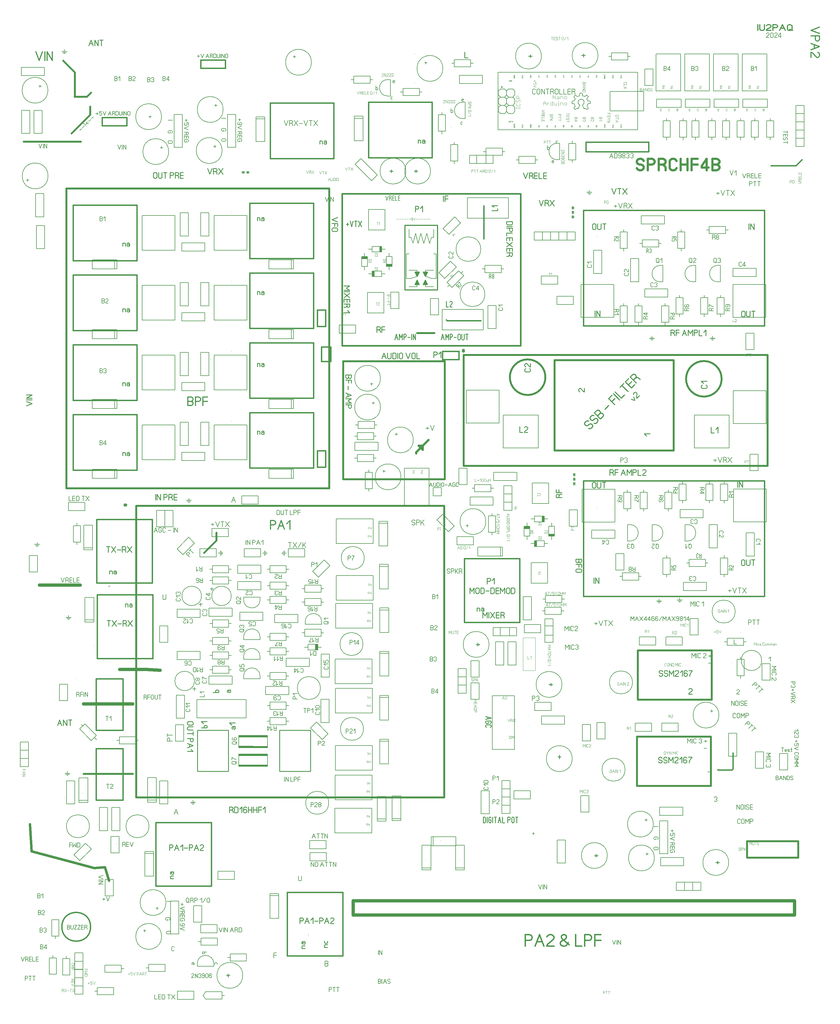
<source format=gbr>
%FSLAX34Y34*%
%MOMM*%
%LNSILK_TOP*%
G71*
G01*
%ADD10C,0.150*%
%ADD11C,0.167*%
%ADD12C,0.170*%
%ADD13C,0.144*%
%ADD14C,0.222*%
%ADD15C,0.111*%
%ADD16C,0.600*%
%ADD17C,0.333*%
%ADD18C,0.100*%
%ADD19C,0.178*%
%ADD20C,0.200*%
%ADD21C,0.400*%
%ADD22C,0.300*%
%ADD23C,0.206*%
%ADD24C,0.250*%
%ADD25C,0.220*%
%ADD26C,0.160*%
%ADD27C,1.000*%
%ADD28C,0.067*%
%ADD29C,0.500*%
%ADD30C,0.156*%
%ADD31C,0.127*%
%ADD32C,0.102*%
%ADD33C,0.050*%
%ADD34C,0.203*%
%ADD35C,0.500*%
%ADD36C,0.650*%
%ADD37C,0.090*%
%ADD38C,0.159*%
%ADD39C,0.635*%
%ADD40C,0.318*%
%ADD41C,0.800*%
%ADD42C,0.444*%
%LPD*%
G54D10*
X392487Y1839165D02*
X370312Y1839165D01*
X370312Y1889865D01*
X392487Y1889865D01*
X392487Y1839165D01*
G54D10*
X381399Y1838965D02*
X381399Y1831065D01*
G54D10*
X381399Y1889965D02*
X381399Y1897865D01*
G54D11*
X359141Y1873440D02*
X357475Y1871440D01*
X355808Y1870773D01*
X352475Y1870773D01*
G54D11*
X352475Y1876106D02*
X365808Y1876106D01*
X365808Y1872773D01*
X364975Y1871440D01*
X363308Y1870773D01*
X361641Y1870773D01*
X359975Y1871440D01*
X359141Y1872773D01*
X359141Y1876106D01*
G54D11*
X352475Y1861773D02*
X352475Y1867106D01*
X353308Y1867106D01*
X354975Y1866440D01*
X359975Y1862440D01*
X361641Y1861773D01*
X363308Y1861773D01*
X364975Y1862440D01*
X365808Y1863773D01*
X365808Y1865106D01*
X364975Y1866440D01*
X363308Y1867106D01*
G54D10*
X313181Y1833184D02*
X287780Y1833184D01*
X287781Y1761584D01*
X313181Y1761584D01*
X313181Y1833184D01*
G54D11*
X279889Y1788528D02*
X281556Y1787528D01*
X282389Y1785528D01*
X282389Y1783528D01*
X281556Y1781528D01*
X279889Y1780528D01*
X271556Y1780528D01*
X269889Y1781528D01*
X269056Y1783528D01*
X269056Y1785528D01*
X269889Y1787528D01*
X271556Y1788528D01*
G54D11*
X274056Y1792195D02*
X269056Y1797195D01*
X282389Y1797195D01*
G54D10*
X427480Y1807784D02*
X402080Y1807784D01*
X402080Y1736184D01*
X427480Y1736184D01*
X427480Y1807784D01*
G54D11*
X394189Y1763129D02*
X395855Y1762129D01*
X396689Y1760129D01*
X396689Y1758129D01*
X395855Y1756129D01*
X394189Y1755129D01*
X385855Y1755129D01*
X384189Y1756129D01*
X383355Y1758129D01*
X383355Y1760129D01*
X384189Y1762129D01*
X385855Y1763129D01*
G54D11*
X396689Y1774796D02*
X396689Y1766796D01*
X395855Y1766796D01*
X394189Y1767796D01*
X389189Y1773796D01*
X387522Y1774796D01*
X385855Y1774796D01*
X384189Y1773796D01*
X383355Y1771796D01*
X383355Y1769796D01*
X384189Y1767796D01*
X385855Y1766796D01*
G54D10*
X392503Y1610565D02*
X370328Y1610565D01*
X370328Y1661265D01*
X392503Y1661265D01*
X392503Y1610565D01*
G54D10*
X381415Y1610365D02*
X381415Y1602465D01*
G54D10*
X381415Y1661365D02*
X381415Y1669265D01*
G54D11*
X359157Y1647040D02*
X357490Y1644040D01*
X355824Y1643040D01*
X352490Y1643040D01*
G54D11*
X352490Y1651040D02*
X365824Y1651040D01*
X365824Y1646040D01*
X364990Y1644040D01*
X363324Y1643040D01*
X361657Y1643040D01*
X359990Y1644040D01*
X359157Y1646040D01*
X359157Y1651040D01*
G54D11*
X360824Y1639374D02*
X365824Y1634374D01*
X352490Y1634374D01*
G54D10*
X489282Y1865529D02*
X489282Y1843354D01*
X438582Y1843354D01*
X438582Y1865529D01*
X489282Y1865529D01*
G54D10*
X489482Y1854442D02*
X497382Y1854442D01*
G54D10*
X438482Y1854442D02*
X430582Y1854442D01*
G54D11*
X455008Y1832184D02*
X457008Y1830517D01*
X457674Y1828850D01*
X457674Y1825517D01*
G54D11*
X452341Y1825517D02*
X452341Y1838850D01*
X455674Y1838850D01*
X457008Y1838017D01*
X457674Y1836350D01*
X457674Y1834684D01*
X457008Y1833017D01*
X455674Y1832184D01*
X452341Y1832184D01*
G54D11*
X461341Y1836350D02*
X462008Y1838017D01*
X463341Y1838850D01*
X464674Y1838850D01*
X466008Y1838017D01*
X466674Y1836350D01*
X466674Y1834684D01*
X466008Y1833017D01*
X464674Y1832184D01*
X466008Y1831350D01*
X466674Y1829684D01*
X466674Y1828017D01*
X466008Y1826350D01*
X464674Y1825517D01*
X463341Y1825517D01*
X462008Y1826350D01*
X461341Y1828017D01*
G54D10*
X415891Y1661223D02*
X438066Y1661223D01*
X438066Y1610523D01*
X415891Y1610524D01*
X415891Y1661223D01*
G54D10*
X426978Y1661424D02*
X426978Y1669324D01*
G54D10*
X426978Y1610423D02*
X426978Y1602523D01*
G54D11*
X449236Y1624781D02*
X450903Y1627781D01*
X452570Y1628781D01*
X455903Y1628781D01*
G54D11*
X455903Y1620781D02*
X442570Y1620781D01*
X442570Y1625781D01*
X443403Y1627781D01*
X445070Y1628781D01*
X446736Y1628781D01*
X448403Y1627781D01*
X449236Y1625781D01*
X449236Y1620781D01*
G54D11*
X455903Y1638448D02*
X442570Y1638448D01*
X450903Y1632448D01*
X452570Y1632448D01*
X452570Y1640448D01*
G54D10*
X570286Y1839164D02*
X548111Y1839164D01*
X548111Y1889864D01*
X570286Y1889864D01*
X570286Y1839164D01*
G54D10*
X559199Y1838964D02*
X559199Y1831064D01*
G54D10*
X559199Y1889964D02*
X559198Y1897864D01*
G54D11*
X536941Y1873439D02*
X535274Y1871439D01*
X533608Y1870772D01*
X530274Y1870772D01*
G54D11*
X530274Y1876106D02*
X543608Y1876106D01*
X543608Y1872772D01*
X542774Y1871439D01*
X541108Y1870772D01*
X539441Y1870772D01*
X537774Y1871439D01*
X536941Y1872772D01*
X536941Y1876106D01*
G54D11*
X543608Y1861772D02*
X543608Y1867106D01*
X537774Y1867106D01*
X537774Y1866439D01*
X538608Y1865106D01*
X538608Y1863772D01*
X537774Y1862439D01*
X536108Y1861772D01*
X532774Y1861772D01*
X531108Y1862439D01*
X530274Y1863772D01*
X530274Y1865106D01*
X531108Y1866439D01*
X532774Y1867106D01*
G54D10*
X517668Y1689132D02*
X517668Y1714532D01*
X446068Y1714532D01*
X446068Y1689132D01*
X517668Y1689132D01*
G54D11*
X473012Y1722424D02*
X472012Y1720757D01*
X470012Y1719924D01*
X468012Y1719924D01*
X466012Y1720757D01*
X465012Y1722424D01*
X465012Y1730757D01*
X466012Y1732424D01*
X468012Y1733257D01*
X470012Y1733257D01*
X472012Y1732424D01*
X473012Y1730757D01*
G54D11*
X476679Y1730757D02*
X477679Y1732424D01*
X479679Y1733257D01*
X481679Y1733257D01*
X483679Y1732424D01*
X484679Y1730757D01*
X484679Y1729090D01*
X483679Y1727424D01*
X481679Y1726590D01*
X483679Y1725757D01*
X484679Y1724090D01*
X484679Y1722424D01*
X483679Y1720757D01*
X481679Y1719924D01*
X479679Y1719924D01*
X477679Y1720757D01*
X476679Y1722424D01*
G54D10*
X542890Y1686623D02*
X565066Y1686623D01*
X565066Y1635923D01*
X542890Y1635924D01*
X542890Y1686623D01*
G54D10*
X553978Y1686824D02*
X553978Y1694724D01*
G54D10*
X553978Y1635823D02*
X553978Y1627923D01*
G54D11*
X576236Y1650181D02*
X577903Y1653181D01*
X579570Y1654181D01*
X582903Y1654181D01*
G54D11*
X582903Y1646181D02*
X569570Y1646181D01*
X569570Y1651181D01*
X570403Y1653181D01*
X572070Y1654181D01*
X573736Y1654181D01*
X575403Y1653181D01*
X576236Y1651181D01*
X576236Y1646181D01*
G54D11*
X572070Y1665848D02*
X570403Y1664848D01*
X569570Y1662848D01*
X569570Y1660848D01*
X570403Y1658848D01*
X572070Y1657848D01*
X576236Y1657848D01*
X577070Y1657848D01*
X575403Y1660848D01*
X575403Y1662848D01*
X576236Y1664848D01*
X577903Y1665848D01*
X580403Y1665848D01*
X582070Y1664848D01*
X582903Y1662848D01*
X582903Y1660848D01*
X582070Y1658848D01*
X580403Y1657848D01*
X576236Y1657848D01*
G54D10*
X619090Y1686623D02*
X641266Y1686623D01*
X641266Y1635923D01*
X619090Y1635924D01*
X619090Y1686623D01*
G54D10*
X630178Y1686824D02*
X630178Y1694724D01*
G54D10*
X630178Y1635823D02*
X630178Y1627923D01*
G54D11*
X652436Y1650181D02*
X654103Y1653181D01*
X655770Y1654181D01*
X659103Y1654181D01*
G54D11*
X659103Y1646181D02*
X645770Y1646181D01*
X645770Y1651181D01*
X646603Y1653181D01*
X648270Y1654181D01*
X649936Y1654181D01*
X651603Y1653181D01*
X652436Y1651181D01*
X652436Y1646181D01*
G54D11*
X645770Y1657848D02*
X645770Y1665848D01*
X647436Y1664848D01*
X649936Y1662848D01*
X653270Y1660848D01*
X655770Y1659848D01*
X659103Y1659848D01*
G54D10*
X669890Y1686623D02*
X692066Y1686623D01*
X692066Y1635923D01*
X669890Y1635924D01*
X669890Y1686623D01*
G54D10*
X680978Y1686824D02*
X680978Y1694724D01*
G54D10*
X680978Y1635823D02*
X680978Y1627923D01*
G54D11*
X703236Y1650181D02*
X704903Y1653181D01*
X706570Y1654181D01*
X709903Y1654181D01*
G54D11*
X709903Y1646181D02*
X696570Y1646181D01*
X696570Y1651181D01*
X697403Y1653181D01*
X699070Y1654181D01*
X700736Y1654181D01*
X702403Y1653181D01*
X703236Y1651181D01*
X703236Y1646181D01*
G54D11*
X707403Y1657848D02*
X709070Y1658848D01*
X709903Y1660848D01*
X709903Y1662848D01*
X709070Y1664848D01*
X707403Y1665848D01*
X703236Y1665848D01*
X702403Y1665848D01*
X704070Y1662848D01*
X704070Y1660848D01*
X703236Y1658848D01*
X701570Y1657848D01*
X699070Y1657848D01*
X697403Y1658848D01*
X696570Y1660848D01*
X696570Y1662848D01*
X697403Y1664848D01*
X699070Y1665848D01*
X703236Y1665848D01*
G54D10*
X790723Y1752630D02*
X790724Y1778030D01*
X719123Y1778030D01*
X719123Y1752630D01*
X790723Y1752630D01*
G54D11*
X746100Y1785922D02*
X745100Y1784255D01*
X743100Y1783422D01*
X741100Y1783422D01*
X739100Y1784255D01*
X738100Y1785922D01*
X738100Y1794255D01*
X739100Y1795922D01*
X741100Y1796755D01*
X743100Y1796755D01*
X745100Y1795922D01*
X746100Y1794255D01*
G54D11*
X755767Y1783422D02*
X755767Y1796755D01*
X749767Y1788422D01*
X749767Y1786755D01*
X757767Y1786755D01*
G54D10*
X696258Y1907333D02*
X696258Y1885158D01*
X645558Y1885158D01*
X645558Y1907333D01*
X696258Y1907333D01*
G54D10*
X696458Y1896246D02*
X704358Y1896246D01*
G54D10*
X645458Y1896246D02*
X637558Y1896246D01*
G54D11*
X659816Y1873988D02*
X662816Y1872321D01*
X663816Y1870654D01*
X663816Y1867321D01*
G54D11*
X655816Y1867321D02*
X655816Y1880654D01*
X660816Y1880654D01*
X662816Y1879821D01*
X663816Y1878154D01*
X663816Y1876488D01*
X662816Y1874821D01*
X660816Y1873988D01*
X655816Y1873988D01*
G54D11*
X672482Y1873988D02*
X670482Y1873988D01*
X668482Y1874821D01*
X667482Y1876488D01*
X667482Y1878154D01*
X668482Y1879821D01*
X670482Y1880654D01*
X672482Y1880654D01*
X674482Y1879821D01*
X675482Y1878154D01*
X675482Y1876488D01*
X674482Y1874821D01*
X672482Y1873988D01*
X674482Y1873154D01*
X675482Y1871488D01*
X675482Y1869821D01*
X674482Y1868154D01*
X672482Y1867321D01*
X670482Y1867321D01*
X668482Y1868154D01*
X667482Y1869821D01*
X667482Y1871488D01*
X668482Y1873154D01*
X670482Y1873988D01*
G54D10*
X494412Y1786594D02*
X502412Y1786594D01*
X502412Y1735869D01*
X494412Y1735869D01*
G54D10*
G75*
G01X494450Y1786725D02*
G03X494450Y1735725I0J-25500D01*
G01*
G54D11*
X486267Y1798269D02*
X491267Y1795769D01*
G54D11*
X490267Y1806602D02*
X490267Y1798269D01*
X489267Y1796602D01*
X487267Y1795769D01*
X485267Y1795769D01*
X483267Y1796602D01*
X482267Y1798269D01*
X482267Y1806602D01*
X483267Y1808269D01*
X485267Y1809102D01*
X487267Y1809102D01*
X489267Y1808269D01*
X490267Y1806602D01*
G54D11*
X494934Y1804102D02*
X499934Y1809102D01*
X499934Y1795769D01*
G54D10*
X596012Y1786594D02*
X604012Y1786594D01*
X604012Y1735869D01*
X596012Y1735869D01*
G54D10*
G75*
G01X596050Y1786725D02*
G03X596050Y1735725I0J-25500D01*
G01*
G54D12*
X587867Y1798269D02*
X592867Y1795769D01*
G54D12*
X591867Y1806602D02*
X591867Y1798269D01*
X590867Y1796602D01*
X588867Y1795769D01*
X586867Y1795769D01*
X584867Y1796602D01*
X583867Y1798269D01*
X583867Y1806602D01*
X584867Y1808269D01*
X586867Y1809102D01*
X588867Y1809102D01*
X590867Y1808269D01*
X591867Y1806602D01*
G54D12*
X604567Y1795769D02*
X596567Y1795769D01*
X596567Y1796602D01*
X597567Y1798269D01*
X603567Y1803269D01*
X604567Y1804936D01*
X604567Y1806602D01*
X603567Y1808269D01*
X601567Y1809102D01*
X599567Y1809102D01*
X597567Y1808269D01*
X596567Y1806602D01*
G54D10*
X672212Y1786594D02*
X680212Y1786594D01*
X680212Y1735869D01*
X672212Y1735869D01*
G54D10*
G75*
G01X672250Y1786725D02*
G03X672250Y1735725I0J-25500D01*
G01*
G54D11*
X664084Y1798269D02*
X669084Y1795769D01*
G54D11*
X668084Y1806602D02*
X668084Y1798269D01*
X667084Y1796602D01*
X665084Y1795769D01*
X663084Y1795769D01*
X661084Y1796602D01*
X660084Y1798269D01*
X660084Y1806602D01*
X661084Y1808269D01*
X663084Y1809102D01*
X665084Y1809102D01*
X667084Y1808269D01*
X668084Y1806602D01*
G54D11*
X672751Y1806602D02*
X673751Y1808269D01*
X675751Y1809102D01*
X677751Y1809102D01*
X679751Y1808269D01*
X680751Y1806602D01*
X680751Y1804936D01*
X679751Y1803269D01*
X677751Y1802436D01*
X679751Y1801602D01*
X680751Y1799936D01*
X680751Y1798269D01*
X679751Y1796602D01*
X677751Y1795769D01*
X675751Y1795769D01*
X673751Y1796602D01*
X672751Y1798269D01*
G54D10*
X249212Y1728094D02*
X350812Y1728094D01*
X350812Y1626494D01*
X249212Y1626494D01*
X249212Y1728094D01*
G54D13*
X248462Y1754844D02*
X248462Y1754844D01*
G54D13*
X248462Y1735344D02*
X248462Y1735344D01*
G54D10*
X719112Y1728094D02*
X820712Y1728094D01*
X820712Y1626494D01*
X719112Y1626494D01*
X719112Y1728094D01*
G54D13*
X718362Y1754844D02*
X718362Y1754844D01*
G54D13*
X718362Y1735344D02*
X718362Y1735344D01*
G54D10*
X435822Y1939837D02*
X435822Y1914436D01*
X507422Y1914437D01*
X507422Y1939837D01*
X435822Y1939837D01*
G54D11*
X476811Y1898212D02*
X475811Y1896546D01*
X473811Y1895712D01*
X471811Y1895712D01*
X469811Y1896546D01*
X468811Y1898212D01*
X468811Y1906546D01*
X469811Y1908212D01*
X471811Y1909046D01*
X473811Y1909046D01*
X475811Y1908212D01*
X476811Y1906546D01*
G54D11*
X480478Y1906546D02*
X481478Y1908212D01*
X483478Y1909046D01*
X485478Y1909046D01*
X487478Y1908212D01*
X488478Y1906546D01*
X488478Y1904879D01*
X487478Y1903212D01*
X485478Y1902379D01*
X487478Y1901546D01*
X488478Y1899879D01*
X488478Y1898212D01*
X487478Y1896546D01*
X485478Y1895712D01*
X483478Y1895712D01*
X481478Y1896546D01*
X480478Y1898212D01*
G54D14*
X756128Y1642514D02*
X756128Y1631402D01*
X754795Y1629180D01*
X752128Y1628069D01*
X749462Y1628069D01*
X746795Y1629180D01*
X745462Y1631402D01*
X745462Y1642514D01*
X746795Y1644736D01*
X749462Y1645847D01*
X752128Y1645847D01*
X754795Y1644736D01*
X756128Y1642514D01*
G54D14*
X761018Y1645847D02*
X761018Y1631402D01*
X762351Y1629180D01*
X765018Y1628069D01*
X767684Y1628069D01*
X770351Y1629180D01*
X771684Y1631402D01*
X771684Y1645847D01*
G54D14*
X781907Y1628069D02*
X781907Y1645847D01*
G54D14*
X776574Y1645847D02*
X787240Y1645847D01*
G54D10*
X498441Y1661223D02*
X520616Y1661223D01*
X520616Y1610523D01*
X498441Y1610524D01*
X498441Y1661223D01*
G54D10*
X509528Y1661424D02*
X509528Y1669324D01*
G54D10*
X509528Y1610423D02*
X509528Y1602523D01*
G54D11*
X531786Y1624781D02*
X533453Y1627781D01*
X535120Y1628781D01*
X538453Y1628781D01*
G54D11*
X538453Y1620781D02*
X525120Y1620781D01*
X525120Y1625781D01*
X525953Y1627781D01*
X527620Y1628781D01*
X529286Y1628781D01*
X530953Y1627781D01*
X531786Y1625781D01*
X531786Y1620781D01*
G54D11*
X538453Y1638448D02*
X525120Y1638448D01*
G54D11*
X533120Y1638448D02*
X531453Y1637448D01*
X530953Y1635448D01*
X531453Y1633448D01*
X533120Y1632448D01*
X536453Y1632448D01*
X538120Y1633448D01*
X538453Y1635448D01*
X538120Y1637448D01*
X536453Y1638448D01*
G54D15*
X716796Y1616293D02*
X719464Y1611293D01*
X722130Y1616293D01*
G54D15*
X729907Y1611293D02*
X724574Y1611293D01*
X724574Y1611848D01*
X725240Y1612960D01*
X729240Y1616293D01*
X729907Y1617404D01*
X729907Y1618515D01*
X729240Y1619626D01*
X727907Y1620182D01*
X726574Y1620182D01*
X725240Y1619626D01*
X724574Y1618515D01*
G54D14*
X292230Y1628863D02*
X292230Y1646641D01*
G54D14*
X297119Y1628863D02*
X297119Y1646641D01*
X307786Y1628863D01*
X307786Y1646641D01*
G54D13*
X299262Y1875494D02*
X299262Y1875494D01*
G54D16*
X167187Y1494353D02*
X167186Y1214953D01*
X535487Y1214953D01*
X535487Y1494354D01*
X167187Y1494353D01*
G54D14*
X451300Y1259898D02*
X444634Y1266565D01*
X462412Y1266565D01*
G54D14*
X259561Y1406603D02*
X259562Y1395936D01*
X258450Y1395936D01*
X256228Y1397270D01*
X249561Y1405270D01*
X247339Y1406603D01*
X245117Y1406603D01*
X242895Y1405270D01*
X241784Y1402603D01*
X241784Y1399936D01*
X242895Y1397270D01*
X245117Y1395936D01*
G54D16*
G75*
G01X139162Y1440953D02*
G03X139162Y1440953I-55000J0D01*
G01*
G54D16*
G75*
G01X684162Y1435953D02*
G03X684162Y1435953I-55000J0D01*
G01*
G54D10*
X-105663Y1299223D02*
X-105663Y1400823D01*
X-4063Y1400823D01*
X-4063Y1299223D01*
X-105663Y1299223D01*
G54D13*
X-132413Y1298473D02*
X-132413Y1298473D01*
G54D13*
X-112913Y1298473D02*
X-112913Y1298473D01*
G54D10*
X719837Y1297953D02*
X719837Y1399553D01*
X821437Y1399554D01*
X821437Y1297953D01*
X719837Y1297953D01*
G54D13*
X693087Y1297204D02*
X693087Y1297204D01*
G54D13*
X712587Y1297203D02*
X712587Y1297203D01*
G54D14*
X651334Y1286200D02*
X651334Y1268422D01*
X660668Y1268422D01*
G54D14*
X665556Y1279533D02*
X672223Y1286200D01*
X672223Y1268422D01*
G54D14*
X635578Y1417220D02*
X637801Y1415886D01*
X638912Y1413220D01*
X638912Y1410553D01*
X637801Y1407886D01*
X635578Y1406553D01*
X624468Y1406553D01*
X622246Y1407886D01*
X621134Y1410553D01*
X621134Y1413220D01*
X622246Y1415886D01*
X624468Y1417220D01*
G54D14*
X627801Y1422109D02*
X621134Y1428776D01*
X638912Y1428776D01*
G54D14*
X89478Y1468020D02*
X91701Y1466687D01*
X92812Y1464020D01*
X92812Y1461354D01*
X91701Y1458687D01*
X89478Y1457354D01*
X78368Y1457354D01*
X76145Y1458687D01*
X75034Y1461354D01*
X75034Y1464020D01*
X76145Y1466687D01*
X78368Y1468020D01*
G54D14*
X92812Y1483576D02*
X92812Y1472910D01*
X91701Y1472910D01*
X89478Y1474243D01*
X82812Y1482243D01*
X80590Y1483576D01*
X78368Y1483576D01*
X76145Y1482243D01*
X75034Y1479576D01*
X75034Y1476910D01*
X76145Y1474243D01*
X78368Y1472910D01*
G54D17*
X273148Y1282321D02*
X276919Y1281378D01*
X280926Y1283028D01*
X283755Y1285856D01*
X285405Y1289864D01*
X284462Y1293635D01*
X282105Y1295992D01*
X278334Y1296934D01*
X274327Y1295284D01*
X271498Y1292456D01*
X267491Y1290806D01*
X263720Y1291749D01*
X261363Y1294106D01*
X260420Y1297877D01*
X262070Y1301884D01*
X264899Y1304713D01*
X268906Y1306362D01*
X272677Y1305420D01*
G54D17*
X289647Y1298820D02*
X293418Y1297877D01*
X297425Y1299527D01*
X300254Y1302356D01*
X301904Y1306362D01*
X300961Y1310134D01*
X298604Y1312490D01*
X294833Y1313434D01*
X290826Y1311784D01*
X287997Y1308955D01*
X283990Y1307305D01*
X280219Y1308248D01*
X277862Y1310605D01*
X276919Y1314376D01*
X278569Y1318383D01*
X281398Y1321212D01*
X285404Y1322862D01*
X289176Y1321919D01*
G54D17*
X309682Y1311783D02*
X290825Y1330640D01*
X297897Y1337710D01*
X301903Y1339360D01*
X305675Y1338418D01*
X308032Y1336060D01*
X308974Y1332289D01*
X307325Y1328282D01*
X311332Y1329932D01*
X315103Y1328990D01*
X317460Y1326632D01*
X318402Y1322861D01*
X316753Y1318854D01*
X309682Y1311783D01*
G54D17*
X300254Y1321211D02*
X307325Y1328282D01*
G54D17*
X323399Y1342000D02*
X334713Y1353314D01*
G54D17*
X353616Y1355717D02*
X334759Y1374574D01*
X344659Y1384473D01*
G54D17*
X344187Y1365146D02*
X354087Y1375045D01*
G54D17*
X368700Y1370802D02*
X349844Y1389658D01*
G54D17*
X355029Y1394843D02*
X373885Y1375987D01*
X383785Y1385887D01*
G54D17*
X394627Y1396729D02*
X375771Y1415585D01*
G54D17*
X370114Y1409928D02*
X381428Y1421242D01*
G54D17*
X415369Y1417470D02*
X405469Y1407571D01*
X386613Y1426427D01*
X396512Y1436326D01*
G54D17*
X396041Y1416999D02*
X405940Y1426898D01*
G54D17*
X416783Y1437740D02*
X423382Y1439626D01*
X427154Y1438683D01*
X431867Y1433969D01*
G54D17*
X420554Y1422656D02*
X401698Y1441512D01*
X408769Y1448583D01*
X412776Y1450233D01*
X416547Y1449290D01*
X418904Y1446933D01*
X419847Y1443162D01*
X418197Y1439155D01*
X411126Y1432084D01*
G54D10*
X599644Y1222016D02*
X599644Y1323616D01*
X707594Y1323616D01*
X707594Y1222016D01*
X599644Y1222016D01*
G54D14*
X59388Y1287934D02*
X59388Y1270156D01*
X68721Y1270156D01*
G54D14*
X84276Y1270156D02*
X73610Y1270156D01*
X73610Y1271268D01*
X74943Y1273490D01*
X82943Y1280156D01*
X84276Y1282378D01*
X84276Y1284601D01*
X82943Y1286823D01*
X80277Y1287934D01*
X77610Y1287934D01*
X74943Y1286823D01*
X73610Y1284601D01*
G54D10*
X9094Y1222016D02*
X9094Y1323616D01*
X117044Y1323616D01*
X117044Y1222016D01*
X9094Y1222016D01*
G54D14*
X404096Y1372810D02*
X414938Y1369510D01*
X411638Y1380352D01*
G54D14*
X429709Y1384281D02*
X422167Y1376738D01*
X421381Y1377524D01*
X420753Y1380038D01*
X421695Y1390409D01*
X421067Y1392923D01*
X419496Y1394494D01*
X416981Y1395123D01*
X414310Y1394023D01*
X412424Y1392138D01*
X411324Y1389466D01*
X411953Y1386952D01*
G54D13*
X299262Y1038882D02*
X299262Y1038882D01*
G54D10*
X-352588Y1783754D02*
X-335188Y1783754D01*
X-335188Y1814154D01*
X-352588Y1814154D01*
X-352588Y1783754D01*
G36*
X-352488Y1783854D02*
X-335788Y1783854D01*
X-335788Y1791054D01*
X-352488Y1791054D01*
X-352488Y1783854D01*
G37*
G54D18*
X-352488Y1783854D02*
X-335788Y1783854D01*
X-335788Y1791054D01*
X-352488Y1791054D01*
X-352488Y1783854D01*
G54D10*
X-343888Y1772754D02*
X-343888Y1783854D01*
G54D10*
X-343888Y1814054D02*
X-343888Y1825154D01*
G54D10*
X-397188Y1769554D02*
X-397188Y1752154D01*
X-366788Y1752154D01*
X-366788Y1769554D01*
X-397188Y1769554D01*
G36*
X-397088Y1769454D02*
X-397088Y1752754D01*
X-389888Y1752754D01*
X-389888Y1769454D01*
X-397088Y1769454D01*
G37*
G54D18*
X-397088Y1769454D02*
X-397088Y1752754D01*
X-389888Y1752754D01*
X-389888Y1769454D01*
X-397088Y1769454D01*
G54D10*
X-408188Y1760854D02*
X-397088Y1760854D01*
G54D10*
X-366888Y1760854D02*
X-355788Y1760854D01*
G54D10*
X-411388Y1814154D02*
X-428788Y1814154D01*
X-428788Y1783754D01*
X-411388Y1783754D01*
X-411388Y1814154D01*
G36*
X-411488Y1814054D02*
X-428188Y1814054D01*
X-428188Y1806854D01*
X-411488Y1806854D01*
X-411488Y1814054D01*
G37*
G54D18*
X-411488Y1814054D02*
X-428188Y1814054D01*
X-428188Y1806854D01*
X-411488Y1806854D01*
X-411488Y1814054D01*
G54D10*
X-420088Y1825154D02*
X-420088Y1814054D01*
G54D10*
X-420088Y1783854D02*
X-420088Y1772754D01*
G54D10*
X-366788Y1828354D02*
X-366788Y1845754D01*
X-397188Y1845754D01*
X-397188Y1828354D01*
X-366788Y1828354D01*
G36*
X-366888Y1828454D02*
X-366888Y1845154D01*
X-374088Y1845154D01*
X-374088Y1828454D01*
X-366888Y1828454D01*
G37*
G54D18*
X-366888Y1828454D02*
X-366888Y1845154D01*
X-374088Y1845154D01*
X-374088Y1828454D01*
X-366888Y1828454D01*
G54D10*
X-355788Y1837054D02*
X-366888Y1837054D01*
G54D10*
X-397088Y1837054D02*
X-408188Y1837054D01*
G54D15*
X-388338Y1779904D02*
X-379450Y1779904D01*
X-379450Y1777682D01*
X-380005Y1776792D01*
X-381116Y1776348D01*
X-386672Y1776348D01*
X-387783Y1776792D01*
X-388338Y1777682D01*
X-388338Y1779904D01*
G54D15*
X-382783Y1773904D02*
X-379450Y1771682D01*
X-388338Y1771682D01*
G54D15*
X-407388Y1805304D02*
X-398500Y1805304D01*
X-398500Y1803082D01*
X-399055Y1802192D01*
X-400166Y1801748D01*
X-405722Y1801748D01*
X-406833Y1802192D01*
X-407388Y1803082D01*
X-407388Y1805304D01*
G54D15*
X-407388Y1795748D02*
X-407388Y1799304D01*
X-406833Y1799304D01*
X-405722Y1798859D01*
X-402388Y1796192D01*
X-401277Y1795748D01*
X-400166Y1795748D01*
X-399055Y1796192D01*
X-398500Y1797082D01*
X-398500Y1797970D01*
X-399055Y1798859D01*
X-400166Y1799304D01*
G54D15*
X-388338Y1824354D02*
X-379450Y1824354D01*
X-379450Y1822132D01*
X-380005Y1821242D01*
X-381116Y1820798D01*
X-386672Y1820798D01*
X-387783Y1821242D01*
X-388338Y1822132D01*
X-388338Y1824354D01*
G54D15*
X-381116Y1818354D02*
X-380005Y1817909D01*
X-379450Y1817020D01*
X-379450Y1816132D01*
X-380005Y1815242D01*
X-381116Y1814798D01*
X-382227Y1814798D01*
X-383338Y1815242D01*
X-383894Y1816132D01*
X-384450Y1815242D01*
X-385561Y1814798D01*
X-386672Y1814798D01*
X-387783Y1815242D01*
X-388338Y1816132D01*
X-388338Y1817020D01*
X-387783Y1817909D01*
X-386672Y1818354D01*
G54D15*
X-362938Y1805304D02*
X-354050Y1805304D01*
X-354050Y1803082D01*
X-354605Y1802192D01*
X-355716Y1801748D01*
X-361272Y1801748D01*
X-362383Y1802192D01*
X-362938Y1803082D01*
X-362938Y1805304D01*
G54D15*
X-362938Y1796637D02*
X-354050Y1796637D01*
X-359605Y1799304D01*
X-360716Y1799304D01*
X-360716Y1795748D01*
G54D10*
X-407476Y1959376D02*
X-407476Y1895877D01*
X-356676Y1895877D01*
X-356676Y1959376D01*
X-407476Y1959376D01*
G54D15*
X-380133Y1912238D02*
X-380133Y1921127D01*
G54D15*
X-381911Y1921127D02*
X-378356Y1921127D01*
G54D15*
X-375911Y1917794D02*
X-373689Y1921127D01*
X-373689Y1912238D01*
G54D10*
X-359970Y1639337D02*
X-359970Y1702837D01*
X-410769Y1702837D01*
X-410769Y1639337D01*
X-359970Y1639337D01*
G54D15*
X-382429Y1663230D02*
X-382429Y1672118D01*
G54D15*
X-384207Y1672118D02*
X-380652Y1672118D01*
G54D15*
X-374652Y1663230D02*
X-378207Y1663230D01*
X-378207Y1663785D01*
X-377763Y1664896D01*
X-375096Y1668230D01*
X-374652Y1669340D01*
X-374652Y1670452D01*
X-375096Y1671563D01*
X-375985Y1672118D01*
X-376874Y1672118D01*
X-377763Y1671562D01*
X-378207Y1670452D01*
G54D14*
X-503472Y1935134D02*
X-521250Y1928467D01*
X-503472Y1921800D01*
G54D14*
X-521250Y1916912D02*
X-503472Y1916912D01*
X-503472Y1907578D01*
G54D14*
X-512361Y1916912D02*
X-512361Y1907578D01*
G54D14*
X-506805Y1892023D02*
X-517916Y1892023D01*
X-520138Y1893356D01*
X-521250Y1896023D01*
X-521250Y1898690D01*
X-520138Y1901356D01*
X-517916Y1902690D01*
X-506805Y1902690D01*
X-504583Y1901356D01*
X-503472Y1898690D01*
X-503472Y1896023D01*
X-504583Y1893356D01*
X-506805Y1892023D01*
G54D14*
X19307Y1922508D02*
X37085Y1922508D01*
X37085Y1915841D01*
X35974Y1913175D01*
X33752Y1911841D01*
X22641Y1911841D01*
X20418Y1913175D01*
X19307Y1915841D01*
X19307Y1922508D01*
G54D14*
X19307Y1906952D02*
X37085Y1906952D01*
G54D14*
X19307Y1902063D02*
X37085Y1902063D01*
X37085Y1895396D01*
X35974Y1892730D01*
X33752Y1891396D01*
X31530Y1891396D01*
X29307Y1892730D01*
X28196Y1895396D01*
X28196Y1902063D01*
G54D14*
X37085Y1886507D02*
X19307Y1886507D01*
X19307Y1877174D01*
G54D14*
X19307Y1862952D02*
X19307Y1872285D01*
X37085Y1872285D01*
X37085Y1862952D01*
G54D14*
X28196Y1872285D02*
X28196Y1862952D01*
G54D14*
X37085Y1858063D02*
X19307Y1844730D01*
G54D14*
X19307Y1858063D02*
X37085Y1844730D01*
G54D14*
X19307Y1830508D02*
X19307Y1839841D01*
X37085Y1839841D01*
X37085Y1830508D01*
G54D14*
X28196Y1839841D02*
X28196Y1830508D01*
G54D14*
X28196Y1820286D02*
X25974Y1816286D01*
X23752Y1814952D01*
X19307Y1814952D01*
G54D14*
X19307Y1825619D02*
X37085Y1825619D01*
X37085Y1818952D01*
X35974Y1816286D01*
X33752Y1814952D01*
X31530Y1814952D01*
X29307Y1816286D01*
X28196Y1818952D01*
X28196Y1825619D01*
G54D14*
X-176888Y1984188D02*
X-176888Y2001966D01*
G54D14*
X-172000Y1984188D02*
X-172000Y2001966D01*
X-162666Y2001966D01*
G54D14*
X-172000Y1993077D02*
X-162666Y1993077D01*
G54D15*
X-351387Y1696214D02*
X-342498Y1696214D01*
G54D15*
X-351387Y1693770D02*
X-342498Y1693770D01*
X-342498Y1689104D01*
G54D15*
X-346942Y1693770D02*
X-346942Y1689104D01*
G54D15*
X-347498Y1686659D02*
X-347498Y1681326D01*
G54D15*
X-351387Y1676305D02*
X-342498Y1676305D01*
X-342498Y1672972D01*
X-343054Y1671638D01*
X-344165Y1670972D01*
X-345276Y1670972D01*
X-346387Y1671638D01*
X-346942Y1672972D01*
X-346942Y1676305D01*
G54D15*
X-351387Y1665862D02*
X-342498Y1665862D01*
G54D15*
X-342498Y1668528D02*
X-342498Y1663195D01*
G54D19*
X-354217Y2001937D02*
X-350661Y1987715D01*
X-347106Y2001937D01*
G54D19*
X-340350Y1994826D02*
X-338217Y1993048D01*
X-337506Y1991270D01*
X-337506Y1987715D01*
G54D19*
X-343195Y1987715D02*
X-343195Y2001937D01*
X-339639Y2001937D01*
X-338217Y2001048D01*
X-337506Y1999270D01*
X-337506Y1997493D01*
X-338217Y1995715D01*
X-339639Y1994826D01*
X-343195Y1994826D01*
G54D19*
X-328617Y1987715D02*
X-333595Y1987715D01*
X-333595Y2001937D01*
X-328617Y2001937D01*
G54D19*
X-333595Y1994826D02*
X-328617Y1994826D01*
G54D19*
X-324706Y2001937D02*
X-324706Y1987715D01*
X-319728Y1987715D01*
G54D19*
X-310839Y1987715D02*
X-315817Y1987715D01*
X-315817Y2001937D01*
X-310839Y2001937D01*
G54D19*
X-315817Y1994826D02*
X-310839Y1994826D01*
G54D10*
X24952Y1932338D02*
X24952Y1995838D01*
X-102048Y1995838D01*
X-102048Y1932338D01*
X24952Y1932338D01*
G54D10*
X-129227Y1770298D02*
X-113547Y1754617D01*
X-149398Y1718767D01*
X-165078Y1734447D01*
X-129227Y1770298D01*
G54D10*
X-121246Y1762599D02*
X-115660Y1768185D01*
G54D10*
X-157308Y1726536D02*
X-162894Y1720950D01*
G54D11*
X-129884Y1722483D02*
X-127292Y1722719D01*
X-125642Y1722012D01*
X-123285Y1719655D01*
G54D11*
X-127056Y1715884D02*
X-136484Y1725312D01*
X-134127Y1727668D01*
X-132595Y1728022D01*
X-130945Y1727315D01*
X-129766Y1726136D01*
X-129059Y1724486D01*
X-129413Y1722954D01*
X-131770Y1720598D01*
G54D11*
X-130120Y1731676D02*
X-126349Y1735447D01*
X-125642Y1733797D01*
X-124817Y1731086D01*
X-123402Y1727786D01*
X-122106Y1725547D01*
X-119749Y1723190D01*
G54D11*
X4928Y1655430D02*
X6594Y1654430D01*
X7428Y1652430D01*
X7428Y1650430D01*
X6594Y1648430D01*
X4928Y1647430D01*
X-3406Y1647430D01*
X-5072Y1648430D01*
X-5906Y1650430D01*
X-5906Y1652430D01*
X-5072Y1654430D01*
X-3406Y1655430D01*
G54D11*
X-906Y1659097D02*
X-5906Y1664097D01*
X7428Y1664097D01*
G54D11*
X-148559Y1816960D02*
X-146892Y1815960D01*
X-146059Y1813960D01*
X-146059Y1811960D01*
X-146892Y1809960D01*
X-148559Y1808960D01*
X-156892Y1808960D01*
X-158559Y1809960D01*
X-159392Y1811960D01*
X-159392Y1813960D01*
X-158559Y1815960D01*
X-156892Y1816960D01*
G54D11*
X-146059Y1828628D02*
X-146059Y1820628D01*
X-146892Y1820628D01*
X-148559Y1821628D01*
X-153559Y1827628D01*
X-155226Y1828628D01*
X-156892Y1828628D01*
X-158559Y1827628D01*
X-159392Y1825628D01*
X-159392Y1823628D01*
X-158559Y1821628D01*
X-156892Y1820628D01*
G54D10*
X2682Y1786662D02*
X2682Y1764486D01*
X-48018Y1764486D01*
X-48018Y1786662D01*
X2682Y1786662D01*
G54D10*
X2882Y1775574D02*
X10782Y1775574D01*
G54D10*
X-48118Y1775574D02*
X-56018Y1775574D01*
G54D11*
X-31593Y1753316D02*
X-29593Y1751650D01*
X-28926Y1749983D01*
X-28926Y1746650D01*
G54D11*
X-34259Y1746650D02*
X-34259Y1759983D01*
X-30926Y1759983D01*
X-29593Y1759150D01*
X-28926Y1757483D01*
X-28926Y1755816D01*
X-29593Y1754150D01*
X-30926Y1753316D01*
X-34259Y1753316D01*
G54D11*
X-21926Y1753316D02*
X-23259Y1753316D01*
X-24593Y1754150D01*
X-25259Y1755816D01*
X-25259Y1757483D01*
X-24593Y1759150D01*
X-23259Y1759983D01*
X-21926Y1759983D01*
X-20593Y1759150D01*
X-19926Y1757483D01*
X-19926Y1755816D01*
X-20593Y1754150D01*
X-21926Y1753316D01*
X-20593Y1752483D01*
X-19926Y1750816D01*
X-19926Y1749150D01*
X-20593Y1747483D01*
X-21926Y1746650D01*
X-23259Y1746650D01*
X-24593Y1747483D01*
X-25259Y1749150D01*
X-25259Y1750816D01*
X-24593Y1752483D01*
X-23259Y1753316D01*
G54D14*
X-167675Y1675945D02*
X-167675Y1658167D01*
X-161453Y1658167D01*
G54D14*
X-149453Y1658167D02*
X-156564Y1658167D01*
X-156564Y1659278D01*
X-155675Y1661500D01*
X-150342Y1668167D01*
X-149453Y1670390D01*
X-149453Y1672612D01*
X-150342Y1674834D01*
X-152120Y1675945D01*
X-153897Y1675945D01*
X-155675Y1674834D01*
X-156564Y1672612D01*
G54D14*
X-26520Y1956120D02*
X-8742Y1956120D01*
X-8742Y1962342D01*
G54D14*
X-19853Y1967231D02*
X-26520Y1971676D01*
X-8742Y1971676D01*
G54D20*
G75*
G01X-60848Y1837088D02*
G03X-60848Y1837088I-38100J0D01*
G01*
G54D20*
G75*
G01X-48148Y1697388D02*
G03X-48148Y1697388I-38100J0D01*
G01*
G54D11*
X-78294Y1712950D02*
X-79294Y1711283D01*
X-81294Y1710450D01*
X-83294Y1710450D01*
X-85294Y1711283D01*
X-86294Y1712950D01*
X-86294Y1721283D01*
X-85294Y1722950D01*
X-83294Y1723783D01*
X-81294Y1723783D01*
X-79295Y1722950D01*
X-78294Y1721283D01*
G54D11*
X-68628Y1710450D02*
X-68628Y1723783D01*
X-74627Y1715450D01*
X-74628Y1713783D01*
X-66628Y1713783D01*
G54D10*
X-38774Y1591066D02*
X-13374Y1591066D01*
X-13374Y1662666D01*
X-38774Y1662666D01*
X-38774Y1591066D01*
G54D11*
X-7982Y1643722D02*
X-7982Y1643722D01*
G54D21*
X-51248Y1868838D02*
X-51248Y1970438D01*
G54D22*
X-294994Y1710492D02*
X-194394Y1710592D01*
X-194494Y1910492D01*
X-294994Y1910492D01*
X-294994Y1710492D01*
G54D20*
X-282894Y1899092D02*
X-282894Y1873692D01*
X-276594Y1873692D01*
X-276694Y1873692D01*
X-270294Y1856192D01*
X-270194Y1856192D01*
X-262294Y1886392D01*
X-254294Y1854592D01*
X-246394Y1886392D01*
X-236794Y1854592D01*
X-227394Y1886392D01*
X-219394Y1854592D01*
X-212994Y1873692D01*
X-206694Y1873692D01*
X-206694Y1899092D01*
G54D20*
X-282894Y1721292D02*
X-257594Y1721292D01*
X-257594Y1740292D01*
G54D20*
X-282894Y1772092D02*
X-257594Y1772092D01*
X-257594Y1753092D01*
G54D20*
X-206694Y1721292D02*
X-232094Y1721292D01*
X-232094Y1740292D01*
G54D20*
X-206694Y1772092D02*
X-232094Y1772092D01*
X-232094Y1753092D01*
G36*
X-257494Y1740292D02*
X-257494Y1740392D01*
X-263894Y1727692D01*
X-251194Y1727692D01*
X-257594Y1740292D01*
X-257494Y1740292D01*
G37*
G54D22*
X-257494Y1740292D02*
X-257494Y1740392D01*
X-263894Y1727692D01*
X-251194Y1727692D01*
X-257594Y1740292D01*
X-257494Y1740292D01*
G36*
X-232094Y1740192D02*
X-232094Y1740292D01*
X-238494Y1727592D01*
X-225794Y1727592D01*
X-232194Y1740192D01*
X-232094Y1740192D01*
G37*
G54D22*
X-232094Y1740192D02*
X-232094Y1740292D01*
X-238494Y1727592D01*
X-225794Y1727592D01*
X-232194Y1740192D01*
X-232094Y1740192D01*
G36*
X-257394Y1753292D02*
X-257394Y1753192D01*
X-250994Y1765892D01*
X-263694Y1765892D01*
X-257294Y1753292D01*
X-257394Y1753292D01*
G37*
G54D22*
X-257394Y1753292D02*
X-257394Y1753192D01*
X-250994Y1765892D01*
X-263694Y1765892D01*
X-257294Y1753292D01*
X-257394Y1753292D01*
G36*
X-232094Y1753192D02*
X-232094Y1753092D01*
X-225694Y1765792D01*
X-238394Y1765792D01*
X-231994Y1753192D01*
X-232094Y1753192D01*
G37*
G54D22*
X-232094Y1753192D02*
X-232094Y1753092D01*
X-225694Y1765792D01*
X-238394Y1765792D01*
X-231994Y1753192D01*
X-232094Y1753192D01*
G54D20*
X-257494Y1753092D02*
X-257494Y1752992D01*
X-276494Y1746592D01*
X-276494Y1746692D01*
X-290794Y1746692D01*
X-290794Y1810192D01*
X-290794Y1822892D01*
X-282894Y1822892D01*
G54D20*
X-232094Y1753092D02*
X-232094Y1753092D01*
X-213094Y1746692D01*
X-198794Y1746692D01*
X-198794Y1822892D01*
X-206694Y1822892D01*
G54D10*
X-53163Y1586784D02*
X-53163Y1650284D01*
X-180163Y1650284D01*
X-180163Y1586784D01*
X-53163Y1586784D01*
G54D21*
X-60443Y1616289D02*
X-165218Y1616289D01*
X-167463Y1618534D01*
G54D14*
X-326425Y1556567D02*
X-321981Y1574345D01*
X-317536Y1556567D01*
G54D14*
X-324648Y1563234D02*
X-319314Y1563234D01*
G54D14*
X-312647Y1556567D02*
X-312647Y1574345D01*
X-308203Y1563234D01*
X-303758Y1574345D01*
X-303758Y1556567D01*
G54D14*
X-298869Y1556567D02*
X-298869Y1574345D01*
X-294425Y1574345D01*
X-292647Y1573234D01*
X-291758Y1571012D01*
X-291758Y1568789D01*
X-292647Y1566567D01*
X-294425Y1565456D01*
X-298869Y1565456D01*
G54D14*
X-286869Y1564345D02*
X-279758Y1564345D01*
G54D14*
X-274869Y1556567D02*
X-274869Y1574345D01*
G54D14*
X-269980Y1556567D02*
X-269980Y1574345D01*
X-262869Y1556567D01*
X-262869Y1574345D01*
G54D14*
X-183235Y1556637D02*
X-178790Y1574415D01*
X-174346Y1556637D01*
G54D14*
X-181457Y1563304D02*
X-176124Y1563304D01*
G54D14*
X-169457Y1556637D02*
X-169457Y1574415D01*
X-165012Y1563304D01*
X-160568Y1574415D01*
X-160568Y1556637D01*
G54D14*
X-155679Y1556637D02*
X-155679Y1574415D01*
X-151234Y1574415D01*
X-149456Y1573304D01*
X-148568Y1571082D01*
X-148568Y1568859D01*
X-149456Y1566637D01*
X-151234Y1565526D01*
X-155679Y1565526D01*
G54D14*
X-143679Y1564415D02*
X-136568Y1564415D01*
G54D14*
X-124568Y1571082D02*
X-124568Y1559970D01*
X-125456Y1557748D01*
X-127234Y1556637D01*
X-129012Y1556637D01*
X-130790Y1557748D01*
X-131679Y1559970D01*
X-131679Y1571082D01*
X-130790Y1573304D01*
X-129012Y1574415D01*
X-127234Y1574415D01*
X-125456Y1573304D01*
X-124568Y1571082D01*
G54D14*
X-119679Y1574415D02*
X-119679Y1559970D01*
X-118790Y1557748D01*
X-117012Y1556637D01*
X-115234Y1556637D01*
X-113456Y1557748D01*
X-112568Y1559970D01*
X-112568Y1574415D01*
G54D14*
X-104123Y1556637D02*
X-104123Y1574415D01*
G54D14*
X-107679Y1574415D02*
X-100568Y1574415D01*
G54D10*
X90891Y979752D02*
X73491Y979752D01*
X73490Y949352D01*
X90891Y949352D01*
X90891Y979752D01*
G36*
X90791Y979652D02*
X74091Y979652D01*
X74091Y972452D01*
X90790Y972452D01*
X90791Y979652D01*
G37*
G54D18*
X90791Y979652D02*
X74091Y979652D01*
X74091Y972452D01*
X90790Y972452D01*
X90791Y979652D01*
G54D10*
X82190Y990752D02*
X82190Y979652D01*
G54D10*
X82190Y949452D02*
X82190Y938352D01*
G54D10*
X135491Y993952D02*
X135490Y1011352D01*
X105090Y1011352D01*
X105090Y993952D01*
X135491Y993952D01*
G36*
X135390Y994052D02*
X135390Y1010752D01*
X128190Y1010752D01*
X128190Y994052D01*
X135390Y994052D01*
G37*
G54D18*
X135390Y994052D02*
X135390Y1010752D01*
X128190Y1010752D01*
X128190Y994052D01*
X135390Y994052D01*
G54D10*
X146490Y1002652D02*
X135391Y1002652D01*
G54D10*
X105190Y1002652D02*
X94091Y1002652D01*
G54D10*
X149690Y949352D02*
X167091Y949352D01*
X167090Y979752D01*
X149690Y979752D01*
X149690Y949352D01*
G36*
X149790Y949452D02*
X166490Y949452D01*
X166490Y956652D01*
X149790Y956652D01*
X149790Y949452D01*
G37*
G54D18*
X149790Y949452D02*
X166490Y949452D01*
X166490Y956652D01*
X149790Y956652D01*
X149790Y949452D01*
G54D10*
X158390Y938352D02*
X158390Y949452D01*
G54D10*
X158390Y979652D02*
X158390Y990752D01*
G54D10*
X105090Y935152D02*
X105090Y917752D01*
X135490Y917752D01*
X135490Y935152D01*
X105090Y935152D01*
G36*
X105190Y935052D02*
X105190Y918352D01*
X112390Y918352D01*
X112390Y935052D01*
X105190Y935052D01*
G37*
G54D18*
X105190Y935052D02*
X105190Y918352D01*
X112390Y918352D01*
X112390Y935052D01*
X105190Y935052D01*
G54D10*
X94090Y926452D02*
X105190Y926452D01*
G54D10*
X135390Y926452D02*
X146490Y926452D01*
G54D15*
X126641Y983602D02*
X117752Y983602D01*
X117752Y985824D01*
X118307Y986713D01*
X119418Y987158D01*
X124974Y987158D01*
X126085Y986713D01*
X126641Y985824D01*
X126641Y983602D01*
G54D15*
X121085Y989602D02*
X117752Y991824D01*
X126641Y991824D01*
G54D15*
X145690Y958202D02*
X136802Y958202D01*
X136802Y960424D01*
X137357Y961313D01*
X138468Y961758D01*
X144024Y961758D01*
X145135Y961313D01*
X145691Y960424D01*
X145690Y958202D01*
G54D15*
X145690Y967758D02*
X145690Y964202D01*
X145135Y964202D01*
X144024Y964646D01*
X140691Y967313D01*
X139579Y967758D01*
X138468Y967758D01*
X137357Y967313D01*
X136802Y966424D01*
X136802Y965535D01*
X137357Y964646D01*
X138468Y964202D01*
G54D15*
X126640Y939152D02*
X117752Y939152D01*
X117752Y941374D01*
X118307Y942263D01*
X119418Y942708D01*
X124974Y942708D01*
X126085Y942263D01*
X126640Y941374D01*
X126640Y939152D01*
G54D15*
X119418Y945152D02*
X118307Y945596D01*
X117752Y946486D01*
X117752Y947374D01*
X118307Y948263D01*
X119418Y948708D01*
X120529Y948708D01*
X121640Y948263D01*
X122196Y947374D01*
X122752Y948263D01*
X123863Y948708D01*
X124974Y948708D01*
X126085Y948263D01*
X126640Y947374D01*
X126641Y946486D01*
X126085Y945596D01*
X124974Y945152D01*
G54D15*
X101240Y958202D02*
X92352Y958202D01*
X92352Y960424D01*
X92907Y961313D01*
X94018Y961758D01*
X99574Y961758D01*
X100685Y961313D01*
X101241Y960424D01*
X101240Y958202D01*
G54D15*
X101240Y966869D02*
X92352Y966869D01*
X97907Y964202D01*
X99018Y964202D01*
X99018Y967758D01*
G54D10*
X145778Y804129D02*
X145778Y867629D01*
X94978Y867629D01*
X94978Y804129D01*
X145778Y804129D01*
G54D15*
X125935Y832498D02*
X117046Y832498D01*
G54D15*
X117046Y830720D02*
X117046Y834275D01*
G54D15*
X120379Y836720D02*
X117046Y838942D01*
X125935Y838942D01*
G54D10*
X98666Y1114093D02*
X98665Y1050593D01*
X149465Y1050593D01*
X149465Y1114093D01*
X98666Y1114093D01*
G54D15*
X123672Y1075147D02*
X114783Y1075147D01*
G54D15*
X114783Y1073369D02*
X114783Y1076924D01*
G54D15*
X123672Y1082924D02*
X123672Y1079369D01*
X123116Y1079369D01*
X122005Y1079814D01*
X118671Y1082480D01*
X117560Y1082924D01*
X116449Y1082924D01*
X115338Y1082480D01*
X114783Y1081591D01*
X114783Y1080702D01*
X115338Y1079814D01*
X116449Y1079369D01*
G54D14*
X233172Y878078D02*
X250950Y878078D01*
X250950Y871411D01*
X249838Y868744D01*
X247616Y867411D01*
X245394Y867411D01*
X243172Y868744D01*
X242061Y871411D01*
X240950Y868744D01*
X238727Y867411D01*
X236505Y867411D01*
X234283Y868744D01*
X233172Y871411D01*
X233172Y878078D01*
G54D14*
X242061Y878078D02*
X242061Y871411D01*
G54D14*
X233172Y862522D02*
X250950Y862522D01*
X250950Y853188D01*
G54D14*
X242061Y862522D02*
X242061Y853188D01*
G54D14*
X247616Y837633D02*
X236505Y837633D01*
X234283Y838966D01*
X233172Y841633D01*
X233172Y844300D01*
X234283Y846966D01*
X236505Y848300D01*
X247616Y848300D01*
X249838Y846966D01*
X250950Y844300D01*
X250950Y841633D01*
X249838Y838966D01*
X247616Y837633D01*
G54D14*
X180813Y1074212D02*
X183035Y1078212D01*
X185257Y1079546D01*
X189702Y1079546D01*
G54D14*
X189702Y1068879D02*
X171924Y1068879D01*
X171924Y1075546D01*
X173035Y1078212D01*
X175257Y1079546D01*
X177479Y1079546D01*
X179702Y1078212D01*
X180813Y1075546D01*
X180813Y1068879D01*
G54D14*
X189702Y1084435D02*
X171924Y1084435D01*
X171924Y1093768D01*
G54D14*
X180813Y1084435D02*
X180813Y1093768D01*
G54D15*
X44732Y1031916D02*
X44732Y1040806D01*
G54D15*
X47176Y1031917D02*
X47176Y1040806D01*
X51843Y1040806D01*
G54D15*
X47176Y1036361D02*
X51843Y1036361D01*
G54D21*
X59851Y879886D02*
X59851Y683036D01*
X-111599Y683036D01*
X-111599Y879886D01*
X59851Y879886D01*
G54D14*
X-72243Y717964D02*
X-72243Y727964D01*
G54D14*
X-72243Y725740D02*
X-70910Y727296D01*
X-68243Y727964D01*
X-65577Y727296D01*
X-64243Y725741D01*
X-64243Y717963D01*
G54D14*
X-59354Y726852D02*
X-56688Y727963D01*
X-53488Y727964D01*
X-51354Y725741D01*
X-51354Y717963D01*
G54D14*
X-51354Y721296D02*
X-52687Y723518D01*
X-55354Y723964D01*
X-58021Y723518D01*
X-59354Y721296D01*
X-58821Y719074D01*
X-56688Y717964D01*
X-55354Y717964D01*
X-54821Y717963D01*
X-52687Y719074D01*
X-51354Y721296D01*
G54D10*
X-69572Y888027D02*
X-69572Y915426D01*
X6628Y915426D01*
X6628Y888026D01*
X-69572Y888027D01*
G54D10*
X328Y915427D02*
X328Y888026D01*
G54D10*
X-389470Y1304322D02*
X-389470Y1282148D01*
X-440170Y1282147D01*
X-440170Y1304322D01*
X-389470Y1304322D01*
G54D10*
X-389270Y1293235D02*
X-381370Y1293235D01*
G54D10*
X-440270Y1293235D02*
X-448170Y1293235D01*
G54D11*
X-429912Y1264310D02*
X-429912Y1264310D01*
G54D10*
X-442820Y1247770D02*
X-442820Y1269945D01*
X-392120Y1269945D01*
X-392120Y1247770D01*
X-442820Y1247770D01*
G54D10*
X-443020Y1258857D02*
X-450920Y1258858D01*
G54D10*
X-392020Y1258858D02*
X-384120Y1258858D01*
G54D11*
X-402378Y1287782D02*
X-402378Y1287782D01*
G54D10*
X-449898Y1240274D02*
X-449897Y1214873D01*
X-378297Y1214873D01*
X-378298Y1240273D01*
X-449898Y1240274D01*
G54D11*
X-397242Y1209482D02*
X-397242Y1209482D01*
G54D10*
X-398139Y1416289D02*
X-398139Y1423889D01*
G54D10*
X-401939Y1420089D02*
X-394339Y1420089D01*
G54D10*
G75*
G01X-370989Y1437595D02*
G03X-370989Y1437595I-39850J0D01*
G01*
G54D10*
X-418375Y1147118D02*
X-396200Y1147118D01*
X-396200Y1096418D01*
X-418375Y1096418D01*
X-418375Y1147118D01*
G54D10*
X-407288Y1147318D02*
X-407288Y1155218D01*
G54D10*
X-407288Y1096318D02*
X-407288Y1088418D01*
G54D11*
X-378363Y1106676D02*
X-378363Y1106676D01*
G54D10*
X-360039Y1154101D02*
X-360039Y1146502D01*
G54D10*
X-356239Y1150301D02*
X-363839Y1150302D01*
G54D10*
G75*
G01X-307489Y1132795D02*
G03X-307489Y1132795I-39850J0D01*
G01*
G54D10*
X-389533Y1361396D02*
X-397133Y1361396D01*
G54D10*
X-393333Y1357596D02*
X-393333Y1365196D01*
G54D10*
G75*
G01X-370989Y1348695D02*
G03X-370989Y1348695I-39850J0D01*
G01*
G54D10*
X-321939Y1268402D02*
X-321939Y1260802D01*
G54D10*
X-318139Y1264602D02*
X-325739Y1264602D01*
G54D10*
G75*
G01X-269389Y1247096D02*
G03X-269389Y1247096I-39850J0D01*
G01*
G54D10*
X-442765Y1180123D02*
X-442765Y1202298D01*
X-392065Y1202298D01*
X-392065Y1180123D01*
X-442765Y1180123D01*
G54D10*
X-442965Y1191210D02*
X-450865Y1191210D01*
G54D10*
X-391965Y1191210D02*
X-384065Y1191210D01*
G54D11*
X-405824Y1220135D02*
X-405824Y1220135D01*
G54D20*
X-230674Y1283402D02*
X-221074Y1283402D01*
G54D20*
X-225874Y1287402D02*
X-225874Y1279402D01*
G54D20*
X-216674Y1292402D02*
X-210674Y1276402D01*
X-204674Y1292402D01*
G54D20*
X-273733Y986860D02*
X-272533Y984860D01*
X-270133Y983860D01*
X-267733Y983860D01*
X-265333Y984860D01*
X-264133Y986860D01*
X-264133Y988860D01*
X-265333Y990860D01*
X-267733Y991860D01*
X-270133Y991860D01*
X-272533Y992860D01*
X-273733Y994860D01*
X-273733Y996860D01*
X-272533Y998860D01*
X-270133Y999860D01*
X-267733Y999860D01*
X-265333Y998860D01*
X-264133Y996860D01*
G54D20*
X-259733Y983860D02*
X-259733Y999860D01*
X-253733Y999860D01*
X-251333Y998860D01*
X-250133Y996860D01*
X-250133Y994860D01*
X-251333Y992860D01*
X-253733Y991860D01*
X-259733Y991860D01*
G54D20*
X-245733Y983860D02*
X-245733Y999860D01*
G54D20*
X-245733Y988860D02*
X-236133Y999860D01*
G54D20*
X-242133Y991860D02*
X-236133Y983860D01*
G54D14*
X-367297Y1498176D02*
X-360631Y1515953D01*
X-353964Y1498176D01*
G54D14*
X-364631Y1504842D02*
X-356631Y1504842D01*
G54D14*
X-349075Y1515953D02*
X-349075Y1501509D01*
X-347742Y1499287D01*
X-345075Y1498176D01*
X-342409Y1498176D01*
X-339742Y1499287D01*
X-338409Y1501509D01*
X-338409Y1515953D01*
G54D14*
X-333519Y1498176D02*
X-333519Y1515953D01*
X-326853Y1515953D01*
X-324186Y1514842D01*
X-322853Y1512620D01*
X-322853Y1501509D01*
X-324186Y1499287D01*
X-326853Y1498176D01*
X-333519Y1498176D01*
G54D14*
X-317963Y1498176D02*
X-317963Y1515953D01*
G54D14*
X-302408Y1512620D02*
X-302408Y1501509D01*
X-303741Y1499287D01*
X-306408Y1498176D01*
X-309074Y1498176D01*
X-311741Y1499287D01*
X-313074Y1501509D01*
X-313074Y1512620D01*
X-311741Y1514842D01*
X-309074Y1515953D01*
X-306408Y1515953D01*
X-303741Y1514842D01*
X-302408Y1512620D01*
G54D14*
X-292362Y1515953D02*
X-285696Y1498176D01*
X-279029Y1515953D01*
G54D14*
X-263474Y1512620D02*
X-263474Y1501509D01*
X-264807Y1499287D01*
X-267474Y1498176D01*
X-270140Y1498176D01*
X-272807Y1499287D01*
X-274140Y1501509D01*
X-274140Y1512620D01*
X-272807Y1514842D01*
X-270140Y1515953D01*
X-267474Y1515953D01*
X-264807Y1514842D01*
X-263474Y1512620D01*
G54D14*
X-258584Y1515953D02*
X-258584Y1498176D01*
X-249251Y1498176D01*
G54D20*
X-220339Y1159740D02*
X-220339Y1045440D01*
X-296539Y1045440D01*
X-296539Y1159740D01*
X-220339Y1159740D01*
G54D15*
X-271139Y1153390D02*
X-266139Y1153390D01*
G54D15*
X-267250Y1153390D02*
X-266473Y1152722D01*
X-266139Y1151389D01*
X-266473Y1150056D01*
X-267250Y1149389D01*
X-271139Y1149389D01*
G54D15*
X-266473Y1143612D02*
X-266139Y1144945D01*
X-266473Y1146278D01*
X-267584Y1146946D01*
X-269806Y1146946D01*
X-270917Y1146278D01*
X-271139Y1144945D01*
X-270917Y1143612D01*
G54D15*
X-245739Y1153390D02*
X-240739Y1153389D01*
G54D15*
X-241850Y1153390D02*
X-241072Y1152723D01*
X-240739Y1151390D01*
X-241073Y1150056D01*
X-241850Y1149390D01*
X-245739Y1149390D01*
G54D15*
X-244406Y1142946D02*
X-242184Y1142946D01*
X-241073Y1143612D01*
X-240739Y1144946D01*
X-241073Y1146278D01*
X-242184Y1146946D01*
X-244406Y1146946D01*
X-245517Y1146278D01*
X-245739Y1144946D01*
X-245517Y1143612D01*
X-244406Y1142946D01*
G54D20*
X-220522Y1125500D02*
X-220522Y1131851D01*
G54D23*
X15652Y319294D02*
X15652Y319294D01*
G54D23*
X85952Y363744D02*
X85952Y363744D01*
G54D11*
X557036Y626216D02*
X557036Y626216D01*
G54D11*
X562705Y598799D02*
X562705Y598799D01*
G54D10*
X-1006130Y1185652D02*
X-1107730Y1185652D01*
X-1107730Y1293602D01*
X-1006130Y1293602D01*
X-1006130Y1185652D01*
G54D10*
X-985636Y1208764D02*
X-985636Y1183364D01*
X-914036Y1183364D01*
X-914036Y1208764D01*
X-985636Y1208764D01*
G54D11*
X-831381Y1304972D02*
X-831381Y1304972D01*
G54D10*
X-783880Y1185652D02*
X-885480Y1185652D01*
X-885480Y1293602D01*
X-783880Y1293602D01*
X-783880Y1185652D01*
G54D10*
X-927191Y1229814D02*
X-901790Y1229814D01*
X-901790Y1301414D01*
X-927190Y1301414D01*
X-927191Y1229814D01*
G54D11*
X-896399Y1282470D02*
X-896399Y1282470D01*
G54D10*
X-990691Y1229814D02*
X-965290Y1229814D01*
X-965290Y1301414D01*
X-990690Y1301414D01*
X-990691Y1229814D01*
G54D11*
X-959899Y1282470D02*
X-959899Y1282470D01*
G54D21*
X-578389Y1160075D02*
X-775239Y1160075D01*
X-775239Y1331525D01*
X-578389Y1331525D01*
X-578389Y1160075D01*
G54D14*
X-751892Y1264544D02*
X-751891Y1274544D01*
G54D14*
X-751892Y1272322D02*
X-750558Y1273878D01*
X-747892Y1274544D01*
X-745225Y1273878D01*
X-743891Y1272322D01*
X-743891Y1264544D01*
G54D14*
X-739002Y1273434D02*
X-736336Y1274544D01*
X-733136Y1274544D01*
X-731002Y1272322D01*
X-731002Y1264544D01*
G54D14*
X-731002Y1267878D02*
X-732336Y1270100D01*
X-735002Y1270544D01*
X-737669Y1270100D01*
X-739002Y1267878D01*
X-738469Y1265656D01*
X-736336Y1264544D01*
X-735002Y1264544D01*
X-734469Y1264545D01*
X-732336Y1265656D01*
X-731002Y1267878D01*
G54D10*
X-716160Y1128364D02*
X-716160Y1155764D01*
X-639960Y1155765D01*
X-639960Y1128365D01*
X-716160Y1128364D01*
G54D10*
X-646260Y1155765D02*
X-646260Y1128364D01*
G54D21*
X-1321340Y1325175D02*
X-1124490Y1325175D01*
X-1124490Y1153725D01*
X-1321340Y1153725D01*
X-1321340Y1325175D01*
G54D14*
X-1167990Y1198310D02*
X-1167989Y1208310D01*
G54D14*
X-1167990Y1206088D02*
X-1166656Y1207643D01*
X-1163990Y1208310D01*
X-1161323Y1207643D01*
X-1159989Y1206088D01*
X-1159989Y1198310D01*
G54D14*
X-1155100Y1207199D02*
X-1152434Y1208310D01*
X-1149234Y1208310D01*
X-1147100Y1206088D01*
X-1147100Y1198310D01*
G54D14*
X-1147100Y1201643D02*
X-1148434Y1203866D01*
X-1151100Y1204310D01*
X-1153767Y1203866D01*
X-1155100Y1201644D01*
X-1154567Y1199421D01*
X-1152434Y1198310D01*
X-1151100Y1198310D01*
X-1150567Y1198310D01*
X-1148434Y1199421D01*
X-1147100Y1201643D01*
G54D10*
X-1262260Y1128364D02*
X-1262260Y1155764D01*
X-1186060Y1155764D01*
X-1186060Y1128364D01*
X-1262260Y1128364D01*
G54D10*
X-1192360Y1155765D02*
X-1192360Y1128364D01*
G54D10*
X-1006130Y1401552D02*
X-1107730Y1401552D01*
X-1107730Y1509502D01*
X-1006130Y1509502D01*
X-1006130Y1401552D01*
G54D10*
X-985636Y1424664D02*
X-985636Y1399264D01*
X-914036Y1399264D01*
X-914036Y1424664D01*
X-985636Y1424664D01*
G54D11*
X-831381Y1520872D02*
X-831381Y1520872D01*
G54D10*
X-783880Y1401552D02*
X-885480Y1401552D01*
X-885480Y1509502D01*
X-783880Y1509502D01*
X-783880Y1401552D01*
G54D10*
X-927191Y1445714D02*
X-901790Y1445714D01*
X-901790Y1517314D01*
X-927190Y1517314D01*
X-927191Y1445714D01*
G54D11*
X-896399Y1498370D02*
X-896399Y1498370D01*
G54D10*
X-990691Y1445714D02*
X-965290Y1445714D01*
X-965290Y1517314D01*
X-990690Y1517314D01*
X-990691Y1445714D01*
G54D11*
X-959899Y1498369D02*
X-959899Y1498369D01*
G54D21*
X-578389Y1375975D02*
X-775239Y1375975D01*
X-775239Y1547425D01*
X-578389Y1547425D01*
X-578389Y1375975D01*
G54D14*
X-751892Y1474094D02*
X-751892Y1484094D01*
G54D14*
X-751892Y1481872D02*
X-750558Y1483428D01*
X-747892Y1484094D01*
X-745225Y1483428D01*
X-743892Y1481872D01*
X-743892Y1474094D01*
G54D14*
X-739003Y1482983D02*
X-736336Y1484094D01*
X-733136Y1484094D01*
X-731003Y1481872D01*
X-731003Y1474094D01*
G54D14*
X-731002Y1477428D02*
X-732336Y1479650D01*
X-735003Y1480094D01*
X-737669Y1479650D01*
X-739003Y1477428D01*
X-738469Y1475205D01*
X-736336Y1474094D01*
X-735002Y1474094D01*
X-734469Y1474094D01*
X-732336Y1475206D01*
X-731002Y1477428D01*
G54D10*
X-716160Y1344264D02*
X-716160Y1371664D01*
X-639960Y1371664D01*
X-639960Y1344264D01*
X-716160Y1344264D01*
G54D10*
X-646260Y1371664D02*
X-646260Y1344264D01*
G54D21*
X-1321340Y1541074D02*
X-1124490Y1541075D01*
X-1124490Y1369625D01*
X-1321340Y1369625D01*
X-1321340Y1541074D01*
G54D14*
X-1167990Y1414210D02*
X-1167989Y1424210D01*
G54D14*
X-1167990Y1421988D02*
X-1166656Y1423543D01*
X-1163990Y1424210D01*
X-1161323Y1423543D01*
X-1159989Y1421988D01*
X-1159989Y1414210D01*
G54D14*
X-1155100Y1423098D02*
X-1152434Y1424210D01*
X-1149234Y1424210D01*
X-1147100Y1421988D01*
X-1147100Y1414210D01*
G54D14*
X-1147100Y1417543D02*
X-1148434Y1419766D01*
X-1151100Y1420210D01*
X-1153767Y1419766D01*
X-1155100Y1417544D01*
X-1154567Y1415321D01*
X-1152434Y1414210D01*
X-1151100Y1414210D01*
X-1150567Y1414210D01*
X-1148434Y1415321D01*
X-1147100Y1417543D01*
G54D10*
X-1262260Y1344264D02*
X-1262260Y1371664D01*
X-1186060Y1371664D01*
X-1186060Y1344264D01*
X-1262260Y1344264D01*
G54D10*
X-1192360Y1371664D02*
X-1192360Y1344265D01*
G54D10*
X-1006130Y1617452D02*
X-1107730Y1617452D01*
X-1107730Y1725402D01*
X-1006130Y1725402D01*
X-1006130Y1617452D01*
G54D10*
X-985636Y1640564D02*
X-985636Y1615164D01*
X-914036Y1615164D01*
X-914036Y1640564D01*
X-985636Y1640564D01*
G54D11*
X-831381Y1736772D02*
X-831381Y1736772D01*
G54D10*
X-783880Y1617452D02*
X-885480Y1617452D01*
X-885480Y1725402D01*
X-783880Y1725402D01*
X-783880Y1617452D01*
G54D10*
X-927191Y1661614D02*
X-901790Y1661614D01*
X-901790Y1733214D01*
X-927190Y1733214D01*
X-927191Y1661614D01*
G54D11*
X-896399Y1714270D02*
X-896399Y1714270D01*
G54D10*
X-990691Y1661614D02*
X-965290Y1661614D01*
X-965290Y1733214D01*
X-990690Y1733214D01*
X-990691Y1661614D01*
G54D11*
X-959899Y1714269D02*
X-959899Y1714269D01*
G54D21*
X-578389Y1591875D02*
X-775239Y1591875D01*
X-775239Y1763325D01*
X-578389Y1763325D01*
X-578389Y1591875D01*
G54D14*
X-751892Y1696344D02*
X-751892Y1706344D01*
G54D14*
X-751892Y1704122D02*
X-750558Y1705678D01*
X-747892Y1706344D01*
X-745225Y1705678D01*
X-743892Y1704122D01*
X-743892Y1696344D01*
G54D14*
X-739003Y1705233D02*
X-736336Y1706344D01*
X-733136Y1706344D01*
X-731003Y1704122D01*
X-731003Y1696344D01*
G54D14*
X-731002Y1699678D02*
X-732336Y1701900D01*
X-735003Y1702344D01*
X-737669Y1701900D01*
X-739003Y1699678D01*
X-738469Y1697456D01*
X-736336Y1696344D01*
X-735003Y1696344D01*
X-734469Y1696344D01*
X-732336Y1697456D01*
X-731002Y1699678D01*
G54D10*
X-716160Y1560164D02*
X-716160Y1587564D01*
X-639960Y1587564D01*
X-639960Y1560164D01*
X-716160Y1560164D01*
G54D10*
X-646260Y1587564D02*
X-646260Y1560164D01*
G54D21*
X-1321340Y1756974D02*
X-1124490Y1756975D01*
X-1124490Y1585525D01*
X-1321340Y1585525D01*
X-1321340Y1756974D01*
G54D14*
X-1167989Y1642810D02*
X-1167989Y1652810D01*
G54D14*
X-1167989Y1650588D02*
X-1166656Y1652143D01*
X-1163989Y1652810D01*
X-1161322Y1652143D01*
X-1159989Y1650588D01*
X-1159989Y1642810D01*
G54D14*
X-1155100Y1651698D02*
X-1152434Y1652810D01*
X-1149234Y1652810D01*
X-1147100Y1650588D01*
X-1147100Y1642810D01*
G54D14*
X-1147100Y1646143D02*
X-1148434Y1648365D01*
X-1151100Y1648810D01*
X-1153767Y1648365D01*
X-1155100Y1646143D01*
X-1154567Y1643920D01*
X-1152434Y1642810D01*
X-1151100Y1642810D01*
X-1150567Y1642810D01*
X-1148434Y1643921D01*
X-1147100Y1646143D01*
G54D10*
X-1262260Y1560164D02*
X-1262260Y1587565D01*
X-1186060Y1587564D01*
X-1186060Y1560164D01*
X-1262260Y1560164D01*
G54D10*
X-1192360Y1587564D02*
X-1192360Y1560164D01*
G54D10*
X-1006130Y1833352D02*
X-1107730Y1833352D01*
X-1107730Y1941302D01*
X-1006130Y1941302D01*
X-1006130Y1833352D01*
G54D10*
X-985636Y1856464D02*
X-985636Y1831064D01*
X-914036Y1831064D01*
X-914036Y1856464D01*
X-985636Y1856464D01*
G54D11*
X-831381Y1952672D02*
X-831381Y1952672D01*
G54D10*
X-783880Y1833352D02*
X-885480Y1833352D01*
X-885480Y1941302D01*
X-783880Y1941302D01*
X-783880Y1833352D01*
G54D10*
X-927191Y1877514D02*
X-901790Y1877514D01*
X-901790Y1949114D01*
X-927190Y1949114D01*
X-927191Y1877514D01*
G54D11*
X-896399Y1930170D02*
X-896399Y1930170D01*
G54D10*
X-990691Y1877514D02*
X-965290Y1877514D01*
X-965290Y1949114D01*
X-990690Y1949114D01*
X-990691Y1877514D01*
G54D11*
X-959899Y1930169D02*
X-959899Y1930169D01*
G54D21*
X-578389Y1807775D02*
X-775239Y1807775D01*
X-775239Y1979225D01*
X-578389Y1979225D01*
X-578389Y1807775D01*
G54D14*
X-751892Y1924944D02*
X-751892Y1934944D01*
G54D14*
X-751892Y1932722D02*
X-750558Y1934278D01*
X-747892Y1934944D01*
X-745225Y1934278D01*
X-743892Y1932722D01*
X-743892Y1924944D01*
G54D14*
X-739003Y1933833D02*
X-736336Y1934944D01*
X-733136Y1934944D01*
X-731003Y1932722D01*
X-731003Y1924944D01*
G54D14*
X-731003Y1928278D02*
X-732336Y1930500D01*
X-735003Y1930944D01*
X-737669Y1930500D01*
X-739003Y1928278D01*
X-738469Y1926056D01*
X-736336Y1924944D01*
X-735003Y1924944D01*
X-734469Y1924944D01*
X-732336Y1926056D01*
X-731003Y1928278D01*
G54D10*
X-716160Y1776064D02*
X-716160Y1803464D01*
X-639960Y1803464D01*
X-639960Y1776064D01*
X-716160Y1776064D01*
G54D10*
X-646260Y1803464D02*
X-646260Y1776064D01*
G54D21*
X-1321340Y1972874D02*
X-1124490Y1972875D01*
X-1124490Y1801425D01*
X-1321340Y1801425D01*
X-1321340Y1972874D01*
G54D14*
X-1167989Y1846010D02*
X-1167989Y1856010D01*
G54D14*
X-1167989Y1853788D02*
X-1166656Y1855343D01*
X-1163989Y1856010D01*
X-1161322Y1855343D01*
X-1159989Y1853787D01*
X-1159989Y1846010D01*
G54D14*
X-1155100Y1854898D02*
X-1152434Y1856010D01*
X-1149234Y1856010D01*
X-1147100Y1853787D01*
X-1147100Y1846010D01*
G54D14*
X-1147100Y1849343D02*
X-1148434Y1851565D01*
X-1151100Y1852010D01*
X-1153767Y1851565D01*
X-1155100Y1849343D01*
X-1154567Y1847120D01*
X-1152434Y1846010D01*
X-1151100Y1846010D01*
X-1150567Y1846010D01*
X-1148434Y1847121D01*
X-1147100Y1849343D01*
G54D10*
X-1262260Y1776064D02*
X-1262260Y1803464D01*
X-1186060Y1803464D01*
X-1186060Y1776064D01*
X-1262260Y1776064D01*
G54D10*
X-1192360Y1803464D02*
X-1192360Y1776064D01*
G54D21*
X-1246462Y571535D02*
X-1246462Y768385D01*
X-1075012Y768385D01*
X-1075012Y571535D01*
X-1246462Y571535D01*
G54D14*
X-1159921Y730113D02*
X-1159921Y740113D01*
G54D14*
X-1159922Y737890D02*
X-1158588Y739446D01*
X-1155922Y740112D01*
X-1153255Y739446D01*
X-1151921Y737890D01*
X-1151921Y730113D01*
G54D14*
X-1147033Y739002D02*
X-1144366Y740112D01*
X-1141166Y740112D01*
X-1139033Y737890D01*
X-1139032Y730113D01*
G54D14*
X-1139032Y733446D02*
X-1140366Y735668D01*
X-1143033Y736112D01*
X-1145699Y735668D01*
X-1147033Y733446D01*
X-1146499Y731224D01*
X-1144366Y730113D01*
X-1143032Y730113D01*
X-1142499Y730113D01*
X-1140366Y731224D01*
X-1139032Y733446D01*
G54D21*
X-1076824Y1001360D02*
X-1076824Y804510D01*
X-1248274Y804510D01*
X-1248274Y1001360D01*
X-1076824Y1001360D01*
G54D14*
X-1208613Y832351D02*
X-1208613Y842351D01*
G54D14*
X-1208613Y840129D02*
X-1207280Y841684D01*
X-1204613Y842351D01*
X-1201946Y841684D01*
X-1200613Y840129D01*
X-1200613Y832351D01*
G54D14*
X-1195724Y841240D02*
X-1193057Y842351D01*
X-1189858Y842351D01*
X-1187724Y840129D01*
X-1187724Y832351D01*
G54D14*
X-1187724Y835684D02*
X-1189057Y837907D01*
X-1191724Y838351D01*
X-1194391Y837907D01*
X-1195724Y835685D01*
X-1195191Y833462D01*
X-1193058Y832351D01*
X-1191724Y832351D01*
X-1191191Y832351D01*
X-1189058Y833462D01*
X-1187724Y835684D01*
G54D11*
X-1257638Y610738D02*
X-1257638Y610738D01*
G54D10*
X-1284522Y760106D02*
X-1257122Y760106D01*
X-1257122Y683906D01*
X-1284522Y683906D01*
X-1284522Y760106D01*
G54D10*
X-1257122Y690206D02*
X-1284522Y690206D01*
G54D11*
X-1298648Y960684D02*
X-1298648Y960684D01*
G54D10*
X-1288320Y983301D02*
X-1260920Y983302D01*
X-1260920Y907101D01*
X-1288320Y907102D01*
X-1288320Y983301D01*
G54D10*
X-1260920Y913401D02*
X-1288320Y913402D01*
G54D14*
X-1369943Y363836D02*
X-1363276Y381614D01*
X-1356610Y363836D01*
G54D14*
X-1367276Y370503D02*
X-1359276Y370503D01*
G54D14*
X-1351721Y363836D02*
X-1351721Y381614D01*
X-1341054Y363836D01*
X-1341054Y381614D01*
G54D14*
X-1330832Y363836D02*
X-1330832Y381614D01*
G54D14*
X-1336165Y381614D02*
X-1325498Y381614D01*
G54D14*
X-1213391Y899623D02*
X-1213391Y917401D01*
G54D14*
X-1218724Y917401D02*
X-1208058Y917401D01*
G54D14*
X-1203168Y917401D02*
X-1189835Y899623D01*
G54D14*
X-1203168Y899623D02*
X-1189835Y917401D01*
G54D14*
X-1184946Y907401D02*
X-1174280Y907401D01*
G54D14*
X-1164057Y908512D02*
X-1160057Y906290D01*
X-1158724Y904068D01*
X-1158724Y899623D01*
G54D14*
X-1169390Y899623D02*
X-1169390Y917401D01*
X-1162724Y917401D01*
X-1160057Y916290D01*
X-1158724Y914068D01*
X-1158724Y911845D01*
X-1160057Y909623D01*
X-1162724Y908512D01*
X-1169390Y908512D01*
G54D14*
X-1153834Y917401D02*
X-1140501Y899623D01*
G54D14*
X-1153834Y899623D02*
X-1140501Y917401D01*
G54D20*
X-1211957Y794760D02*
X-1207195Y794760D01*
G54D20*
X-351220Y143476D02*
X-340107Y143476D01*
G54D20*
X-343282Y140301D02*
X-348044Y140301D01*
G54D19*
X714500Y425314D02*
X714500Y439537D01*
X723033Y425314D01*
X723033Y439537D01*
G54D19*
X735477Y436870D02*
X735477Y427981D01*
X734410Y426204D01*
X732277Y425314D01*
X730144Y425314D01*
X728010Y426204D01*
X726944Y427981D01*
X726944Y436870D01*
X728010Y438648D01*
X730144Y439537D01*
X732277Y439537D01*
X734410Y438648D01*
X735477Y436870D01*
G54D19*
X739388Y425314D02*
X739388Y439537D01*
G54D19*
X743298Y427981D02*
X744365Y426204D01*
X746498Y425314D01*
X748632Y425314D01*
X750765Y426204D01*
X751832Y427981D01*
X751832Y429759D01*
X750765Y431537D01*
X748632Y432426D01*
X746498Y432426D01*
X744365Y433314D01*
X743298Y435092D01*
X743298Y436870D01*
X744365Y438648D01*
X746498Y439537D01*
X748632Y439537D01*
X750765Y438648D01*
X751832Y436870D01*
G54D19*
X763209Y425314D02*
X755742Y425314D01*
X755742Y439537D01*
X763209Y439537D01*
G54D19*
X755742Y432426D02*
X763209Y432426D01*
G54D24*
X-936944Y221968D02*
X-936944Y348968D01*
G54D24*
X-587694Y348968D02*
X-682944Y348968D01*
G54D24*
X-587694Y221968D02*
X-587694Y348968D01*
G36*
X-809294Y299943D02*
X-720494Y299743D01*
X-720394Y294943D01*
X-809294Y295143D01*
X-809294Y299943D01*
G37*
G54D20*
X-809294Y299943D02*
X-720494Y299743D01*
X-720394Y294943D01*
X-809294Y295143D01*
X-809294Y299943D01*
G54D20*
X-809250Y294968D02*
X-809250Y332968D01*
X-720250Y332968D01*
X-720250Y294968D01*
X-809250Y294968D01*
G54D12*
X-818627Y309785D02*
X-816127Y314785D01*
G54D12*
X-826960Y313785D02*
X-818627Y313785D01*
X-816960Y312785D01*
X-816127Y310785D01*
X-816127Y308785D01*
X-816960Y306785D01*
X-818627Y305785D01*
X-826960Y305785D01*
X-828627Y306785D01*
X-829460Y308786D01*
X-829460Y310786D01*
X-828627Y312785D01*
X-826960Y313785D01*
G54D12*
X-826960Y326485D02*
X-828627Y325485D01*
X-829460Y323486D01*
X-829460Y321485D01*
X-828627Y319485D01*
X-826960Y318485D01*
X-822794Y318485D01*
X-821960Y318486D01*
X-823627Y321485D01*
X-823627Y323486D01*
X-822794Y325485D01*
X-821127Y326485D01*
X-818627Y326485D01*
X-816960Y325485D01*
X-816127Y323486D01*
X-816127Y321485D01*
X-816960Y319485D01*
X-818627Y318485D01*
X-822794Y318485D01*
G36*
X-809194Y333243D02*
X-720494Y333043D01*
X-720494Y328243D01*
X-809294Y328243D01*
X-809194Y333243D01*
G37*
G54D20*
X-809194Y333243D02*
X-720494Y333043D01*
X-720494Y328243D01*
X-809294Y328243D01*
X-809194Y333243D01*
G54D24*
X-841694Y348968D02*
X-936944Y348968D01*
G54D24*
X-587694Y221968D02*
X-682944Y221968D01*
G54D24*
X-841694Y221968D02*
X-936944Y221968D01*
G54D24*
X-682944Y221968D02*
X-682944Y348968D01*
G54D24*
X-841568Y221960D02*
X-841568Y348960D01*
G54D10*
X-554984Y373423D02*
X-529584Y373423D01*
X-529584Y445024D01*
X-554984Y445023D01*
X-554984Y373423D01*
G54D12*
X-561113Y405356D02*
X-559446Y404356D01*
X-558613Y402356D01*
X-558613Y400356D01*
X-559446Y398356D01*
X-561113Y397356D01*
X-569447Y397356D01*
X-571113Y398356D01*
X-571946Y400356D01*
X-571946Y402356D01*
X-571113Y404356D01*
X-569446Y405356D01*
G54D12*
X-566946Y409056D02*
X-571946Y414056D01*
X-558613Y414056D01*
G54D12*
X-569446Y425756D02*
X-561113Y425756D01*
X-559446Y424756D01*
X-558613Y422756D01*
X-558613Y420756D01*
X-559446Y418756D01*
X-561113Y417756D01*
X-569446Y417756D01*
X-571113Y418756D01*
X-571946Y420756D01*
X-571947Y422756D01*
X-571113Y424756D01*
X-569446Y425756D01*
G54D10*
X-938473Y444252D02*
X-786073Y444252D01*
X-786073Y387102D01*
X-938473Y387102D01*
X-938473Y444252D01*
G54D12*
X-929453Y452496D02*
X-916119Y452496D01*
X-916119Y459496D01*
G54D12*
X-924452Y463196D02*
X-929453Y468196D01*
X-916119Y468196D01*
G54D25*
X-843407Y466124D02*
X-844519Y468791D01*
X-844519Y471991D01*
X-842296Y474124D01*
X-834518Y474124D01*
G54D25*
X-837852Y474124D02*
X-840074Y472791D01*
X-840518Y470124D01*
X-840074Y467458D01*
X-837852Y466124D01*
X-835630Y466658D01*
X-834518Y468791D01*
X-834518Y470124D01*
X-834518Y470658D01*
X-835630Y472791D01*
X-837852Y474124D01*
G54D25*
X-871294Y465937D02*
X-889071Y465937D01*
G54D25*
X-878405Y465936D02*
X-880627Y467270D01*
X-881293Y469937D01*
X-880627Y472604D01*
X-878405Y473936D01*
X-873960Y473936D01*
X-871738Y472604D01*
X-871294Y469936D01*
X-871738Y467270D01*
X-873960Y465937D01*
G54D25*
X-828907Y352762D02*
X-830018Y355428D01*
X-830018Y358628D01*
X-827796Y360762D01*
X-820018Y360762D01*
G54D25*
X-823352Y360762D02*
X-825574Y359428D01*
X-826018Y356762D01*
X-825574Y354095D01*
X-823352Y352762D01*
X-821130Y353295D01*
X-820018Y355428D01*
X-820018Y356762D01*
X-820018Y357295D01*
X-821130Y359428D01*
X-823352Y360762D01*
G54D25*
X-831130Y365662D02*
X-837796Y372328D01*
X-820018Y372328D01*
G54D25*
X-906981Y356562D02*
X-924759Y356562D01*
G54D25*
X-914092Y356562D02*
X-916314Y357895D01*
X-916981Y360562D01*
X-916314Y363228D01*
X-914092Y364562D01*
X-909648Y364562D01*
X-907426Y363228D01*
X-906981Y360562D01*
X-907426Y357895D01*
X-909648Y356562D01*
G54D25*
X-918092Y369462D02*
X-924759Y376128D01*
X-906981Y376128D01*
G54D10*
X-1002140Y386364D02*
X-976739Y386364D01*
X-976739Y457964D01*
X-1002139Y457964D01*
X-1002140Y386364D01*
G54D12*
X-961980Y414784D02*
X-960314Y413784D01*
X-959480Y411784D01*
X-959480Y409784D01*
X-960314Y407784D01*
X-961980Y406784D01*
X-970314Y406784D01*
X-971980Y407784D01*
X-972814Y409784D01*
X-972814Y411784D01*
X-971980Y413784D01*
X-970314Y414784D01*
G54D12*
X-967814Y418484D02*
X-972814Y423484D01*
X-959480Y423484D01*
G54D12*
X-967814Y427184D02*
X-972814Y432184D01*
X-959480Y432184D01*
G54D10*
X-712972Y414072D02*
X-712972Y436247D01*
X-662273Y436247D01*
X-662273Y414072D01*
X-712972Y414072D01*
G54D10*
X-713173Y425159D02*
X-721072Y425160D01*
G54D10*
X-662172Y425160D02*
X-654272Y425160D01*
G54D12*
X-677597Y401418D02*
X-680597Y403084D01*
X-681597Y404751D01*
X-681597Y408084D01*
G54D12*
X-673597Y408084D02*
X-673597Y394751D01*
X-678597Y394751D01*
X-680597Y395584D01*
X-681597Y397251D01*
X-681597Y398918D01*
X-680597Y400584D01*
X-678597Y401418D01*
X-673597Y401418D01*
G54D12*
X-685297Y399751D02*
X-690297Y394751D01*
X-690297Y408084D01*
G54D12*
X-693998Y397251D02*
X-694998Y395584D01*
X-696997Y394751D01*
X-698997Y394751D01*
X-700997Y395584D01*
X-701997Y397251D01*
X-701997Y398918D01*
X-700998Y400584D01*
X-698997Y401418D01*
X-700997Y402251D01*
X-701998Y403918D01*
X-701997Y405584D01*
X-700997Y407251D01*
X-698997Y408084D01*
X-696998Y408084D01*
X-694998Y407251D01*
X-693997Y405584D01*
G54D10*
X-979181Y315747D02*
X-1004581Y315747D01*
X-1004581Y366547D01*
X-979181Y366547D01*
X-979181Y315747D01*
G54D10*
X-712972Y366447D02*
X-712972Y388622D01*
X-662273Y388622D01*
X-662273Y366447D01*
X-712972Y366447D01*
G54D10*
X-713173Y377534D02*
X-721073Y377534D01*
G54D10*
X-662172Y377534D02*
X-654272Y377534D01*
G54D12*
X-696997Y355293D02*
X-699997Y356959D01*
X-700997Y358626D01*
X-700998Y361959D01*
G54D12*
X-692997Y361959D02*
X-692997Y348626D01*
X-697997Y348626D01*
X-699997Y349460D01*
X-700997Y351126D01*
X-700997Y352792D01*
X-699997Y354459D01*
X-697997Y355293D01*
X-692997Y355293D01*
G54D12*
X-704697Y353626D02*
X-709697Y348626D01*
X-709697Y361959D01*
G54D12*
X-719398Y361959D02*
X-719397Y348626D01*
X-713397Y356959D01*
X-713397Y358626D01*
X-721397Y358626D01*
G54D10*
X-740889Y783847D02*
X-740889Y809248D01*
X-812490Y809248D01*
X-812489Y783847D01*
X-740889Y783847D01*
G54D12*
X-775772Y778018D02*
X-774772Y779684D01*
X-772772Y780518D01*
X-770772Y780518D01*
X-768772Y779684D01*
X-767772Y778018D01*
X-767772Y769684D01*
X-768772Y768018D01*
X-770772Y767184D01*
X-772772Y767185D01*
X-774772Y768018D01*
X-775772Y769684D01*
G54D12*
X-787472Y780518D02*
X-779472Y780518D01*
X-779472Y779684D01*
X-780472Y778018D01*
X-786472Y773018D01*
X-787472Y771351D01*
X-787472Y769684D01*
X-786472Y768018D01*
X-784472Y767185D01*
X-782472Y767184D01*
X-780472Y768018D01*
X-779472Y769684D01*
G54D10*
X-793894Y752943D02*
X-793893Y760943D01*
X-743168Y760943D01*
X-743168Y752943D01*
G54D10*
G75*
G01X-794024Y752982D02*
G03X-743024Y752982I25500J0D01*
G01*
G54D12*
X-805568Y744798D02*
X-803068Y749798D01*
G54D12*
X-813902Y748798D02*
X-805568Y748798D01*
X-803902Y747798D01*
X-803068Y745798D01*
X-803068Y743798D01*
X-803902Y741798D01*
X-805568Y740799D01*
X-813902Y740798D01*
X-815568Y741798D01*
X-816402Y743798D01*
X-816402Y745798D01*
X-815568Y747798D01*
X-813902Y748798D01*
G54D12*
X-803068Y761498D02*
X-803068Y753499D01*
X-803902Y753498D01*
X-805568Y754498D01*
X-810568Y760498D01*
X-812235Y761498D01*
X-813902Y761498D01*
X-815568Y760498D01*
X-816402Y758498D01*
X-816402Y756498D01*
X-815568Y754498D01*
X-813902Y753498D01*
G54D10*
X-792488Y885591D02*
X-792488Y910991D01*
X-741689Y910991D01*
X-741688Y885591D01*
X-792488Y885591D01*
G54D20*
X-735806Y897145D02*
X-729456Y897145D01*
G54D20*
X-729456Y905082D02*
X-729456Y889207D01*
G54D20*
X-726281Y891588D02*
X-726281Y902701D01*
G54D20*
X-723106Y899526D02*
X-723106Y894764D01*
G54D10*
X-712972Y741097D02*
X-712972Y763272D01*
X-662272Y763272D01*
X-662273Y741097D01*
X-712972Y741097D01*
G54D10*
X-713173Y752184D02*
X-721072Y752184D01*
G54D10*
X-662172Y752184D02*
X-654272Y752184D01*
G54D12*
X-681347Y729542D02*
X-684347Y731210D01*
X-685348Y732876D01*
X-685347Y736210D01*
G54D12*
X-677347Y736210D02*
X-677347Y722876D01*
X-682347Y722876D01*
X-684347Y723709D01*
X-685347Y725376D01*
X-685347Y727043D01*
X-684348Y728709D01*
X-682347Y729542D01*
X-677347Y729543D01*
G54D12*
X-695047Y736210D02*
X-695048Y722876D01*
X-689048Y731210D01*
X-689047Y732876D01*
X-697047Y732876D01*
G54D10*
X-890772Y801422D02*
X-890772Y823597D01*
X-840072Y823597D01*
X-840073Y801422D01*
X-890772Y801422D01*
G54D10*
X-890973Y812510D02*
X-898873Y812510D01*
G54D10*
X-839972Y812509D02*
X-832072Y812510D01*
G54D12*
X-926447Y847768D02*
X-929447Y849434D01*
X-930447Y851101D01*
X-930447Y854434D01*
G54D12*
X-922448Y854434D02*
X-922447Y841101D01*
X-927447Y841101D01*
X-929447Y841934D01*
X-930447Y843601D01*
X-930447Y845268D01*
X-929447Y846934D01*
X-927447Y847768D01*
X-922447Y847768D01*
G54D12*
X-934147Y846101D02*
X-939147Y841101D01*
X-939147Y854434D01*
G54D10*
X-734539Y688597D02*
X-734539Y713998D01*
X-806140Y713998D01*
X-806139Y688597D01*
X-734539Y688597D01*
G54D12*
X-765722Y682768D02*
X-764722Y684434D01*
X-762722Y685268D01*
X-760722Y685268D01*
X-758722Y684434D01*
X-757722Y682768D01*
X-757722Y674435D01*
X-758722Y672768D01*
X-760722Y671934D01*
X-762722Y671934D01*
X-764722Y672768D01*
X-765722Y674435D01*
G54D12*
X-777422Y671934D02*
X-769422Y671934D01*
X-769422Y677768D01*
X-770422Y677768D01*
X-772422Y676934D01*
X-774422Y676934D01*
X-776422Y677768D01*
X-777422Y679435D01*
X-777422Y682768D01*
X-776422Y684434D01*
X-774422Y685268D01*
X-772422Y685268D01*
X-770422Y684434D01*
X-769423Y682768D01*
G54D10*
X-743368Y637243D02*
X-743369Y629243D01*
X-794094Y629243D01*
X-794094Y637243D01*
G54D10*
G75*
G01X-743238Y637204D02*
G03X-794238Y637204I-25500J0D01*
G01*
G54D12*
X-795699Y657628D02*
X-793199Y662627D01*
G54D12*
X-804032Y661627D02*
X-795699Y661627D01*
X-794032Y660628D01*
X-793199Y658628D01*
X-793199Y656628D01*
X-794032Y654628D01*
X-795699Y653628D01*
X-804032Y653628D01*
X-805699Y654628D01*
X-806532Y656628D01*
X-806532Y658628D01*
X-805699Y660628D01*
X-804032Y661627D01*
G54D12*
X-804032Y666328D02*
X-805699Y667328D01*
X-806532Y669328D01*
X-806532Y671328D01*
X-805699Y673328D01*
X-804032Y674327D01*
X-802366Y674327D01*
X-800699Y673327D01*
X-799866Y671328D01*
X-799032Y673328D01*
X-797366Y674327D01*
X-795699Y674327D01*
X-794032Y673328D01*
X-793199Y671328D01*
X-793199Y669328D01*
X-794032Y667328D01*
X-795699Y666328D01*
G54D10*
X-743368Y576918D02*
X-743369Y568918D01*
X-794094Y568918D01*
X-794094Y576918D01*
G54D10*
G75*
G01X-743238Y576879D02*
G03X-794238Y576879I-25500J0D01*
G01*
G54D12*
X-794499Y595802D02*
X-791999Y600802D01*
G54D12*
X-802832Y599802D02*
X-794499Y599802D01*
X-792832Y598802D01*
X-791999Y596802D01*
X-791999Y594802D01*
X-792832Y592802D01*
X-794499Y591802D01*
X-802832Y591802D01*
X-804499Y592802D01*
X-805332Y594802D01*
X-805332Y596802D01*
X-804499Y598802D01*
X-802832Y599802D01*
G54D12*
X-791999Y610502D02*
X-805332Y610502D01*
X-796999Y604502D01*
X-795332Y604502D01*
X-795332Y612502D01*
G54D10*
X-712972Y626797D02*
X-712972Y648972D01*
X-662272Y648972D01*
X-662273Y626797D01*
X-712972Y626797D01*
G54D10*
X-713173Y637884D02*
X-721073Y637884D01*
G54D10*
X-662172Y637884D02*
X-654272Y637884D01*
G54D12*
X-680847Y616443D02*
X-683847Y618110D01*
X-684847Y619776D01*
X-684847Y623109D01*
G54D12*
X-676847Y623109D02*
X-676847Y609776D01*
X-681847Y609776D01*
X-683847Y610609D01*
X-684848Y612276D01*
X-684847Y613943D01*
X-683848Y615609D01*
X-681848Y616443D01*
X-676847Y616443D01*
G54D12*
X-688547Y609776D02*
X-696547Y609776D01*
X-695547Y611443D01*
X-693547Y613942D01*
X-691547Y617276D01*
X-690548Y619776D01*
X-690547Y623109D01*
G54D10*
X-743368Y516593D02*
X-743369Y508593D01*
X-794094Y508593D01*
X-794094Y516593D01*
G54D10*
G75*
G01X-743238Y516554D02*
G03X-794238Y516554I-25500J0D01*
G01*
G54D12*
X-794499Y536277D02*
X-791999Y541277D01*
G54D12*
X-802832Y540278D02*
X-794499Y540278D01*
X-792832Y539277D01*
X-791999Y537278D01*
X-791999Y535278D01*
X-792832Y533277D01*
X-794499Y532277D01*
X-802832Y532277D01*
X-804499Y533277D01*
X-805332Y535278D01*
X-805332Y537277D01*
X-804499Y539278D01*
X-802832Y540278D01*
G54D12*
X-805332Y552977D02*
X-805332Y544978D01*
X-799499Y544977D01*
X-799499Y545977D01*
X-800332Y547977D01*
X-800332Y549978D01*
X-799499Y551977D01*
X-797832Y552978D01*
X-794499Y552977D01*
X-792832Y551978D01*
X-791999Y549978D01*
X-791999Y547977D01*
X-792832Y545977D01*
X-794499Y544977D01*
G54D10*
X-890772Y569647D02*
X-890772Y591822D01*
X-840072Y591822D01*
X-840073Y569647D01*
X-890772Y569647D01*
G54D10*
X-890973Y580734D02*
X-898873Y580734D01*
G54D10*
X-839972Y580734D02*
X-832072Y580734D01*
G54D12*
X-858047Y559692D02*
X-861047Y561359D01*
X-862047Y563026D01*
X-862047Y566359D01*
G54D12*
X-854047Y566359D02*
X-854047Y553026D01*
X-859047Y553026D01*
X-861047Y553859D01*
X-862047Y555526D01*
X-862047Y557193D01*
X-861048Y558859D01*
X-859047Y559693D01*
X-854047Y559693D01*
G54D12*
X-870748Y559693D02*
X-868747Y559692D01*
X-866747Y558860D01*
X-865747Y557193D01*
X-865747Y555526D01*
X-866748Y553860D01*
X-868747Y553026D01*
X-870747Y553026D01*
X-872747Y553860D01*
X-873747Y555526D01*
X-873747Y557193D01*
X-872747Y558859D01*
X-870748Y559693D01*
X-872747Y560526D01*
X-873747Y562192D01*
X-873747Y563860D01*
X-872747Y565526D01*
X-870748Y566359D01*
X-868747Y566359D01*
X-866748Y565526D01*
X-865747Y563860D01*
X-865747Y562192D01*
X-866747Y560526D01*
X-868747Y559692D01*
G54D10*
X-890564Y525468D02*
X-890564Y547643D01*
X-839864Y547643D01*
X-839864Y525468D01*
X-890564Y525468D01*
G54D10*
X-890764Y536556D02*
X-898664Y536555D01*
G54D10*
X-839764Y536556D02*
X-831864Y536556D01*
G54D12*
X-925020Y536543D02*
X-928020Y538210D01*
X-929020Y539876D01*
X-929020Y543210D01*
G54D12*
X-921020Y543210D02*
X-921020Y529876D01*
X-926020Y529876D01*
X-928020Y530710D01*
X-929020Y532376D01*
X-929020Y534043D01*
X-928020Y535710D01*
X-926020Y536543D01*
X-921020Y536543D01*
G54D12*
X-932720Y534876D02*
X-937720Y529876D01*
X-937720Y543210D01*
G54D12*
X-949420Y532376D02*
X-949420Y540710D01*
X-948420Y542376D01*
X-946420Y543210D01*
X-944420Y543210D01*
X-942420Y542376D01*
X-941420Y540710D01*
X-941420Y532376D01*
X-942420Y530710D01*
X-944420Y529876D01*
X-946420Y529876D01*
X-948420Y530710D01*
X-949420Y532376D01*
G54D10*
X-712972Y506147D02*
X-712972Y528322D01*
X-662273Y528322D01*
X-662273Y506147D01*
X-712972Y506147D01*
G54D10*
X-713173Y517234D02*
X-721072Y517234D01*
G54D10*
X-662173Y517234D02*
X-654272Y517235D01*
G54D12*
X-679197Y495092D02*
X-682197Y496760D01*
X-683197Y498426D01*
X-683198Y501760D01*
G54D12*
X-675197Y501760D02*
X-675197Y488426D01*
X-680197Y488426D01*
X-682197Y489260D01*
X-683198Y490926D01*
X-683198Y492592D01*
X-682197Y494260D01*
X-680197Y495092D01*
X-675197Y495093D01*
G54D12*
X-686898Y493426D02*
X-691897Y488426D01*
X-691897Y501760D01*
G54D12*
X-703597Y501760D02*
X-695598Y501760D01*
X-695597Y500926D01*
X-696598Y499260D01*
X-702597Y494260D01*
X-703597Y492593D01*
X-703597Y490926D01*
X-702597Y489260D01*
X-700597Y488426D01*
X-698597Y488426D01*
X-696598Y489260D01*
X-695598Y490926D01*
G54D10*
X-654168Y459657D02*
X-654168Y485058D01*
X-725768Y485058D01*
X-725768Y459658D01*
X-654168Y459657D01*
G54D12*
X-688652Y453228D02*
X-687652Y454895D01*
X-685652Y455728D01*
X-683652Y455728D01*
X-681652Y454895D01*
X-680652Y453228D01*
X-680652Y444895D01*
X-681652Y443228D01*
X-683652Y442395D01*
X-685652Y442395D01*
X-687652Y443228D01*
X-688652Y444895D01*
G54D12*
X-692352Y453228D02*
X-693352Y454895D01*
X-695352Y455728D01*
X-697352Y455728D01*
X-699352Y454895D01*
X-700352Y453228D01*
X-700352Y449062D01*
X-700352Y448228D01*
X-697352Y449895D01*
X-695352Y449895D01*
X-693352Y449062D01*
X-692352Y447395D01*
X-692352Y444895D01*
X-693352Y443228D01*
X-695352Y442395D01*
X-697352Y442395D01*
X-699352Y443228D01*
X-700352Y444895D01*
X-700352Y449062D01*
G54D10*
X-712972Y582347D02*
X-712973Y604522D01*
X-662272Y604522D01*
X-662273Y582347D01*
X-712972Y582347D01*
G54D10*
X-713172Y593434D02*
X-721073Y593434D01*
G54D10*
X-662172Y593434D02*
X-654272Y593434D01*
G54D12*
X-677397Y571392D02*
X-680397Y573060D01*
X-681397Y574726D01*
X-681397Y578059D01*
G54D12*
X-673397Y578060D02*
X-673397Y564726D01*
X-678398Y564726D01*
X-680397Y565559D01*
X-681397Y567226D01*
X-681397Y568893D01*
X-680397Y570560D01*
X-678397Y571393D01*
X-673397Y571393D01*
G54D12*
X-685097Y569726D02*
X-690097Y564726D01*
X-690098Y578059D01*
G54D12*
X-693797Y569726D02*
X-698797Y564726D01*
X-698797Y578060D01*
G54D20*
G75*
G01X-556777Y479711D02*
G03X-556777Y479711I-35500J0D01*
G01*
G54D12*
X-627830Y445935D02*
X-641164Y445935D01*
X-641164Y450935D01*
X-640330Y452935D01*
X-638664Y453935D01*
X-636997Y453935D01*
X-635330Y452935D01*
X-634497Y450935D01*
X-634497Y445935D01*
G54D12*
X-636164Y457635D02*
X-641164Y462635D01*
X-627830Y462635D01*
G54D10*
X-552868Y684868D02*
X-552869Y676868D01*
X-603594Y676868D01*
X-603594Y684868D01*
G54D10*
G75*
G01X-552738Y684829D02*
G03X-603738Y684829I-25500J0D01*
G01*
G54D12*
X-534638Y681574D02*
X-532139Y686574D01*
G54D12*
X-542972Y685574D02*
X-534639Y685574D01*
X-532972Y684575D01*
X-532139Y682574D01*
X-532139Y680574D01*
X-532972Y678574D01*
X-534639Y677574D01*
X-542972Y677574D01*
X-544638Y678574D01*
X-545472Y680574D01*
X-545472Y682574D01*
X-544638Y684574D01*
X-542972Y685574D01*
G54D12*
X-540472Y690274D02*
X-545472Y695274D01*
X-532139Y695274D01*
G54D10*
X-929014Y885591D02*
X-929013Y910991D01*
X-878214Y910991D01*
X-878214Y885591D01*
X-929014Y885591D01*
G54D20*
X-872331Y897145D02*
X-865981Y897145D01*
G54D20*
X-865981Y905082D02*
X-865981Y889208D01*
G54D20*
X-862806Y891588D02*
X-862806Y902701D01*
G54D20*
X-859631Y899526D02*
X-859631Y894764D01*
G54D10*
X-605022Y776022D02*
X-605022Y798197D01*
X-554322Y798197D01*
X-554323Y776022D01*
X-605022Y776022D01*
G54D10*
X-605223Y787109D02*
X-613123Y787110D01*
G54D10*
X-554222Y787109D02*
X-546322Y787110D01*
G54D12*
X-568547Y809368D02*
X-571548Y811034D01*
X-572547Y812701D01*
X-572547Y816034D01*
G54D12*
X-564547Y816034D02*
X-564547Y802701D01*
X-569547Y802701D01*
X-571547Y803534D01*
X-572547Y805201D01*
X-572547Y806868D01*
X-571547Y808534D01*
X-569547Y809368D01*
X-564547Y809368D01*
G54D12*
X-576247Y807701D02*
X-581247Y802701D01*
X-581247Y816034D01*
G54D12*
X-592948Y802701D02*
X-584947Y802701D01*
X-584947Y808534D01*
X-585947Y808534D01*
X-587947Y807701D01*
X-589947Y807701D01*
X-591947Y808534D01*
X-592947Y810201D01*
X-592947Y813534D01*
X-591947Y815201D01*
X-589947Y816034D01*
X-587947Y816034D01*
X-585947Y815201D01*
X-584947Y813534D01*
G54D10*
X-605022Y734747D02*
X-605022Y756922D01*
X-554322Y756922D01*
X-554323Y734747D01*
X-605022Y734747D01*
G54D10*
X-605223Y745834D02*
X-613123Y745834D01*
G54D10*
X-554222Y745834D02*
X-546322Y745834D01*
G54D12*
X-570747Y724292D02*
X-573747Y725959D01*
X-574747Y727626D01*
X-574747Y730960D01*
G54D12*
X-566748Y730959D02*
X-566747Y717626D01*
X-571747Y717626D01*
X-573747Y718460D01*
X-574747Y720126D01*
X-574747Y721793D01*
X-573747Y723459D01*
X-571747Y724292D01*
X-566747Y724292D01*
G54D12*
X-578447Y722626D02*
X-583447Y717626D01*
X-583447Y730960D01*
G54D12*
X-595148Y720126D02*
X-594147Y718459D01*
X-592147Y717626D01*
X-590147Y717626D01*
X-588147Y718459D01*
X-587147Y720126D01*
X-587147Y724293D01*
X-587147Y725126D01*
X-590147Y723459D01*
X-592147Y723459D01*
X-594147Y724293D01*
X-595148Y725959D01*
X-595148Y728459D01*
X-594147Y730126D01*
X-592147Y730959D01*
X-590147Y730960D01*
X-588147Y730126D01*
X-587147Y728460D01*
X-587147Y724293D01*
G54D10*
X-626589Y682247D02*
X-626590Y707648D01*
X-698190Y707648D01*
X-698189Y682248D01*
X-626589Y682247D01*
G54D12*
X-655722Y675718D02*
X-654722Y677384D01*
X-652722Y678218D01*
X-650722Y678218D01*
X-648722Y677384D01*
X-647722Y675718D01*
X-647722Y667385D01*
X-648722Y665718D01*
X-650722Y664884D01*
X-652722Y664884D01*
X-654722Y665718D01*
X-655722Y667384D01*
G54D12*
X-659422Y669884D02*
X-664422Y664884D01*
X-664422Y678218D01*
G54D12*
X-676122Y667384D02*
X-675122Y665718D01*
X-673123Y664884D01*
X-671122Y664884D01*
X-669123Y665718D01*
X-668122Y667384D01*
X-668122Y671551D01*
X-668122Y672384D01*
X-671122Y670718D01*
X-673122Y670718D01*
X-675122Y671551D01*
X-676122Y673218D01*
X-676122Y675718D01*
X-675122Y677384D01*
X-673122Y678218D01*
X-671122Y678218D01*
X-669122Y677384D01*
X-668122Y675718D01*
X-668122Y671551D01*
G54D10*
X-605022Y639497D02*
X-605022Y661672D01*
X-554322Y661672D01*
X-554323Y639497D01*
X-605022Y639497D01*
G54D10*
X-605223Y650584D02*
X-613123Y650584D01*
G54D10*
X-554222Y650584D02*
X-546322Y650585D01*
G54D12*
X-567447Y628742D02*
X-570447Y630409D01*
X-571447Y632076D01*
X-571447Y635410D01*
G54D12*
X-563447Y635410D02*
X-563447Y622076D01*
X-568447Y622076D01*
X-570447Y622909D01*
X-571447Y624576D01*
X-571447Y626243D01*
X-570447Y627910D01*
X-568447Y628742D01*
X-563447Y628743D01*
G54D12*
X-575148Y627076D02*
X-580147Y622076D01*
X-580147Y635410D01*
G54D12*
X-583847Y622076D02*
X-591848Y622076D01*
X-590848Y623743D01*
X-588847Y626242D01*
X-586848Y629576D01*
X-585847Y632076D01*
X-585847Y635409D01*
G54D10*
X-554502Y513403D02*
X-529102Y513403D01*
X-529102Y585003D01*
X-554502Y585003D01*
X-554502Y513403D01*
G54D12*
X-535131Y545786D02*
X-533464Y544786D01*
X-532631Y542786D01*
X-532631Y540786D01*
X-533464Y538786D01*
X-535131Y537786D01*
X-543464Y537786D01*
X-545131Y538786D01*
X-545964Y540786D01*
X-545964Y542786D01*
X-545131Y544786D01*
X-543465Y545786D01*
G54D12*
X-540964Y549486D02*
X-545964Y554486D01*
X-532631Y554486D01*
G54D12*
X-545964Y566186D02*
X-545964Y558186D01*
X-540131Y558186D01*
X-540131Y559186D01*
X-540964Y561186D01*
X-540964Y563186D01*
X-540131Y565186D01*
X-538464Y566186D01*
X-535131Y566186D01*
X-533464Y565186D01*
X-532631Y563186D01*
X-532631Y561186D01*
X-533464Y559186D01*
X-535131Y558186D01*
G54D10*
X-564518Y614892D02*
X-564518Y597493D01*
X-594918Y597493D01*
X-594919Y614893D01*
X-564518Y614892D01*
G36*
X-564594Y615043D02*
X-564594Y598243D01*
X-571794Y598243D01*
X-571794Y615043D01*
X-564594Y615043D01*
G37*
G54D10*
X-564594Y615043D02*
X-564594Y598243D01*
X-571794Y598243D01*
X-571794Y615043D01*
X-564594Y615043D01*
G54D10*
X-553518Y606193D02*
X-564618Y606193D01*
G54D10*
X-594818Y606193D02*
X-605918Y606193D01*
G54D12*
X-570769Y593574D02*
X-570770Y580241D01*
X-575769Y580241D01*
X-577769Y581074D01*
X-578769Y582741D01*
X-578769Y591074D01*
X-577769Y592741D01*
X-575769Y593574D01*
X-570769Y593574D01*
G54D12*
X-582470Y585241D02*
X-587469Y580241D01*
X-587469Y593574D01*
G54D26*
G75*
G01X-924606Y764655D02*
G03X-924606Y764655I-30000J0D01*
G01*
G54D12*
X-992064Y756564D02*
X-990398Y755564D01*
X-989564Y753564D01*
X-989564Y751564D01*
X-990398Y749564D01*
X-992064Y748564D01*
X-1000398Y748564D01*
X-1002064Y749564D01*
X-1002898Y751564D01*
X-1002898Y753564D01*
X-1002064Y755564D01*
X-1000398Y756564D01*
G54D12*
X-997898Y760264D02*
X-1002898Y765264D01*
X-989564Y765264D01*
G54D12*
X-1000398Y768964D02*
X-1002064Y769964D01*
X-1002898Y771964D01*
X-1002898Y773964D01*
X-1002064Y775964D01*
X-1000398Y776964D01*
X-998731Y776964D01*
X-997064Y775964D01*
X-996231Y773964D01*
X-995398Y775964D01*
X-993731Y776964D01*
X-992064Y776964D01*
X-990398Y775964D01*
X-989564Y773964D01*
X-989564Y771964D01*
X-990398Y769964D01*
X-992064Y768964D01*
G54D10*
X-927164Y733242D02*
X-927164Y744018D01*
G54D10*
X-932452Y738430D02*
X-921677Y738430D01*
G54D10*
X-928214Y567947D02*
X-928214Y593348D01*
X-999814Y593347D01*
X-999814Y567948D01*
X-928214Y567947D01*
G54D12*
X-964598Y560718D02*
X-963598Y562384D01*
X-961598Y563218D01*
X-959598Y563218D01*
X-957598Y562384D01*
X-956597Y560718D01*
X-956597Y552384D01*
X-957598Y550718D01*
X-959598Y549884D01*
X-961598Y549884D01*
X-963598Y550718D01*
X-964598Y552384D01*
G54D12*
X-976298Y552385D02*
X-975298Y550718D01*
X-973298Y549884D01*
X-971297Y549884D01*
X-969298Y550718D01*
X-968298Y552384D01*
X-968298Y556551D01*
X-968298Y557385D01*
X-971298Y555718D01*
X-973298Y555718D01*
X-975298Y556551D01*
X-976297Y558218D01*
X-976298Y560718D01*
X-975298Y562384D01*
X-973298Y563218D01*
X-971298Y563218D01*
X-969298Y562384D01*
X-968298Y560718D01*
X-968298Y556551D01*
G54D10*
X-890772Y614097D02*
X-890772Y636272D01*
X-840072Y636272D01*
X-840072Y614097D01*
X-890772Y614097D01*
G54D10*
X-890973Y625184D02*
X-898873Y625184D01*
G54D10*
X-839972Y625184D02*
X-832072Y625184D01*
G54D12*
X-857747Y603942D02*
X-860748Y605609D01*
X-861747Y607276D01*
X-861747Y610610D01*
G54D12*
X-853747Y610610D02*
X-853747Y597276D01*
X-858747Y597276D01*
X-860747Y598109D01*
X-861747Y599776D01*
X-861747Y601442D01*
X-860747Y603109D01*
X-858747Y603942D01*
X-853747Y603943D01*
G54D12*
X-865447Y608110D02*
X-866447Y609776D01*
X-868447Y610610D01*
X-870447Y610609D01*
X-872447Y609776D01*
X-873447Y608110D01*
X-873447Y603943D01*
X-873448Y603110D01*
X-870448Y604776D01*
X-868447Y604776D01*
X-866447Y603943D01*
X-865447Y602276D01*
X-865447Y599776D01*
X-866447Y598109D01*
X-868448Y597276D01*
X-870447Y597276D01*
X-872447Y598109D01*
X-873447Y599776D01*
X-873447Y603943D01*
G54D10*
X-829789Y491747D02*
X-829789Y517148D01*
X-901390Y517148D01*
X-901389Y491747D01*
X-829789Y491747D01*
G54D12*
X-911044Y502838D02*
X-909377Y501838D01*
X-908544Y499838D01*
X-908544Y497838D01*
X-909377Y495838D01*
X-911044Y494838D01*
X-919377Y494838D01*
X-921043Y495838D01*
X-921877Y497838D01*
X-921877Y499838D01*
X-921044Y501838D01*
X-919377Y502838D01*
G54D12*
X-921877Y506538D02*
X-921877Y514538D01*
X-920210Y513538D01*
X-917710Y511538D01*
X-914377Y509538D01*
X-911877Y508538D01*
X-908544Y508538D01*
G54D26*
G75*
G01X-946356Y501706D02*
G03X-946356Y501706I-30000J0D01*
G01*
G54D12*
X-932321Y499616D02*
X-930654Y498616D01*
X-929821Y496616D01*
X-929821Y494616D01*
X-930654Y492616D01*
X-932321Y491616D01*
X-940654Y491616D01*
X-942321Y492616D01*
X-943154Y494616D01*
X-943154Y496616D01*
X-942321Y498616D01*
X-940654Y499616D01*
G54D12*
X-936488Y508316D02*
X-936488Y506316D01*
X-937321Y504316D01*
X-938988Y503316D01*
X-940654Y503316D01*
X-942321Y504316D01*
X-943154Y506316D01*
X-943154Y508316D01*
X-942321Y510316D01*
X-940654Y511316D01*
X-938988Y511316D01*
X-937321Y510316D01*
X-936488Y508316D01*
X-935654Y510316D01*
X-933988Y511316D01*
X-932321Y511316D01*
X-930654Y510316D01*
X-929821Y508316D01*
X-929821Y506316D01*
X-930654Y504316D01*
X-932321Y503316D01*
X-933988Y503316D01*
X-935654Y504316D01*
X-936488Y506316D01*
G54D10*
X-946648Y482318D02*
X-946648Y471544D01*
G54D10*
X-941360Y477131D02*
X-952135Y477131D01*
G54D10*
X-928214Y698122D02*
X-928214Y723522D01*
X-999814Y723522D01*
X-999814Y698122D01*
X-928214Y698122D01*
G54D12*
X-959948Y691093D02*
X-958948Y692760D01*
X-956948Y693593D01*
X-954948Y693593D01*
X-952948Y692760D01*
X-951948Y691093D01*
X-951948Y682760D01*
X-952948Y681093D01*
X-954948Y680260D01*
X-956948Y680260D01*
X-958948Y681093D01*
X-959948Y682760D01*
G54D12*
X-963648Y685260D02*
X-968648Y680260D01*
X-968648Y693593D01*
G54D12*
X-980348Y693593D02*
X-972348Y693593D01*
X-972348Y692760D01*
X-973347Y691093D01*
X-979348Y686093D01*
X-980348Y684426D01*
X-980347Y682760D01*
X-979348Y681093D01*
X-977348Y680260D01*
X-975348Y680260D01*
X-973348Y681093D01*
X-972348Y682760D01*
G54D20*
X-650986Y914330D02*
X-650986Y930330D01*
G54D20*
X-655786Y930330D02*
X-646186Y930330D01*
G54D20*
X-641786Y930330D02*
X-629786Y914330D01*
G54D20*
X-641786Y914330D02*
X-629787Y930330D01*
G54D20*
X-625386Y914330D02*
X-615787Y930330D01*
G54D20*
X-611386Y914330D02*
X-611386Y930330D01*
G54D20*
X-611386Y919330D02*
X-601786Y930330D01*
G54D20*
X-607786Y922330D02*
X-601786Y914330D01*
G54D10*
X-605073Y885591D02*
X-605074Y910991D01*
X-655873Y910991D01*
X-655874Y885591D01*
X-605073Y885591D01*
G54D20*
X-661756Y897145D02*
X-668106Y897145D01*
G54D20*
X-668106Y905082D02*
X-668106Y889207D01*
G54D20*
X-671281Y891589D02*
X-671281Y902701D01*
G54D20*
X-674456Y899526D02*
X-674456Y894764D01*
G54D10*
X-890772Y668072D02*
X-890772Y690247D01*
X-840072Y690247D01*
X-840073Y668072D01*
X-890772Y668072D01*
G54D10*
X-890973Y679159D02*
X-898873Y679159D01*
G54D10*
X-839972Y679160D02*
X-832072Y679160D01*
G54D12*
X-861347Y656718D02*
X-864347Y658384D01*
X-865347Y660051D01*
X-865347Y663384D01*
G54D12*
X-857347Y663384D02*
X-857347Y650051D01*
X-862347Y650051D01*
X-864347Y650884D01*
X-865347Y652551D01*
X-865348Y654218D01*
X-864347Y655884D01*
X-862347Y656718D01*
X-857347Y656718D01*
G54D12*
X-877047Y650051D02*
X-869047Y650051D01*
X-869047Y655884D01*
X-870047Y655884D01*
X-872047Y655051D01*
X-874047Y655051D01*
X-876047Y655884D01*
X-877047Y657551D01*
X-877047Y660884D01*
X-876047Y662551D01*
X-874047Y663384D01*
X-872047Y663384D01*
X-870047Y662551D01*
X-869047Y660884D01*
G54D10*
X-829790Y701297D02*
X-829789Y726698D01*
X-901390Y726697D01*
X-901389Y701297D01*
X-829790Y701297D01*
G54D12*
X-909723Y711176D02*
X-908056Y710176D01*
X-907223Y708176D01*
X-907223Y706176D01*
X-908056Y704176D01*
X-909723Y703176D01*
X-918056Y703176D01*
X-919723Y704176D01*
X-920556Y706176D01*
X-920556Y708176D01*
X-919723Y710176D01*
X-918056Y711176D01*
G54D12*
X-918056Y714876D02*
X-919723Y715876D01*
X-920556Y717876D01*
X-920556Y719876D01*
X-919723Y721876D01*
X-918056Y722876D01*
X-916390Y722876D01*
X-914723Y721876D01*
X-913890Y719876D01*
X-913056Y721876D01*
X-911390Y722876D01*
X-909723Y722876D01*
X-908056Y721876D01*
X-907223Y719876D01*
X-907223Y717876D01*
X-908056Y715876D01*
X-909723Y714876D01*
G54D26*
G75*
G01X-832531Y764656D02*
G03X-832531Y764656I-30000J0D01*
G01*
G54D12*
X-899989Y760914D02*
X-898322Y759914D01*
X-897489Y757914D01*
X-897489Y755914D01*
X-898322Y753914D01*
X-899989Y752914D01*
X-908323Y752914D01*
X-909989Y753914D01*
X-910822Y755914D01*
X-910822Y757914D01*
X-909989Y759914D01*
X-908322Y760914D01*
G54D12*
X-897489Y770614D02*
X-910822Y770614D01*
X-902489Y764614D01*
X-900822Y764614D01*
X-900822Y772614D01*
G54D10*
X-892239Y780868D02*
X-892239Y791642D01*
G54D10*
X-897527Y786055D02*
X-886752Y786055D01*
G54D10*
X-712972Y785547D02*
X-712972Y807722D01*
X-662272Y807722D01*
X-662273Y785547D01*
X-712972Y785547D01*
G54D10*
X-713173Y796634D02*
X-721072Y796634D01*
G54D10*
X-662172Y796634D02*
X-654272Y796634D01*
G54D12*
X-681347Y773992D02*
X-684348Y775660D01*
X-685348Y777326D01*
X-685347Y780659D01*
G54D12*
X-677348Y780660D02*
X-677348Y767326D01*
X-682347Y767326D01*
X-684347Y768159D01*
X-685348Y769826D01*
X-685347Y771492D01*
X-684348Y773159D01*
X-682347Y773992D01*
X-677347Y773992D01*
G54D12*
X-689047Y769826D02*
X-690047Y768159D01*
X-692047Y767326D01*
X-694047Y767326D01*
X-696047Y768159D01*
X-697047Y769826D01*
X-697047Y771493D01*
X-696048Y773160D01*
X-694047Y773992D01*
X-696047Y774826D01*
X-697047Y776492D01*
X-697047Y778159D01*
X-696047Y779826D01*
X-694047Y780660D01*
X-692047Y780659D01*
X-690047Y779826D01*
X-689047Y778160D01*
G54D10*
X-712972Y836347D02*
X-712972Y858522D01*
X-662272Y858522D01*
X-662272Y836347D01*
X-712972Y836347D01*
G54D10*
X-713172Y847434D02*
X-721073Y847434D01*
G54D10*
X-662172Y847434D02*
X-654272Y847435D01*
G54D12*
X-681347Y824792D02*
X-684347Y826459D01*
X-685348Y828126D01*
X-685347Y831460D01*
G54D12*
X-677347Y831459D02*
X-677347Y818126D01*
X-682347Y818126D01*
X-684348Y818959D01*
X-685348Y820626D01*
X-685348Y822293D01*
X-684347Y823960D01*
X-682347Y824793D01*
X-677348Y824792D01*
G54D12*
X-697047Y831459D02*
X-689047Y831459D01*
X-689047Y830626D01*
X-690047Y828960D01*
X-696047Y823960D01*
X-697047Y822292D01*
X-697047Y820626D01*
X-696047Y818960D01*
X-694048Y818126D01*
X-692047Y818126D01*
X-690047Y818959D01*
X-689047Y820626D01*
G54D10*
X-890772Y836347D02*
X-890772Y858522D01*
X-840072Y858522D01*
X-840073Y836347D01*
X-890772Y836347D01*
G54D10*
X-890973Y847434D02*
X-898873Y847434D01*
G54D10*
X-839972Y847434D02*
X-832072Y847434D01*
G54D12*
X-925047Y812292D02*
X-928047Y813960D01*
X-929047Y815626D01*
X-929047Y818959D01*
G54D12*
X-921047Y818959D02*
X-921047Y805626D01*
X-926047Y805626D01*
X-928047Y806459D01*
X-929047Y808126D01*
X-929047Y809792D01*
X-928047Y811460D01*
X-926047Y812293D01*
X-921047Y812293D01*
G54D12*
X-940747Y808126D02*
X-939747Y806459D01*
X-937747Y805626D01*
X-935747Y805626D01*
X-933747Y806459D01*
X-932747Y808126D01*
X-932747Y812292D01*
X-932747Y813126D01*
X-935747Y811459D01*
X-937747Y811459D01*
X-939747Y812292D01*
X-940747Y813960D01*
X-940747Y816460D01*
X-939747Y818126D01*
X-937747Y818960D01*
X-935748Y818960D01*
X-933747Y818126D01*
X-932747Y816459D01*
X-932747Y812292D01*
G54D10*
X-740890Y834647D02*
X-740889Y860048D01*
X-812490Y860048D01*
X-812489Y834648D01*
X-740890Y834647D01*
G54D12*
X-777272Y828818D02*
X-776272Y830484D01*
X-774272Y831318D01*
X-772272Y831318D01*
X-770272Y830484D01*
X-769272Y828818D01*
X-769272Y820484D01*
X-770272Y818818D01*
X-772272Y817984D01*
X-774272Y817984D01*
X-776272Y818818D01*
X-777272Y820484D01*
G54D12*
X-780972Y822984D02*
X-785972Y817984D01*
X-785972Y831318D01*
G54D10*
X-662684Y571712D02*
X-662684Y546312D01*
X-591083Y546312D01*
X-591084Y571712D01*
X-662684Y571712D01*
G54D12*
X-618028Y538420D02*
X-617028Y540086D01*
X-615028Y540920D01*
X-613028Y540920D01*
X-611028Y540087D01*
X-610028Y538420D01*
X-610028Y530086D01*
X-611028Y528420D01*
X-613028Y527587D01*
X-615028Y527587D01*
X-617028Y528420D01*
X-618028Y530086D01*
G54D12*
X-621728Y532587D02*
X-626728Y527587D01*
X-626728Y540920D01*
G54D12*
X-636428Y540920D02*
X-636428Y527587D01*
X-630428Y535920D01*
X-630428Y537586D01*
X-638428Y537586D01*
G54D12*
X-604404Y403584D02*
X-604404Y416918D01*
G54D12*
X-608404Y416918D02*
X-600404Y416918D01*
G54D12*
X-596704Y403584D02*
X-596704Y416918D01*
X-591704Y416918D01*
X-589704Y416084D01*
X-588704Y414418D01*
X-588704Y412751D01*
X-589704Y411084D01*
X-591704Y410251D01*
X-596704Y410251D01*
G54D12*
X-585004Y411918D02*
X-580004Y416918D01*
X-580004Y403584D01*
G36*
X-720094Y270443D02*
X-808894Y270643D01*
X-808994Y275443D01*
X-720094Y275243D01*
X-720094Y270443D01*
G37*
G54D20*
X-720094Y270443D02*
X-808894Y270643D01*
X-808994Y275443D01*
X-720094Y275243D01*
X-720094Y270443D01*
G54D20*
X-720181Y275374D02*
X-720181Y237374D01*
X-809181Y237374D01*
X-809181Y275374D01*
X-720181Y275374D01*
G54D12*
X-819100Y248571D02*
X-816600Y253571D01*
G54D12*
X-827434Y252571D02*
X-819100Y252570D01*
X-817434Y251571D01*
X-816600Y249571D01*
X-816600Y247571D01*
X-817434Y245570D01*
X-819100Y244571D01*
X-827434Y244571D01*
X-829100Y245571D01*
X-829934Y247571D01*
X-829934Y249571D01*
X-829100Y251571D01*
X-827434Y252571D01*
G54D12*
X-829934Y257271D02*
X-829934Y265271D01*
X-828267Y264271D01*
X-825767Y262271D01*
X-822434Y260271D01*
X-819934Y259271D01*
X-816600Y259271D01*
G36*
X-720194Y237143D02*
X-808894Y237343D01*
X-808894Y242143D01*
X-720094Y242143D01*
X-720194Y237143D01*
G37*
G54D20*
X-720194Y237143D02*
X-808894Y237343D01*
X-808894Y242143D01*
X-720094Y242143D01*
X-720194Y237143D01*
G54D20*
X-395694Y225360D02*
X-509994Y225360D01*
X-509993Y301560D01*
X-395694Y301560D01*
X-395694Y225360D01*
G54D15*
X-402044Y279732D02*
X-402044Y274732D01*
G54D15*
X-402044Y275843D02*
X-402710Y275066D01*
X-404044Y274732D01*
X-405377Y275066D01*
X-406044Y275844D01*
X-406044Y279732D01*
G54D15*
X-411821Y275066D02*
X-410488Y274732D01*
X-409154Y275066D01*
X-408488Y276177D01*
X-408488Y278399D01*
X-409154Y279510D01*
X-410488Y279732D01*
X-411821Y279510D01*
G54D15*
X-402044Y254332D02*
X-402044Y249332D01*
G54D15*
X-402044Y250443D02*
X-402710Y249666D01*
X-404044Y249332D01*
X-405377Y249666D01*
X-406043Y250443D01*
X-406044Y254332D01*
G54D15*
X-412488Y252999D02*
X-412488Y250776D01*
X-411821Y249666D01*
X-410488Y249332D01*
X-409154Y249666D01*
X-408488Y250776D01*
X-408488Y252999D01*
X-409154Y254110D01*
X-410488Y254332D01*
X-411821Y254110D01*
X-412488Y252999D01*
G54D10*
X-345735Y245449D02*
X-373135Y245448D01*
X-373135Y321648D01*
X-345735Y321648D01*
X-345735Y245449D01*
G54D10*
X-373135Y315348D02*
X-345735Y315348D01*
G54D20*
X-395694Y402366D02*
X-509994Y402366D01*
X-509993Y478566D01*
X-395694Y478566D01*
X-395694Y402366D01*
G54D15*
X-402044Y453166D02*
X-402044Y448167D01*
G54D15*
X-402044Y449278D02*
X-402710Y448500D01*
X-404044Y448166D01*
X-405377Y448500D01*
X-406044Y449278D01*
X-406044Y453166D01*
G54D15*
X-411821Y448500D02*
X-410488Y448166D01*
X-409154Y448500D01*
X-408488Y449611D01*
X-408488Y451834D01*
X-409154Y452944D01*
X-410488Y453166D01*
X-411821Y452944D01*
G54D15*
X-402044Y427766D02*
X-402044Y422766D01*
G54D15*
X-402044Y423878D02*
X-402710Y423100D01*
X-404044Y422766D01*
X-405377Y423100D01*
X-406043Y423878D01*
X-406044Y427766D01*
G54D15*
X-412488Y426433D02*
X-412488Y424211D01*
X-411821Y423100D01*
X-410488Y422766D01*
X-409154Y423100D01*
X-408488Y424211D01*
X-408488Y426433D01*
X-409154Y427544D01*
X-410488Y427766D01*
X-411821Y427544D01*
X-412488Y426433D01*
G54D20*
G75*
G01X-423427Y353504D02*
G03X-423427Y353504I-35500J0D01*
G01*
G54D11*
X-477214Y339930D02*
X-477214Y353263D01*
X-472214Y353263D01*
X-470214Y352430D01*
X-469214Y350763D01*
X-469214Y349096D01*
X-470214Y347430D01*
X-472214Y346596D01*
X-477214Y346596D01*
G54D11*
X-457547Y339930D02*
X-465547Y339930D01*
X-465547Y340763D01*
X-464547Y342430D01*
X-458547Y347430D01*
X-457547Y349096D01*
X-457547Y350763D01*
X-458547Y352430D01*
X-460547Y353263D01*
X-462547Y353263D01*
X-464547Y352430D01*
X-465547Y350763D01*
G54D11*
X-453880Y348263D02*
X-448880Y353263D01*
X-448880Y339930D01*
G54D20*
X-393312Y751616D02*
X-507612Y751616D01*
X-507612Y827816D01*
X-393312Y827816D01*
X-393312Y751616D01*
G54D15*
X-399662Y802417D02*
X-399662Y797416D01*
G54D15*
X-399662Y798528D02*
X-400329Y797750D01*
X-401662Y797417D01*
X-402996Y797750D01*
X-403662Y798528D01*
X-403662Y802416D01*
G54D15*
X-409440Y797750D02*
X-408106Y797416D01*
X-406773Y797750D01*
X-406106Y798861D01*
X-406106Y801083D01*
X-406773Y802194D01*
X-408106Y802416D01*
X-409440Y802194D01*
G54D15*
X-399662Y777017D02*
X-399662Y772016D01*
G54D15*
X-399662Y773128D02*
X-400329Y772350D01*
X-401662Y772017D01*
X-402996Y772350D01*
X-403662Y773128D01*
X-403662Y777016D01*
G54D15*
X-410106Y775684D02*
X-410106Y773461D01*
X-409440Y772350D01*
X-408106Y772016D01*
X-406773Y772350D01*
X-406106Y773461D01*
X-406106Y775684D01*
X-406773Y776794D01*
X-408106Y777016D01*
X-409440Y776794D01*
X-410106Y775684D01*
G54D20*
X-393312Y927035D02*
X-507612Y927036D01*
X-507612Y1003235D01*
X-393312Y1003236D01*
X-393312Y927035D01*
G54D15*
X-399662Y977835D02*
X-399662Y972835D01*
G54D15*
X-399662Y973946D02*
X-400329Y973168D01*
X-401662Y972835D01*
X-402996Y973168D01*
X-403662Y973946D01*
X-403662Y977836D01*
G54D15*
X-409440Y973168D02*
X-408106Y972835D01*
X-406773Y973168D01*
X-406106Y974280D01*
X-406106Y976502D01*
X-406773Y977613D01*
X-408106Y977836D01*
X-409440Y977613D01*
G54D15*
X-399662Y952435D02*
X-399662Y947436D01*
G54D15*
X-399662Y948546D02*
X-400329Y947768D01*
X-401662Y947436D01*
X-402996Y947768D01*
X-403662Y948546D01*
X-403662Y952436D01*
G54D15*
X-410106Y951102D02*
X-410106Y948880D01*
X-409440Y947768D01*
X-408106Y947436D01*
X-406773Y947768D01*
X-406106Y948880D01*
X-406106Y951102D01*
X-406773Y952213D01*
X-408106Y952436D01*
X-409440Y952213D01*
X-410106Y951102D01*
G54D20*
G75*
G01X-421046Y882142D02*
G03X-421046Y882142I-35500J0D01*
G01*
G54D11*
X-471100Y875378D02*
X-471100Y888712D01*
X-466100Y888712D01*
X-464100Y887878D01*
X-463100Y886212D01*
X-463100Y884545D01*
X-464100Y882878D01*
X-466100Y882045D01*
X-471100Y882045D01*
G54D11*
X-459433Y888712D02*
X-451433Y888712D01*
X-452433Y887045D01*
X-454433Y884545D01*
X-456433Y881212D01*
X-457433Y878712D01*
X-457433Y875378D01*
G54D20*
G75*
G01X-425014Y615839D02*
G03X-425014Y615839I-35500J0D01*
G01*
G54D11*
X-465786Y614200D02*
X-465786Y627534D01*
X-460786Y627534D01*
X-458786Y626700D01*
X-457786Y625034D01*
X-457786Y623367D01*
X-458786Y621700D01*
X-460786Y620867D01*
X-465786Y620867D01*
G54D11*
X-454118Y622534D02*
X-449118Y627534D01*
X-449118Y614200D01*
G54D11*
X-439452Y614200D02*
X-439452Y627534D01*
X-445452Y619200D01*
X-445452Y617534D01*
X-437452Y617534D01*
G54D20*
X-394900Y665098D02*
X-509200Y665098D01*
X-509200Y741298D01*
X-394900Y741298D01*
X-394900Y665098D01*
G54D15*
X-401250Y715898D02*
X-401250Y710898D01*
G54D15*
X-401250Y712009D02*
X-401916Y711231D01*
X-403250Y710898D01*
X-404583Y711231D01*
X-405250Y712009D01*
X-405250Y715898D01*
G54D15*
X-411027Y711231D02*
X-409694Y710898D01*
X-408360Y711231D01*
X-407694Y712342D01*
X-407694Y714564D01*
X-408360Y715676D01*
X-409694Y715898D01*
X-411027Y715676D01*
G54D15*
X-401250Y690498D02*
X-401250Y685498D01*
G54D15*
X-401250Y686609D02*
X-401916Y685831D01*
X-403250Y685498D01*
X-404583Y685831D01*
X-405250Y686609D01*
X-405250Y690498D01*
G54D15*
X-411694Y689165D02*
X-411694Y686942D01*
X-411027Y685831D01*
X-409694Y685498D01*
X-408360Y685831D01*
X-407694Y686942D01*
X-407694Y689164D01*
X-408360Y690276D01*
X-409694Y690498D01*
X-411027Y690276D01*
X-411694Y689165D01*
G54D20*
X-396487Y492854D02*
X-510787Y492854D01*
X-510787Y569054D01*
X-396487Y569054D01*
X-396487Y492854D01*
G54D15*
X-402837Y543654D02*
X-402837Y538654D01*
G54D15*
X-402837Y539765D02*
X-403504Y538988D01*
X-404837Y538654D01*
X-406170Y538988D01*
X-406837Y539765D01*
X-406837Y543654D01*
G54D15*
X-412615Y538988D02*
X-411281Y538654D01*
X-409948Y538988D01*
X-409281Y540098D01*
X-409281Y542321D01*
X-409948Y543432D01*
X-411281Y543654D01*
X-412615Y543432D01*
G54D15*
X-402837Y518254D02*
X-402837Y513254D01*
G54D15*
X-402837Y514365D02*
X-403504Y513588D01*
X-404837Y513254D01*
X-406170Y513588D01*
X-406837Y514365D01*
X-406837Y518254D01*
G54D15*
X-413281Y516921D02*
X-413281Y514698D01*
X-412615Y513587D01*
X-411281Y513254D01*
X-409948Y513588D01*
X-409281Y514698D01*
X-409281Y516921D01*
X-409948Y518032D01*
X-411281Y518254D01*
X-412615Y518032D01*
X-413281Y516921D01*
G54D10*
X-345735Y380783D02*
X-373135Y380783D01*
X-373135Y456983D01*
X-345735Y456983D01*
X-345735Y380783D01*
G54D10*
X-373135Y450683D02*
X-345735Y450683D01*
G54D10*
X-345338Y516911D02*
X-372738Y516911D01*
X-372738Y593111D01*
X-345338Y593111D01*
X-345338Y516911D01*
G54D10*
X-372738Y586811D02*
X-345338Y586811D01*
G54D10*
X-345338Y651452D02*
X-372738Y651452D01*
X-372738Y727652D01*
X-345338Y727652D01*
X-345338Y651452D01*
G54D10*
X-372738Y721352D02*
X-345338Y721352D01*
G54D10*
X-346529Y785992D02*
X-373929Y785992D01*
X-373929Y862192D01*
X-346528Y862192D01*
X-346529Y785992D01*
G54D10*
X-373929Y855892D02*
X-346529Y855892D01*
G54D10*
X-348116Y919342D02*
X-375516Y919342D01*
X-375516Y995542D01*
X-348116Y995542D01*
X-348116Y919342D01*
G54D10*
X-375516Y989242D02*
X-348116Y989242D01*
G54D20*
X-397678Y31687D02*
X-511978Y31687D01*
X-511978Y107887D01*
X-397678Y107887D01*
X-397678Y31687D01*
G54D15*
X-404028Y86059D02*
X-404028Y81059D01*
G54D15*
X-404028Y82170D02*
X-404695Y81392D01*
X-406028Y81059D01*
X-407362Y81392D01*
X-408028Y82170D01*
X-408028Y86059D01*
G54D15*
X-413806Y81392D02*
X-412472Y81059D01*
X-411139Y81392D01*
X-410472Y82504D01*
X-410472Y84726D01*
X-411139Y85837D01*
X-412472Y86059D01*
X-413806Y85837D01*
G54D15*
X-404028Y60659D02*
X-404028Y55659D01*
G54D15*
X-404028Y56770D02*
X-404695Y55992D01*
X-406028Y55659D01*
X-407362Y55992D01*
X-408028Y56770D01*
X-408028Y60659D01*
G54D15*
X-414472Y59326D02*
X-414472Y57104D01*
X-413806Y55992D01*
X-412472Y55659D01*
X-411139Y55992D01*
X-410472Y57104D01*
X-410472Y59326D01*
X-411139Y60437D01*
X-412472Y60659D01*
X-413806Y60436D01*
X-414472Y59326D01*
G54D20*
G75*
G01X-530980Y124904D02*
G03X-530980Y124904I-35500J0D01*
G01*
G54D11*
X-585999Y112182D02*
X-585999Y125516D01*
X-580999Y125516D01*
X-578999Y124682D01*
X-577999Y123016D01*
X-577999Y121349D01*
X-578999Y119682D01*
X-580999Y118849D01*
X-585999Y118849D01*
G54D11*
X-566332Y112182D02*
X-574332Y112182D01*
X-574332Y113016D01*
X-573332Y114682D01*
X-567332Y119682D01*
X-566332Y121349D01*
X-566332Y123016D01*
X-567332Y124682D01*
X-569332Y125516D01*
X-571332Y125516D01*
X-573332Y124682D01*
X-574332Y123016D01*
G54D11*
X-557665Y118849D02*
X-559665Y118849D01*
X-561665Y119682D01*
X-562665Y121349D01*
X-562665Y123016D01*
X-561665Y124682D01*
X-559665Y125516D01*
X-557665Y125516D01*
X-555665Y124682D01*
X-554665Y123016D01*
X-554665Y121349D01*
X-555665Y119682D01*
X-557665Y118849D01*
X-555665Y118016D01*
X-554665Y116349D01*
X-554665Y114682D01*
X-555665Y113016D01*
X-557665Y112182D01*
X-559665Y112182D01*
X-561665Y113016D01*
X-562665Y114682D01*
X-562665Y116349D01*
X-561665Y118016D01*
X-559665Y118849D01*
G54D10*
X-380980Y144748D02*
X-353580Y144748D01*
X-353580Y68549D01*
X-380980Y68549D01*
X-380980Y144748D01*
G54D10*
X-353580Y74848D02*
X-380980Y74849D01*
G54D10*
X-334942Y145939D02*
X-307542Y145939D01*
X-307542Y69739D01*
X-334942Y69739D01*
X-334942Y145939D01*
G54D10*
X-307542Y76039D02*
X-334942Y76039D01*
G54D20*
X-396884Y134081D02*
X-511185Y134081D01*
X-511184Y210281D01*
X-396884Y210281D01*
X-396884Y134081D01*
G54D15*
X-403234Y188453D02*
X-403234Y183453D01*
G54D15*
X-403235Y184564D02*
X-403901Y183786D01*
X-405234Y183453D01*
X-406568Y183786D01*
X-407234Y184564D01*
X-407235Y188453D01*
G54D15*
X-413012Y183786D02*
X-411678Y183452D01*
X-410345Y183786D01*
X-409678Y184898D01*
X-409679Y187120D01*
X-410345Y188230D01*
X-411678Y188453D01*
X-413012Y188230D01*
G54D15*
X-403234Y163053D02*
X-403234Y158053D01*
G54D15*
X-403235Y159164D02*
X-403901Y158386D01*
X-405235Y158053D01*
X-406568Y158386D01*
X-407234Y159164D01*
X-407234Y163053D01*
G54D15*
X-413679Y161720D02*
X-413679Y159497D01*
X-413012Y158386D01*
X-411678Y158053D01*
X-410345Y158386D01*
X-409678Y159497D01*
X-409678Y161720D01*
X-410345Y162830D01*
X-411678Y163053D01*
X-413012Y162830D01*
X-413679Y161720D01*
G54D10*
X641563Y220597D02*
X649163Y220597D01*
G54D15*
X660607Y653594D02*
X665940Y653594D01*
G54D15*
X663274Y655816D02*
X663274Y651372D01*
G54D15*
X673717Y658594D02*
X668384Y658594D01*
X668384Y654705D01*
X669050Y654705D01*
X670384Y655261D01*
X671717Y655261D01*
X673050Y654705D01*
X673717Y653594D01*
X673717Y651372D01*
X673050Y650261D01*
X671717Y649705D01*
X670384Y649705D01*
X669050Y650261D01*
X668384Y651372D01*
G54D15*
X676161Y658594D02*
X679494Y649705D01*
X682828Y658594D01*
G54D10*
X-1320834Y981773D02*
X-1298660Y981773D01*
X-1298660Y931073D01*
X-1320834Y931073D01*
X-1320834Y981773D01*
G54D10*
X-1309747Y981973D02*
X-1309747Y989873D01*
G54D10*
X-1309747Y930973D02*
X-1309747Y923073D01*
G54D19*
X-1334001Y1073257D02*
X-1334001Y1059035D01*
X-1326534Y1059035D01*
G54D19*
X-1315156Y1059035D02*
X-1322623Y1059035D01*
X-1322623Y1073257D01*
X-1315156Y1073257D01*
G54D19*
X-1322623Y1066146D02*
X-1315156Y1066146D01*
G54D19*
X-1311245Y1059035D02*
X-1311245Y1073257D01*
X-1305912Y1073257D01*
X-1303778Y1072368D01*
X-1302712Y1070590D01*
X-1302712Y1061702D01*
X-1303778Y1059924D01*
X-1305912Y1059035D01*
X-1311245Y1059035D01*
G54D19*
X-1290410Y1059035D02*
X-1290410Y1073257D01*
G54D19*
X-1294677Y1073257D02*
X-1286144Y1073257D01*
G54D19*
X-1282233Y1073257D02*
X-1271566Y1059035D01*
G54D19*
X-1282233Y1059035D02*
X-1271566Y1073257D01*
G54D10*
X-1335368Y1053700D02*
X-1335368Y1028300D01*
X-1284568Y1028300D01*
X-1284568Y1053700D01*
X-1335368Y1053700D01*
G54D21*
X-1249892Y349723D02*
X-1249892Y508473D01*
X-1167342Y508473D01*
X-1167342Y349723D01*
X-1249892Y349723D01*
G54D21*
X-1249892Y133823D02*
X-1249892Y292573D01*
X-1167342Y292573D01*
X-1167342Y133823D01*
X-1249892Y133823D01*
G54D11*
X-1311030Y509568D02*
X-1311030Y509568D01*
G54D10*
X-1178505Y306837D02*
X-1178505Y329012D01*
X-1127805Y329012D01*
X-1127805Y306837D01*
X-1178505Y306837D01*
G54D10*
X-1178705Y317925D02*
X-1186605Y317925D01*
G54D10*
X-1127705Y317924D02*
X-1119805Y317925D01*
G54D11*
X-1141564Y346849D02*
X-1141564Y346849D01*
G54D10*
X-1249489Y333239D02*
X-1265170Y317558D01*
X-1301020Y353409D01*
X-1285340Y369089D01*
X-1249489Y333239D01*
G54D10*
X-1290145Y361390D02*
X-1295732Y366976D01*
G54D10*
X-1254083Y325328D02*
X-1248497Y319742D01*
G54D11*
X-1271739Y346849D02*
X-1271739Y346849D01*
G54D11*
X-1079596Y155486D02*
X-1079596Y155486D01*
G54D10*
X-1091175Y202920D02*
X-1063775Y202920D01*
X-1063775Y126720D01*
X-1091175Y126720D01*
X-1091175Y202920D01*
G54D10*
X-1063775Y133020D02*
X-1091175Y133020D01*
G54D11*
X-1291700Y154653D02*
X-1291700Y154653D01*
G54D10*
X-1303279Y202086D02*
X-1275879Y202086D01*
X-1275879Y125886D01*
X-1303279Y125886D01*
X-1303279Y202086D01*
G54D10*
X-1275879Y132186D02*
X-1303279Y132186D01*
G54D10*
X-1028735Y192784D02*
X-1054136Y192784D01*
X-1054136Y121184D01*
X-1028736Y121184D01*
X-1028735Y192784D01*
G54D11*
X-1059527Y140128D02*
X-1059527Y140128D01*
G54D10*
X-1316073Y192784D02*
X-1341474Y192784D01*
X-1341473Y121184D01*
X-1316073Y121184D01*
X-1316073Y192784D01*
G54D11*
X-1346865Y140128D02*
X-1346865Y140128D01*
G54D20*
G75*
G01X-1270889Y52343D02*
G03X-1270889Y52343I-35500J0D01*
G01*
G54D11*
X-1188286Y-2781D02*
X-1188286Y-2781D01*
G54D20*
G75*
G01X-1086739Y52343D02*
G03X-1086739Y52343I-35500J0D01*
G01*
G54D10*
X-1176373Y110233D02*
X-1201774Y110233D01*
X-1201773Y38633D01*
X-1176373Y38633D01*
X-1176373Y110233D01*
G54D11*
X-1207165Y57578D02*
X-1207165Y57578D01*
G54D10*
X-1214473Y110233D02*
X-1239874Y110233D01*
X-1239873Y38633D01*
X-1214473Y38633D01*
X-1214473Y110233D01*
G54D11*
X-1245265Y57578D02*
X-1245265Y57578D01*
G54D11*
X-1098452Y451857D02*
X-1095452Y450190D01*
X-1094452Y448524D01*
X-1094452Y445190D01*
G54D11*
X-1102452Y445190D02*
X-1102452Y458524D01*
X-1097452Y458524D01*
X-1095452Y457690D01*
X-1094452Y456024D01*
X-1094452Y454356D01*
X-1095452Y452690D01*
X-1097452Y451856D01*
X-1102452Y451856D01*
G54D11*
X-1090785Y445190D02*
X-1090785Y458524D01*
X-1083785Y458524D01*
G54D11*
X-1090785Y451856D02*
X-1083785Y451856D01*
G54D11*
X-1072118Y456024D02*
X-1072118Y447690D01*
X-1073118Y446024D01*
X-1075118Y445190D01*
X-1077118Y445190D01*
X-1079118Y446024D01*
X-1080118Y447690D01*
X-1080118Y456024D01*
X-1079118Y457690D01*
X-1077118Y458524D01*
X-1075118Y458524D01*
X-1073118Y457690D01*
X-1072118Y456024D01*
G54D11*
X-1068451Y458524D02*
X-1068451Y447690D01*
X-1067451Y446024D01*
X-1065451Y445190D01*
X-1063451Y445190D01*
X-1061451Y446024D01*
X-1060451Y447690D01*
X-1060451Y458524D01*
G54D11*
X-1052784Y445190D02*
X-1052784Y458524D01*
G54D11*
X-1056784Y458524D02*
X-1048784Y458524D01*
G54D11*
X-1306329Y460478D02*
X-1303329Y458810D01*
X-1302329Y457144D01*
X-1302329Y453810D01*
G54D11*
X-1310329Y453810D02*
X-1310329Y467144D01*
X-1305329Y467144D01*
X-1303329Y466310D01*
X-1302329Y464644D01*
X-1302329Y462978D01*
X-1303329Y461310D01*
X-1305329Y460477D01*
X-1310329Y460477D01*
G54D11*
X-1298662Y453810D02*
X-1298662Y467144D01*
X-1291662Y467144D01*
G54D11*
X-1298662Y460477D02*
X-1291662Y460478D01*
G54D11*
X-1287995Y453810D02*
X-1287995Y467144D01*
G54D11*
X-1284328Y453810D02*
X-1284328Y467144D01*
X-1276328Y453810D01*
X-1276328Y467144D01*
G54D11*
X-1163756Y-3538D02*
X-1160756Y-5204D01*
X-1159756Y-6870D01*
X-1159756Y-10204D01*
G54D11*
X-1167756Y-10204D02*
X-1167756Y3129D01*
X-1162756Y3129D01*
X-1160756Y2296D01*
X-1159756Y629D01*
X-1159756Y-1038D01*
X-1160756Y-2704D01*
X-1162756Y-3538D01*
X-1167756Y-3537D01*
G54D11*
X-1149089Y-10204D02*
X-1156089Y-10204D01*
X-1156089Y3129D01*
X-1149089Y3129D01*
G54D11*
X-1156089Y-3538D02*
X-1149089Y-3538D01*
G54D11*
X-1145422Y3129D02*
X-1140422Y-10204D01*
X-1135422Y3129D01*
G54D11*
X-1332662Y-11813D02*
X-1332662Y1521D01*
X-1325661Y1521D01*
G54D11*
X-1332662Y-5146D02*
X-1325662Y-5146D01*
G54D11*
X-1321994Y1521D02*
X-1321994Y-11813D01*
X-1316994Y-3480D01*
X-1311994Y-11813D01*
X-1311994Y1521D01*
G54D11*
X-1308328Y-11813D02*
X-1308327Y1521D01*
X-1303327Y1521D01*
X-1301328Y687D01*
X-1300327Y-979D01*
X-1300327Y-9313D01*
X-1301327Y-10980D01*
X-1303327Y-11813D01*
X-1308328Y-11813D01*
G54D16*
X-1289579Y214786D02*
X-1137179Y214786D01*
X-1137179Y214786D01*
X-1289579Y214786D01*
X-1289579Y214786D01*
G54D27*
X-1289579Y430686D02*
X-1137179Y430686D01*
X-1137179Y430686D01*
X-1289579Y430686D01*
X-1289579Y430686D01*
G54D10*
X-1337956Y440366D02*
X-1363356Y440366D01*
X-1363356Y491166D01*
X-1337956Y491166D01*
X-1337956Y440366D01*
G54D14*
X119312Y1988772D02*
X125979Y1970994D01*
X132646Y1988772D01*
G54D14*
X142868Y1979883D02*
X146868Y1977661D01*
X148201Y1975439D01*
X148201Y1970994D01*
G54D14*
X137534Y1970994D02*
X137534Y1988772D01*
X144201Y1988772D01*
X146868Y1987661D01*
X148201Y1985439D01*
X148201Y1983216D01*
X146868Y1980994D01*
X144201Y1979883D01*
X137534Y1979883D01*
G54D14*
X153090Y1988772D02*
X166424Y1970994D01*
G54D14*
X153090Y1970994D02*
X166424Y1988772D01*
G54D14*
X343944Y2025284D02*
X350610Y2007507D01*
X357277Y2025284D01*
G54D14*
X367499Y2007507D02*
X367499Y2025284D01*
G54D14*
X362166Y2025284D02*
X372832Y2025284D01*
G54D14*
X377722Y2025284D02*
X391055Y2007507D01*
G54D14*
X377722Y2007507D02*
X391055Y2025284D01*
G54D14*
X70894Y2072910D02*
X77560Y2055132D01*
X84227Y2072910D01*
G54D14*
X94449Y2064020D02*
X98449Y2061798D01*
X99782Y2059576D01*
X99782Y2055132D01*
G54D14*
X89116Y2055132D02*
X89116Y2072910D01*
X95782Y2072910D01*
X98449Y2071798D01*
X99782Y2069576D01*
X99782Y2067354D01*
X98449Y2065132D01*
X95782Y2064020D01*
X89116Y2064020D01*
G54D14*
X114005Y2055132D02*
X104672Y2055132D01*
X104672Y2072910D01*
X114005Y2072910D01*
G54D14*
X104672Y2064020D02*
X114005Y2064020D01*
G54D14*
X118894Y2072910D02*
X118894Y2055132D01*
X128227Y2055132D01*
G54D14*
X142449Y2055132D02*
X133116Y2055132D01*
X133116Y2072910D01*
X142449Y2072910D01*
G54D14*
X133116Y2064020D02*
X142449Y2064020D01*
G54D19*
X770188Y2032112D02*
X770188Y2046335D01*
X775521Y2046335D01*
X777654Y2045446D01*
X778721Y2043668D01*
X778721Y2041890D01*
X777654Y2040112D01*
X775521Y2039224D01*
X770188Y2039224D01*
G54D19*
X786898Y2032112D02*
X786898Y2046335D01*
G54D19*
X782632Y2046335D02*
X791165Y2046335D01*
G54D19*
X799342Y2032112D02*
X799342Y2046335D01*
G54D19*
X795076Y2046335D02*
X803609Y2046335D01*
G54D21*
X-712038Y2289000D02*
X-515188Y2289000D01*
X-515188Y2117550D01*
X-712038Y2117550D01*
X-712038Y2289000D01*
G54D14*
X-558689Y2162135D02*
X-558689Y2172135D01*
G54D14*
X-558689Y2169913D02*
X-557356Y2171468D01*
X-554689Y2172136D01*
X-552022Y2171468D01*
X-550689Y2169913D01*
X-550689Y2162136D01*
G54D14*
X-545800Y2171024D02*
X-543134Y2172135D01*
X-539934Y2172135D01*
X-537800Y2169913D01*
X-537800Y2162136D01*
G54D14*
X-537800Y2165468D02*
X-539134Y2167691D01*
X-541800Y2168135D01*
X-544467Y2167690D01*
X-545800Y2165468D01*
X-545267Y2163246D01*
X-543134Y2162136D01*
X-541800Y2162135D01*
X-541267Y2162135D01*
X-539134Y2163246D01*
X-537800Y2165468D01*
G54D10*
X-728438Y2169713D02*
X-755838Y2169713D01*
X-755838Y2245913D01*
X-728438Y2245913D01*
X-728438Y2169713D01*
G54D10*
X-755838Y2239613D02*
X-728438Y2239613D01*
G54D21*
X-408012Y2291394D02*
X-211162Y2291394D01*
X-211162Y2119944D01*
X-408012Y2119944D01*
X-408012Y2291394D01*
G54D14*
X-254663Y2164529D02*
X-254663Y2174528D01*
G54D14*
X-254663Y2172306D02*
X-253330Y2173862D01*
X-250663Y2174529D01*
X-247996Y2173862D01*
X-246663Y2172306D01*
X-246663Y2164529D01*
G54D14*
X-241774Y2173418D02*
X-239108Y2174529D01*
X-235908Y2174529D01*
X-233774Y2172306D01*
X-233774Y2164529D01*
G54D14*
X-233774Y2167862D02*
X-235108Y2170084D01*
X-237774Y2170529D01*
X-240441Y2170084D01*
X-241774Y2167862D01*
X-241241Y2165640D01*
X-239108Y2164529D01*
X-237774Y2164529D01*
X-237241Y2164529D01*
X-235108Y2165640D01*
X-233774Y2167862D01*
G54D10*
X-424412Y2172107D02*
X-451812Y2172107D01*
X-451812Y2248307D01*
X-424412Y2248307D01*
X-424412Y2172107D01*
G54D10*
X-451812Y2242007D02*
X-424412Y2242007D01*
G54D14*
X-1066797Y1061216D02*
X-1066797Y1078994D01*
G54D14*
X-1061908Y1061216D02*
X-1061908Y1078994D01*
X-1051242Y1061216D01*
X-1051242Y1078994D01*
G54D14*
X-1041196Y1061216D02*
X-1041196Y1078994D01*
X-1034530Y1078994D01*
X-1031863Y1077883D01*
X-1030530Y1075660D01*
X-1030530Y1073438D01*
X-1031863Y1071216D01*
X-1034530Y1070105D01*
X-1041196Y1070105D01*
G54D14*
X-1020307Y1070105D02*
X-1016307Y1067883D01*
X-1014974Y1065660D01*
X-1014974Y1061216D01*
G54D14*
X-1025640Y1061216D02*
X-1025640Y1078994D01*
X-1018974Y1078994D01*
X-1016307Y1077883D01*
X-1014974Y1075660D01*
X-1014974Y1073438D01*
X-1016307Y1071216D01*
X-1018974Y1070105D01*
X-1025640Y1070105D01*
G54D14*
X-1000751Y1061216D02*
X-1010084Y1061216D01*
X-1010084Y1078994D01*
X-1000751Y1078994D01*
G54D14*
X-1010084Y1070105D02*
X-1000751Y1070105D01*
G54D14*
X-1062480Y2071023D02*
X-1062480Y2059912D01*
X-1063814Y2057689D01*
X-1066480Y2056578D01*
X-1069147Y2056578D01*
X-1071814Y2057689D01*
X-1073147Y2059912D01*
X-1073147Y2071023D01*
X-1071814Y2073245D01*
X-1069147Y2074356D01*
X-1066480Y2074356D01*
X-1063814Y2073245D01*
X-1062480Y2071023D01*
G54D14*
X-1057591Y2074356D02*
X-1057591Y2059912D01*
X-1056258Y2057689D01*
X-1053591Y2056578D01*
X-1050924Y2056578D01*
X-1048258Y2057689D01*
X-1046924Y2059912D01*
X-1046924Y2074356D01*
G54D14*
X-1036702Y2056578D02*
X-1036702Y2074356D01*
G54D14*
X-1042035Y2074356D02*
X-1031368Y2074356D01*
G54D14*
X-1021323Y2056578D02*
X-1021323Y2074356D01*
X-1014656Y2074356D01*
X-1011990Y2073245D01*
X-1010656Y2071023D01*
X-1010656Y2068800D01*
X-1011990Y2066578D01*
X-1014656Y2065467D01*
X-1021323Y2065467D01*
G54D14*
X-1000434Y2065467D02*
X-996434Y2063245D01*
X-995100Y2061023D01*
X-995100Y2056578D01*
G54D14*
X-1005767Y2056578D02*
X-1005767Y2074356D01*
X-999100Y2074356D01*
X-996434Y2073245D01*
X-995100Y2071023D01*
X-995100Y2068800D01*
X-996434Y2066578D01*
X-999100Y2065467D01*
X-1005767Y2065467D01*
G54D14*
X-980878Y2056578D02*
X-990211Y2056578D01*
X-990211Y2074356D01*
X-980878Y2074356D01*
G54D14*
X-990211Y2065467D02*
X-980878Y2065467D01*
G54D19*
X-682820Y1027528D02*
X-682820Y1018639D01*
X-683887Y1016861D01*
X-686020Y1015972D01*
X-688153Y1015972D01*
X-690287Y1016861D01*
X-691353Y1018639D01*
X-691353Y1027528D01*
X-690287Y1029305D01*
X-688153Y1030194D01*
X-686020Y1030194D01*
X-683887Y1029305D01*
X-682820Y1027528D01*
G54D19*
X-678909Y1030194D02*
X-678909Y1018639D01*
X-677843Y1016861D01*
X-675709Y1015972D01*
X-673576Y1015972D01*
X-671443Y1016861D01*
X-670376Y1018639D01*
X-670376Y1030194D01*
G54D19*
X-662199Y1015972D02*
X-662199Y1030194D01*
G54D19*
X-666465Y1030194D02*
X-657932Y1030194D01*
G54D19*
X-649897Y1030194D02*
X-649897Y1015972D01*
X-642431Y1015972D01*
G54D19*
X-638519Y1015972D02*
X-638519Y1030194D01*
X-633186Y1030194D01*
X-631053Y1029305D01*
X-629986Y1027528D01*
X-629986Y1025750D01*
X-631053Y1023972D01*
X-633186Y1023083D01*
X-638519Y1023083D01*
G54D19*
X-626075Y1015972D02*
X-626075Y1030194D01*
X-618609Y1030194D01*
G54D19*
X-626075Y1023083D02*
X-618609Y1023083D01*
G54D11*
X-667540Y191266D02*
X-667540Y204600D01*
G54D11*
X-663874Y191266D02*
X-663874Y204599D01*
X-655874Y191266D01*
X-655874Y204600D01*
G54D11*
X-648340Y204600D02*
X-648340Y191266D01*
X-641340Y191266D01*
G54D11*
X-637672Y191267D02*
X-637672Y204600D01*
X-632672Y204600D01*
X-630672Y203766D01*
X-629672Y202100D01*
X-629672Y200433D01*
X-630672Y198766D01*
X-632672Y197933D01*
X-637672Y197933D01*
G54D11*
X-626006Y191266D02*
X-626006Y204599D01*
X-619006Y204599D01*
G54D11*
X-626006Y197933D02*
X-619006Y197933D01*
G54D14*
X-1211406Y671023D02*
X-1211406Y688801D01*
G54D14*
X-1216740Y688801D02*
X-1206073Y688801D01*
G54D14*
X-1201184Y688801D02*
X-1187850Y671023D01*
G54D14*
X-1201184Y671023D02*
X-1187850Y688801D01*
G54D14*
X-1182962Y678801D02*
X-1172296Y678801D01*
G54D14*
X-1162073Y679912D02*
X-1158073Y677690D01*
X-1156739Y675468D01*
X-1156739Y671023D01*
G54D14*
X-1167406Y671023D02*
X-1167406Y688801D01*
X-1160739Y688801D01*
X-1158073Y687690D01*
X-1156739Y685468D01*
X-1156739Y683245D01*
X-1158073Y681023D01*
X-1160739Y679912D01*
X-1167406Y679912D01*
G54D14*
X-1151850Y688801D02*
X-1138517Y671023D01*
G54D14*
X-1151850Y671023D02*
X-1138517Y688801D01*
G54D14*
X-905666Y2086262D02*
X-898999Y2068484D01*
X-892333Y2086262D01*
G54D14*
X-882111Y2077373D02*
X-878111Y2075151D01*
X-876777Y2072929D01*
X-876777Y2068484D01*
G54D14*
X-887444Y2068484D02*
X-887444Y2086262D01*
X-880777Y2086262D01*
X-878111Y2085151D01*
X-876777Y2082929D01*
X-876777Y2080707D01*
X-878111Y2078484D01*
X-880777Y2077373D01*
X-887444Y2077373D01*
G54D14*
X-871888Y2086262D02*
X-858555Y2068484D01*
G54D14*
X-871888Y2068484D02*
X-858555Y2086262D01*
G54D21*
X-893832Y64273D02*
X-893832Y-132577D01*
X-1065282Y-132577D01*
X-1065282Y64272D01*
X-893832Y64273D01*
G54D14*
X-1011002Y-109231D02*
X-1021002Y-109230D01*
G54D14*
X-1018780Y-109231D02*
X-1020335Y-107897D01*
X-1021002Y-105231D01*
X-1020335Y-102564D01*
X-1018780Y-101230D01*
X-1011002Y-101230D01*
G54D14*
X-1019891Y-96342D02*
X-1021002Y-93675D01*
X-1021002Y-90475D01*
X-1018780Y-88342D01*
X-1011002Y-88342D01*
G54D14*
X-1014335Y-88342D02*
X-1016558Y-89675D01*
X-1017002Y-92342D01*
X-1016558Y-95008D01*
X-1014336Y-96342D01*
X-1012113Y-95808D01*
X-1011002Y-93675D01*
X-1011002Y-92342D01*
X-1011002Y-91808D01*
X-1012113Y-89675D01*
X-1014335Y-88342D01*
G54D10*
X-1072238Y-101586D02*
X-1099638Y-101586D01*
X-1099638Y-25386D01*
X-1072238Y-25387D01*
X-1072238Y-101586D01*
G54D10*
X-1099638Y-31686D02*
X-1072238Y-31686D01*
G54D10*
X-172186Y1746131D02*
X-190147Y1764092D01*
X-154226Y1800013D01*
X-136265Y1782052D01*
X-172186Y1746131D01*
G54D17*
X-711201Y970995D02*
X-711201Y997662D01*
X-701201Y997662D01*
X-697201Y995995D01*
X-695201Y992662D01*
X-695201Y989328D01*
X-697201Y985995D01*
X-701201Y984328D01*
X-711201Y984328D01*
G54D17*
X-687868Y970995D02*
X-677868Y997662D01*
X-667868Y970995D01*
G54D17*
X-683868Y980995D02*
X-671868Y980995D01*
G54D17*
X-660535Y987662D02*
X-650535Y997662D01*
X-650535Y970995D01*
G54D20*
X-1014158Y315621D02*
X-1030158Y315621D01*
X-1030158Y321621D01*
X-1029158Y324021D01*
X-1027158Y325221D01*
X-1025158Y325221D01*
X-1023158Y324021D01*
X-1022158Y321621D01*
X-1022158Y315621D01*
G54D20*
X-1014158Y334421D02*
X-1030158Y334421D01*
G54D20*
X-1030158Y329621D02*
X-1030158Y339221D01*
G54D10*
X-981811Y892056D02*
X-999772Y910017D01*
X-963851Y945938D01*
X-945890Y927977D01*
X-981811Y892056D01*
G54D19*
X-961300Y884902D02*
X-971356Y894958D01*
X-967585Y898730D01*
X-965448Y899610D01*
X-963437Y899107D01*
X-962180Y897850D01*
X-961677Y895838D01*
X-962557Y893702D01*
X-966328Y889930D01*
G54D19*
X-949484Y896718D02*
X-959540Y906775D01*
G54D19*
X-962557Y903758D02*
X-956523Y909792D01*
G54D21*
X-487432Y-151627D02*
X-487432Y-348477D01*
X-658882Y-348477D01*
X-658882Y-151628D01*
X-487432Y-151627D01*
G54D14*
X-534751Y-321955D02*
X-544751Y-321955D01*
G54D14*
X-542529Y-321955D02*
X-544085Y-320621D01*
X-544751Y-317955D01*
X-544084Y-315288D01*
X-542529Y-313955D01*
X-534751Y-313955D01*
G54D14*
X-544084Y-302399D02*
X-544751Y-305066D01*
X-544084Y-307732D01*
X-541862Y-309066D01*
X-537418Y-309066D01*
X-535196Y-307732D01*
X-534751Y-305066D01*
X-535196Y-302400D01*
G54D14*
X-604602Y-325131D02*
X-614602Y-325130D01*
G54D14*
X-612380Y-325131D02*
X-613935Y-323797D01*
X-614602Y-321131D01*
X-613935Y-318464D01*
X-612380Y-317130D01*
X-604602Y-317130D01*
G54D14*
X-613491Y-312242D02*
X-614602Y-309575D01*
X-614602Y-306375D01*
X-612380Y-304242D01*
X-604602Y-304242D01*
G54D14*
X-607935Y-304242D02*
X-610158Y-305575D01*
X-610602Y-308242D01*
X-610158Y-310908D01*
X-607936Y-312242D01*
X-605713Y-311708D01*
X-604602Y-309575D01*
X-604602Y-308242D01*
X-604602Y-307708D01*
X-605713Y-305575D01*
X-607935Y-304242D01*
G54D10*
X-685211Y-232042D02*
X-712611Y-232042D01*
X-712611Y-155842D01*
X-685211Y-155842D01*
X-685211Y-232042D01*
G54D10*
X-712611Y-162142D02*
X-685211Y-162142D01*
G54D10*
X-948809Y-193455D02*
X-923409Y-193454D01*
X-923409Y-244255D01*
X-948809Y-244255D01*
X-948809Y-193455D01*
G54D19*
X-967362Y-180852D02*
X-962029Y-183518D01*
G54D19*
X-963096Y-171963D02*
X-963096Y-180852D01*
X-964163Y-182630D01*
X-966296Y-183518D01*
X-968429Y-183518D01*
X-970562Y-182629D01*
X-971629Y-180852D01*
X-971630Y-171963D01*
X-970562Y-170185D01*
X-968430Y-169296D01*
X-966296Y-169296D01*
X-964162Y-170185D01*
X-963096Y-171963D01*
G54D19*
X-953852Y-176407D02*
X-950651Y-178185D01*
X-949585Y-179963D01*
X-949585Y-183519D01*
G54D19*
X-958118Y-183518D02*
X-958119Y-169296D01*
X-952785Y-169296D01*
X-950652Y-170186D01*
X-949585Y-171963D01*
X-949585Y-173741D01*
X-950652Y-175519D01*
X-952785Y-176408D01*
X-958118Y-176407D01*
G54D19*
X-945674Y-183518D02*
X-945674Y-169296D01*
X-940341Y-169296D01*
X-938208Y-170186D01*
X-937141Y-171963D01*
X-937141Y-173741D01*
X-938208Y-175519D01*
X-940341Y-176408D01*
X-945674Y-176407D01*
G54D19*
X-929106Y-174629D02*
X-923773Y-169296D01*
X-923773Y-183518D01*
G54D19*
X-919862Y-183518D02*
X-911329Y-169296D01*
G54D19*
X-898885Y-171963D02*
X-898885Y-180852D01*
X-899951Y-182630D01*
X-902085Y-183518D01*
X-904218Y-183518D01*
X-906352Y-182630D01*
X-907418Y-180852D01*
X-907419Y-171963D01*
X-906352Y-170185D01*
X-904218Y-169296D01*
X-902085Y-169296D01*
X-899952Y-170186D01*
X-898885Y-171963D01*
G54D11*
X-1300147Y2204759D02*
X-1294490Y2210416D01*
G54D11*
X-1291898Y2213009D02*
X-1286241Y2218666D01*
G54D11*
X-1288951Y2226562D02*
X-1281880Y2219491D01*
G54D11*
X-1279523Y2217134D02*
X-1279523Y2217134D01*
G54D11*
X-1281055Y2223852D02*
X-1277755Y2231866D01*
G54D11*
X-1281055Y2223852D02*
X-1273041Y2227152D01*
G54D11*
X-1272805Y2232102D02*
X-1267148Y2237758D01*
G54D11*
X-1264555Y2240351D02*
X-1258898Y2246008D01*
G54D11*
X-862402Y2241952D02*
X-849068Y2241952D01*
G54D11*
X-855735Y2206201D02*
X-855735Y2202201D01*
X-859902Y2202201D01*
X-861568Y2203202D01*
X-862402Y2205202D01*
X-862402Y2207202D01*
X-861568Y2209201D01*
X-859902Y2210201D01*
X-851568Y2210202D01*
X-849902Y2209202D01*
X-849068Y2207202D01*
X-849068Y2205201D01*
X-849902Y2203201D01*
X-851568Y2202202D01*
G54D11*
X-851568Y2170452D02*
X-859902Y2170452D01*
X-861568Y2171452D01*
X-862402Y2173452D01*
X-862402Y2175451D01*
X-861568Y2177452D01*
X-859902Y2178452D01*
X-851568Y2178452D01*
X-849902Y2177452D01*
X-849068Y2175451D01*
X-849068Y2173452D01*
X-849902Y2171452D01*
X-851568Y2170452D01*
G54D10*
X-879233Y2154554D02*
X-886833Y2154554D01*
G54D10*
X-883033Y2150754D02*
X-883033Y2158354D01*
G54D10*
G75*
G01X-860690Y2141854D02*
G03X-860690Y2141854I-39850J0D01*
G01*
G54D10*
X-876058Y2281554D02*
X-883658Y2281554D01*
G54D10*
X-879858Y2277754D02*
X-879858Y2285354D01*
G54D10*
G75*
G01X-857514Y2268854D02*
G03X-857514Y2268854I-39850J0D01*
G01*
G54D11*
X-1027502Y2235602D02*
X-1014168Y2235602D01*
G54D11*
X-1020835Y2199851D02*
X-1020835Y2195851D01*
X-1025002Y2195851D01*
X-1026668Y2196852D01*
X-1027502Y2198852D01*
X-1027502Y2200852D01*
X-1026668Y2202851D01*
X-1025002Y2203851D01*
X-1016668Y2203852D01*
X-1015002Y2202852D01*
X-1014168Y2200852D01*
X-1014168Y2198851D01*
X-1015002Y2196851D01*
X-1016668Y2195852D01*
G54D11*
X-1016668Y2164102D02*
X-1025002Y2164102D01*
X-1026668Y2165102D01*
X-1027502Y2167102D01*
X-1027502Y2169101D01*
X-1026668Y2171102D01*
X-1025002Y2172102D01*
X-1016668Y2172102D01*
X-1015002Y2171102D01*
X-1014168Y2169101D01*
X-1014168Y2167102D01*
X-1015002Y2165102D01*
X-1016668Y2164102D01*
G54D10*
X-1044333Y2151379D02*
X-1051933Y2151379D01*
G54D10*
X-1048133Y2147579D02*
X-1048133Y2155179D01*
G54D10*
G75*
G01X-1025790Y2138679D02*
G03X-1025790Y2138679I-39850J0D01*
G01*
G54D10*
X-1079258Y2246629D02*
X-1086858Y2246629D01*
G54D10*
X-1083058Y2242829D02*
X-1083058Y2250429D01*
G54D10*
G75*
G01X-1048015Y2246629D02*
G03X-1048015Y2246629I-39850J0D01*
G01*
G54D11*
X-806930Y2240970D02*
X-806930Y2232970D01*
G54D11*
X-803597Y2236970D02*
X-810263Y2236970D01*
G54D11*
X-810263Y2229303D02*
X-811930Y2228303D01*
X-812763Y2226303D01*
X-812763Y2224303D01*
X-811930Y2222303D01*
X-810263Y2221303D01*
X-806097Y2221303D01*
X-805263Y2221303D01*
X-806930Y2224303D01*
X-806930Y2226303D01*
X-806097Y2228303D01*
X-804430Y2229303D01*
X-801930Y2229303D01*
X-800263Y2228303D01*
X-799430Y2226303D01*
X-799430Y2224303D01*
X-800263Y2222303D01*
X-801930Y2221303D01*
X-806097Y2221303D01*
G54D11*
X-799430Y2217636D02*
X-812763Y2212636D01*
X-799430Y2207636D01*
G54D11*
X-806097Y2196102D02*
X-807763Y2193102D01*
X-809430Y2192102D01*
X-812763Y2192102D01*
G54D11*
X-812763Y2200102D02*
X-799430Y2200102D01*
X-799430Y2195102D01*
X-800263Y2193102D01*
X-801930Y2192102D01*
X-803597Y2192102D01*
X-805263Y2193102D01*
X-806097Y2195102D01*
X-806097Y2200102D01*
G54D11*
X-812763Y2181435D02*
X-812763Y2188435D01*
X-799430Y2188435D01*
X-799430Y2181435D01*
G54D11*
X-806097Y2188435D02*
X-806097Y2181435D01*
G54D11*
X-806097Y2173768D02*
X-806097Y2169768D01*
X-810263Y2169768D01*
X-811930Y2170768D01*
X-812763Y2172768D01*
X-812763Y2174768D01*
X-811930Y2176768D01*
X-810263Y2177768D01*
X-801930Y2177768D01*
X-800263Y2176768D01*
X-799430Y2174768D01*
X-799430Y2172768D01*
X-800263Y2170768D01*
X-801930Y2169768D01*
G54D11*
X-1031361Y-180087D02*
X-1018027Y-180087D01*
G54D11*
X-1028663Y-234093D02*
X-1028663Y-238093D01*
X-1032830Y-238094D01*
X-1034496Y-237092D01*
X-1035330Y-235092D01*
X-1035330Y-233092D01*
X-1034496Y-231094D01*
X-1032830Y-230093D01*
X-1024496Y-230092D01*
X-1022830Y-231092D01*
X-1021996Y-233092D01*
X-1021996Y-235094D01*
X-1022830Y-237093D01*
X-1024496Y-238092D01*
G54D11*
X-1022115Y-280558D02*
X-1030449Y-280558D01*
X-1032116Y-279558D01*
X-1032948Y-277558D01*
X-1032948Y-275559D01*
X-1032115Y-273559D01*
X-1030449Y-272558D01*
X-1022115Y-272558D01*
X-1020448Y-273558D01*
X-1019614Y-275559D01*
X-1019614Y-277558D01*
X-1020448Y-279558D01*
X-1022115Y-280558D01*
G54D10*
X-1061422Y-204842D02*
X-1061422Y-197242D01*
G54D10*
X-1065222Y-201042D02*
X-1057622Y-201042D01*
G54D10*
G75*
G01X-1034271Y-183536D02*
G03X-1034271Y-183536I-39850J0D01*
G01*
G54D11*
X-984554Y-185072D02*
X-984554Y-193073D01*
G54D11*
X-981220Y-189072D02*
X-987887Y-189072D01*
G54D11*
X-977054Y-196740D02*
X-990387Y-201740D01*
X-977054Y-206740D01*
G54D11*
X-983720Y-214407D02*
X-985387Y-217407D01*
X-987054Y-218406D01*
X-990387Y-218406D01*
G54D11*
X-990387Y-210406D02*
X-977054Y-210407D01*
X-977054Y-215407D01*
X-977887Y-217407D01*
X-979554Y-218406D01*
X-981220Y-218406D01*
X-982887Y-217407D01*
X-983720Y-215406D01*
X-983720Y-210407D01*
G54D11*
X-990387Y-229074D02*
X-990387Y-222074D01*
X-977054Y-222074D01*
X-977054Y-229074D01*
G54D11*
X-983720Y-222074D02*
X-983720Y-229074D01*
G54D11*
X-983720Y-236741D02*
X-983720Y-240740D01*
X-987887Y-240740D01*
X-989554Y-239740D01*
X-990387Y-237740D01*
X-990387Y-235740D01*
X-989554Y-233740D01*
X-987887Y-232740D01*
X-979554Y-232741D01*
X-977887Y-233740D01*
X-977054Y-235740D01*
X-977054Y-237741D01*
X-977887Y-239741D01*
X-979554Y-240740D01*
G54D11*
X-987887Y-248275D02*
X-989554Y-249274D01*
X-990387Y-251274D01*
X-990387Y-253274D01*
X-989554Y-255275D01*
X-987887Y-256274D01*
X-983720Y-256274D01*
X-982887Y-256274D01*
X-984554Y-253275D01*
X-984554Y-251274D01*
X-983720Y-249274D01*
X-982054Y-248275D01*
X-979554Y-248274D01*
X-977887Y-249274D01*
X-977054Y-251275D01*
X-977054Y-253275D01*
X-977887Y-255274D01*
X-979554Y-256274D01*
X-983720Y-256274D01*
G54D11*
X-977054Y-259942D02*
X-990387Y-264942D01*
X-977054Y-269942D01*
G54D10*
X-159257Y1882586D02*
X-177218Y1900546D01*
X-141297Y1936468D01*
X-123336Y1918507D01*
X-159257Y1882586D01*
G54D28*
X-150590Y1749770D02*
X-154362Y1753542D01*
X-152947Y1754956D01*
X-152146Y1755286D01*
X-151391Y1755097D01*
X-150920Y1754626D01*
X-150732Y1753872D01*
X-151062Y1753070D01*
X-152476Y1751656D01*
G54D28*
X-146159Y1754202D02*
X-149930Y1757973D01*
G54D28*
X-151061Y1756842D02*
X-148798Y1759104D01*
G54D28*
X-144240Y1876770D02*
X-148011Y1880542D01*
X-146597Y1881956D01*
X-145796Y1882286D01*
X-145041Y1882098D01*
X-144570Y1881626D01*
X-144381Y1880872D01*
X-144711Y1880070D01*
X-146126Y1878656D01*
G54D28*
X-139809Y1881202D02*
X-143580Y1884973D01*
G54D28*
X-144711Y1883842D02*
X-142448Y1886104D01*
G54D10*
X759221Y1577023D02*
X784621Y1577023D01*
X784621Y1526223D01*
X759221Y1526223D01*
X759221Y1577023D01*
G54D15*
X761647Y1504787D02*
X761647Y1513676D01*
X764980Y1513676D01*
X766314Y1513120D01*
X766980Y1512010D01*
X766980Y1510898D01*
X766314Y1509787D01*
X764980Y1509232D01*
X761647Y1509232D01*
G54D15*
X772091Y1504787D02*
X772091Y1513676D01*
G54D15*
X769424Y1513676D02*
X774758Y1513676D01*
G54D10*
X771921Y1202373D02*
X797321Y1202373D01*
X797321Y1151573D01*
X771921Y1151573D01*
X771921Y1202373D01*
G54D15*
X755297Y1174587D02*
X755297Y1183476D01*
X758630Y1183476D01*
X759964Y1182920D01*
X760630Y1181810D01*
X760630Y1180698D01*
X759964Y1179587D01*
X758630Y1179032D01*
X755297Y1179032D01*
G54D15*
X765741Y1174587D02*
X765741Y1183476D01*
G54D15*
X763074Y1183476D02*
X768408Y1183476D01*
G54D10*
X-447279Y1602423D02*
X-447279Y1577023D01*
X-498079Y1577023D01*
X-498079Y1602423D01*
X-447279Y1602423D01*
G54D15*
X-489303Y1631787D02*
X-489303Y1640676D01*
X-485970Y1640676D01*
X-484636Y1640120D01*
X-483970Y1639010D01*
X-483970Y1637898D01*
X-484636Y1636787D01*
X-485970Y1636232D01*
X-489303Y1636232D01*
G54D15*
X-478859Y1631787D02*
X-478859Y1640676D01*
G54D15*
X-481526Y1640676D02*
X-476193Y1640676D01*
G54D11*
X-1427549Y2162797D02*
X-1422549Y2149464D01*
X-1417549Y2162798D01*
G54D11*
X-1413882Y2149464D02*
X-1413882Y2162797D01*
G54D11*
X-1410215Y2149464D02*
X-1410215Y2162797D01*
X-1402215Y2149464D01*
X-1402215Y2162797D01*
G54D11*
X-1193003Y2357410D02*
X-1193003Y2370743D01*
X-1188003Y2370743D01*
X-1186003Y2369910D01*
X-1185003Y2368243D01*
X-1185003Y2366576D01*
X-1186003Y2364910D01*
X-1188003Y2364076D01*
X-1186003Y2363243D01*
X-1185003Y2361576D01*
X-1185003Y2359910D01*
X-1186003Y2358243D01*
X-1188003Y2357410D01*
X-1193003Y2357410D01*
G54D11*
X-1193003Y2364076D02*
X-1188003Y2364076D01*
G54D11*
X-1181336Y2365743D02*
X-1176336Y2370743D01*
X-1176336Y2357410D01*
G54D11*
X-1148553Y2357410D02*
X-1148553Y2370743D01*
X-1143553Y2370743D01*
X-1141553Y2369910D01*
X-1140553Y2368243D01*
X-1140553Y2366576D01*
X-1141553Y2364910D01*
X-1143553Y2364076D01*
X-1141553Y2363243D01*
X-1140553Y2361576D01*
X-1140553Y2359910D01*
X-1141553Y2358243D01*
X-1143553Y2357410D01*
X-1148553Y2357410D01*
G54D11*
X-1148553Y2364076D02*
X-1143553Y2364076D01*
G54D11*
X-1128886Y2357410D02*
X-1136886Y2357410D01*
X-1136886Y2358243D01*
X-1135886Y2359910D01*
X-1129886Y2364910D01*
X-1128886Y2366576D01*
X-1128886Y2368243D01*
X-1129886Y2369910D01*
X-1131886Y2370743D01*
X-1133886Y2370743D01*
X-1135886Y2369910D01*
X-1136886Y2368243D01*
G54D11*
X-1043778Y2357410D02*
X-1043778Y2370743D01*
X-1038778Y2370743D01*
X-1036778Y2369910D01*
X-1035778Y2368243D01*
X-1035778Y2366576D01*
X-1036778Y2364910D01*
X-1038778Y2364076D01*
X-1036778Y2363243D01*
X-1035778Y2361576D01*
X-1035778Y2359910D01*
X-1036778Y2358243D01*
X-1038778Y2357410D01*
X-1043778Y2357410D01*
G54D11*
X-1043778Y2364076D02*
X-1038778Y2364076D01*
G54D11*
X-1026111Y2357410D02*
X-1026111Y2370743D01*
X-1032111Y2362410D01*
X-1032111Y2360743D01*
X-1024111Y2360743D01*
G54D11*
X-1091403Y2354234D02*
X-1091403Y2367568D01*
X-1086403Y2367568D01*
X-1084403Y2366734D01*
X-1083403Y2365068D01*
X-1083403Y2363401D01*
X-1084403Y2361734D01*
X-1086403Y2360901D01*
X-1084403Y2360068D01*
X-1083403Y2358401D01*
X-1083403Y2356734D01*
X-1084403Y2355068D01*
X-1086403Y2354234D01*
X-1091403Y2354234D01*
G54D11*
X-1091403Y2360901D02*
X-1086403Y2360901D01*
G54D11*
X-1079736Y2365068D02*
X-1078736Y2366734D01*
X-1076736Y2367568D01*
X-1074736Y2367568D01*
X-1072736Y2366734D01*
X-1071736Y2365068D01*
X-1071736Y2363401D01*
X-1072736Y2361734D01*
X-1074736Y2360901D01*
X-1072736Y2360068D01*
X-1071736Y2358401D01*
X-1071736Y2356734D01*
X-1072736Y2355068D01*
X-1074736Y2354234D01*
X-1076736Y2354234D01*
X-1078736Y2355068D01*
X-1079736Y2356734D01*
G54D10*
X680581Y881810D02*
X702756Y881810D01*
X702756Y831110D01*
X680581Y831110D01*
X680581Y881810D01*
G54D10*
X691668Y882010D02*
X691668Y889910D01*
G54D10*
X691669Y831010D02*
X691668Y823110D01*
G54D11*
X713926Y847536D02*
X715593Y849535D01*
X717260Y850202D01*
X720593Y850202D01*
G54D11*
X720593Y844868D02*
X707260Y844868D01*
X707260Y848202D01*
X708093Y849535D01*
X709760Y850202D01*
X711426Y850202D01*
X713093Y849535D01*
X713926Y848202D01*
X713926Y844868D01*
G54D11*
X720593Y859202D02*
X720593Y853869D01*
X719760Y853868D01*
X718093Y854536D01*
X713093Y858535D01*
X711426Y859202D01*
X709760Y859202D01*
X708093Y858536D01*
X707260Y857202D01*
X707260Y855868D01*
X708093Y854535D01*
X709760Y853868D01*
G54D10*
X759887Y887791D02*
X785287Y887791D01*
X785287Y959391D01*
X759887Y959391D01*
X759887Y887791D01*
G54D11*
X793178Y932447D02*
X791512Y933446D01*
X790678Y935446D01*
X790678Y937446D01*
X791512Y939446D01*
X793178Y940446D01*
X801512Y940446D01*
X803179Y939446D01*
X804012Y937447D01*
X804012Y935446D01*
X803178Y933446D01*
X801512Y932447D01*
G54D11*
X799012Y928780D02*
X804012Y923780D01*
X790678Y923780D01*
G54D10*
X645587Y913190D02*
X670988Y913190D01*
X670988Y984791D01*
X645588Y984791D01*
X645587Y913190D01*
G54D11*
X678879Y957846D02*
X677212Y958846D01*
X676379Y960846D01*
X676379Y962846D01*
X677212Y964846D01*
X678879Y965846D01*
X687212Y965846D01*
X688879Y964846D01*
X689712Y962846D01*
X689712Y960846D01*
X688879Y958846D01*
X687212Y957846D01*
G54D11*
X676379Y946180D02*
X676379Y954180D01*
X677212Y954179D01*
X678879Y953180D01*
X683879Y947180D01*
X685546Y946180D01*
X687212Y946180D01*
X688879Y947180D01*
X689712Y949180D01*
X689712Y951180D01*
X688879Y953180D01*
X687212Y954180D01*
G54D10*
X680565Y1110410D02*
X702740Y1110410D01*
X702740Y1059710D01*
X680565Y1059710D01*
X680565Y1110410D01*
G54D10*
X691652Y1110610D02*
X691652Y1118510D01*
G54D10*
X691652Y1059610D02*
X691652Y1051710D01*
G54D11*
X713911Y1073935D02*
X715578Y1076934D01*
X717244Y1077934D01*
X720578Y1077934D01*
G54D11*
X720578Y1069934D02*
X707244Y1069934D01*
X707244Y1074934D01*
X708078Y1076934D01*
X709744Y1077934D01*
X711411Y1077934D01*
X713078Y1076935D01*
X713911Y1074934D01*
X713911Y1069934D01*
G54D11*
X712244Y1081602D02*
X707244Y1086602D01*
X720578Y1086602D01*
G54D10*
X583786Y855446D02*
X583786Y877621D01*
X634486Y877621D01*
X634486Y855446D01*
X583786Y855446D01*
G54D10*
X583586Y866533D02*
X575686Y866533D01*
G54D10*
X634586Y866533D02*
X642486Y866533D01*
G54D11*
X618060Y888791D02*
X616060Y890458D01*
X615394Y892124D01*
X615394Y895458D01*
G54D11*
X620727Y895458D02*
X620727Y882124D01*
X617394Y882124D01*
X616060Y882958D01*
X615394Y884624D01*
X615394Y886291D01*
X616060Y887958D01*
X617394Y888791D01*
X620727Y888791D01*
G54D11*
X611727Y884624D02*
X611060Y882958D01*
X609727Y882124D01*
X608394Y882124D01*
X607060Y882958D01*
X606394Y884624D01*
X606393Y886291D01*
X607060Y887958D01*
X608394Y888791D01*
X607060Y889624D01*
X606394Y891291D01*
X606394Y892958D01*
X607060Y894624D01*
X608394Y895458D01*
X609727Y895458D01*
X611060Y894624D01*
X611727Y892958D01*
G54D10*
X657177Y1059752D02*
X635002Y1059752D01*
X635002Y1110452D01*
X657177Y1110452D01*
X657177Y1059752D01*
G54D10*
X646090Y1059552D02*
X646090Y1051652D01*
G54D10*
X646090Y1110552D02*
X646090Y1118452D01*
G54D11*
X623832Y1096194D02*
X622165Y1093194D01*
X620498Y1092194D01*
X617165Y1092194D01*
G54D11*
X617165Y1100194D02*
X630498Y1100194D01*
X630498Y1095194D01*
X629665Y1093194D01*
X627998Y1092194D01*
X626332Y1092194D01*
X624665Y1093194D01*
X623832Y1095194D01*
X623832Y1100194D01*
G54D11*
X617165Y1082527D02*
X630498Y1082527D01*
X622165Y1088527D01*
X620498Y1088527D01*
X620498Y1080527D01*
G54D10*
X502782Y881810D02*
X524957Y881811D01*
X524957Y831111D01*
X502782Y831111D01*
X502782Y881810D01*
G54D10*
X513869Y882011D02*
X513869Y889911D01*
G54D10*
X513869Y831010D02*
X513869Y823111D01*
G54D11*
X536127Y847536D02*
X537793Y849536D01*
X539460Y850203D01*
X542794Y850203D01*
G54D11*
X542794Y844870D02*
X529460Y844870D01*
X529460Y848203D01*
X530294Y849536D01*
X531960Y850203D01*
X533627Y850203D01*
X535294Y849536D01*
X536127Y848203D01*
X536127Y844870D01*
G54D11*
X529460Y859203D02*
X529460Y853870D01*
X535293Y853870D01*
X535293Y854536D01*
X534460Y855870D01*
X534460Y857203D01*
X535294Y858536D01*
X536960Y859203D01*
X540294Y859203D01*
X541960Y858536D01*
X542794Y857203D01*
X542794Y855870D01*
X541960Y854536D01*
X540294Y853870D01*
G54D10*
X555400Y1031843D02*
X555400Y1006442D01*
X627000Y1006443D01*
X627000Y1031843D01*
X555400Y1031843D01*
G54D11*
X600056Y998551D02*
X601056Y1000218D01*
X603056Y1001052D01*
X605056Y1001052D01*
X607056Y1000218D01*
X608056Y998551D01*
X608056Y990218D01*
X607056Y988552D01*
X605056Y987718D01*
X603056Y987718D01*
X601056Y988552D01*
X600056Y990218D01*
G54D11*
X596389Y990218D02*
X595389Y988551D01*
X593389Y987718D01*
X591389Y987718D01*
X589389Y988551D01*
X588389Y990218D01*
X588389Y991884D01*
X589389Y993552D01*
X591389Y994385D01*
X589389Y995218D01*
X588389Y996884D01*
X588389Y998552D01*
X589389Y1000218D01*
X591389Y1001052D01*
X593389Y1001052D01*
X595389Y1000218D01*
X596389Y998552D01*
G54D10*
X530177Y1034352D02*
X508002Y1034352D01*
X508002Y1085052D01*
X530177Y1085052D01*
X530177Y1034352D01*
G54D10*
X519090Y1034152D02*
X519090Y1026252D01*
G54D10*
X519090Y1085152D02*
X519090Y1093052D01*
G54D11*
X496831Y1070794D02*
X495165Y1067794D01*
X493498Y1066794D01*
X490165Y1066794D01*
G54D11*
X490165Y1074794D02*
X503498Y1074794D01*
X503498Y1069794D01*
X502665Y1067794D01*
X500998Y1066794D01*
X499331Y1066794D01*
X497665Y1067794D01*
X496831Y1069794D01*
X496831Y1074794D01*
G54D11*
X500998Y1055127D02*
X502665Y1056127D01*
X503498Y1058127D01*
X503498Y1060127D01*
X502665Y1062127D01*
X500998Y1063127D01*
X496831Y1063127D01*
X495998Y1063127D01*
X497665Y1060127D01*
X497665Y1058127D01*
X496831Y1056127D01*
X495165Y1055127D01*
X492665Y1055127D01*
X490998Y1056127D01*
X490165Y1058127D01*
X490165Y1060127D01*
X490998Y1062127D01*
X492665Y1063127D01*
X496831Y1063127D01*
G54D10*
X453977Y1034352D02*
X431802Y1034352D01*
X431802Y1085052D01*
X453977Y1085052D01*
X453977Y1034352D01*
G54D10*
X442890Y1034152D02*
X442890Y1026252D01*
G54D10*
X442890Y1085152D02*
X442890Y1093052D01*
G54D11*
X420631Y1070794D02*
X418965Y1067794D01*
X417298Y1066794D01*
X413965Y1066794D01*
G54D11*
X413965Y1074794D02*
X427298Y1074794D01*
X427298Y1069794D01*
X426465Y1067794D01*
X424798Y1066794D01*
X423131Y1066794D01*
X421465Y1067794D01*
X420632Y1069794D01*
X420631Y1074794D01*
G54D11*
X427298Y1063127D02*
X427298Y1055127D01*
X425631Y1056127D01*
X423131Y1058127D01*
X419798Y1060127D01*
X417298Y1061127D01*
X413965Y1061127D01*
G54D10*
X403177Y1034352D02*
X381002Y1034352D01*
X381002Y1085052D01*
X403177Y1085052D01*
X403177Y1034352D01*
G54D10*
X392090Y1034152D02*
X392090Y1026252D01*
G54D10*
X392090Y1085152D02*
X392090Y1093052D01*
G54D11*
X369831Y1070794D02*
X368165Y1067794D01*
X366498Y1066794D01*
X363165Y1066794D01*
G54D11*
X363165Y1074794D02*
X376498Y1074794D01*
X376498Y1069794D01*
X375665Y1067794D01*
X373998Y1066794D01*
X372331Y1066794D01*
X370665Y1067794D01*
X369831Y1069794D01*
X369831Y1074794D01*
G54D11*
X365665Y1063127D02*
X363998Y1062127D01*
X363165Y1060127D01*
X363165Y1058127D01*
X363998Y1056127D01*
X365665Y1055127D01*
X369831Y1055127D01*
X370665Y1055127D01*
X368998Y1058127D01*
X368998Y1060127D01*
X369831Y1062127D01*
X371498Y1063127D01*
X373998Y1063127D01*
X375665Y1062127D01*
X376498Y1060127D01*
X376498Y1058127D01*
X375665Y1056127D01*
X373998Y1055127D01*
X369831Y1055127D01*
G54D10*
X282344Y968345D02*
X282344Y942944D01*
X353944Y942945D01*
X353944Y968345D01*
X282344Y968345D01*
G54D11*
X326968Y935053D02*
X327968Y936720D01*
X329968Y937553D01*
X331968Y937553D01*
X333968Y936720D01*
X334968Y935053D01*
X334968Y926720D01*
X333968Y925053D01*
X331968Y924220D01*
X329968Y924220D01*
X327968Y925053D01*
X326968Y926720D01*
G54D11*
X317301Y937553D02*
X317301Y924220D01*
X323301Y932553D01*
X323301Y934220D01*
X315301Y934220D01*
G54D10*
X376810Y813642D02*
X376810Y835816D01*
X427510Y835817D01*
X427510Y813642D01*
X376810Y813642D01*
G54D10*
X376610Y824729D02*
X368710Y824729D01*
G54D10*
X427610Y824729D02*
X435510Y824730D01*
G54D11*
X413252Y846988D02*
X410252Y848654D01*
X409252Y850320D01*
X409252Y853654D01*
G54D11*
X417252Y853654D02*
X417252Y840321D01*
X412252Y840321D01*
X410252Y841154D01*
X409252Y842821D01*
X409252Y844487D01*
X410252Y846154D01*
X412252Y846988D01*
X417252Y846987D01*
G54D11*
X400585Y846988D02*
X402585Y846988D01*
X404585Y846154D01*
X405585Y844488D01*
X405585Y842821D01*
X404585Y841154D01*
X402585Y840320D01*
X400585Y840321D01*
X398585Y841154D01*
X397585Y842821D01*
X397585Y844488D01*
X398585Y846154D01*
X400585Y846988D01*
X398585Y847821D01*
X397585Y849488D01*
X397585Y851154D01*
X398585Y852821D01*
X400585Y853654D01*
X402585Y853654D01*
X404585Y852821D01*
X405585Y851154D01*
X405585Y849488D01*
X404585Y847821D01*
X402585Y846988D01*
G54D20*
X658924Y1184162D02*
X668524Y1184162D01*
G54D20*
X663724Y1188162D02*
X663724Y1180162D01*
G54D20*
X672924Y1193162D02*
X678924Y1177162D01*
X684924Y1193162D01*
G54D20*
X694124Y1185162D02*
X697724Y1183162D01*
X698924Y1181162D01*
X698924Y1177162D01*
G54D20*
X689324Y1177162D02*
X689324Y1193162D01*
X695324Y1193162D01*
X697724Y1192162D01*
X698924Y1190162D01*
X698924Y1188162D01*
X697724Y1186162D01*
X695324Y1185162D01*
X689324Y1185162D01*
G54D20*
X703324Y1193162D02*
X715324Y1177162D01*
G54D20*
X703324Y1177162D02*
X715324Y1193162D01*
G54D10*
X578656Y934381D02*
X570656Y934381D01*
X570656Y985106D01*
X578656Y985106D01*
G54D10*
G75*
G01X578617Y934250D02*
G03X578617Y985250I0J25500D01*
G01*
G54D11*
X586800Y922706D02*
X581800Y925206D01*
G54D11*
X582800Y914372D02*
X582800Y922706D01*
X583800Y924372D01*
X585801Y925206D01*
X587800Y925206D01*
X589800Y924373D01*
X590800Y922706D01*
X590800Y914372D01*
X589800Y912706D01*
X587800Y911872D01*
X585801Y911872D01*
X583800Y912706D01*
X582800Y914372D01*
G54D11*
X578134Y916873D02*
X573134Y911872D01*
X573134Y925206D01*
G54D10*
X477056Y934381D02*
X469056Y934381D01*
X469056Y985106D01*
X477056Y985106D01*
G54D10*
G75*
G01X477017Y934250D02*
G03X477017Y985250I0J25500D01*
G01*
G54D12*
X485200Y922706D02*
X480200Y925206D01*
G54D12*
X481200Y914372D02*
X481200Y922706D01*
X482200Y924372D01*
X484200Y925206D01*
X486200Y925206D01*
X488200Y924372D01*
X489200Y922706D01*
X489200Y914372D01*
X488200Y912706D01*
X486200Y911872D01*
X484200Y911872D01*
X482200Y912706D01*
X481200Y914372D01*
G54D12*
X468501Y925206D02*
X476500Y925206D01*
X476500Y924372D01*
X475500Y922706D01*
X469500Y917706D01*
X468500Y916040D01*
X468501Y914372D01*
X469500Y912706D01*
X471500Y911872D01*
X473500Y911872D01*
X475500Y912706D01*
X476500Y914372D01*
G54D10*
X400856Y934381D02*
X392856Y934381D01*
X392856Y985106D01*
X400856Y985106D01*
G54D10*
G75*
G01X400817Y934250D02*
G03X400817Y985250I0J25500D01*
G01*
G54D11*
X408984Y922706D02*
X403984Y925206D01*
G54D11*
X404984Y914372D02*
X404984Y922706D01*
X405984Y924372D01*
X407984Y925206D01*
X409984Y925206D01*
X411984Y924372D01*
X412984Y922706D01*
X412984Y914372D01*
X411984Y912706D01*
X409984Y911872D01*
X407984Y911872D01*
X405984Y912706D01*
X404984Y914372D01*
G54D11*
X400317Y914372D02*
X399317Y912706D01*
X397317Y911872D01*
X395317Y911872D01*
X393317Y912706D01*
X392317Y914372D01*
X392317Y916040D01*
X393317Y917706D01*
X395317Y918540D01*
X393317Y919373D01*
X392317Y921040D01*
X392317Y922706D01*
X393317Y924372D01*
X395317Y925206D01*
X397317Y925206D01*
X399317Y924372D01*
X400317Y922706D01*
G54D10*
X822268Y993674D02*
X720668Y993674D01*
X720668Y1095274D01*
X822268Y1095274D01*
X822268Y993674D01*
G54D13*
X823018Y966924D02*
X823018Y966924D01*
G54D13*
X823018Y986424D02*
X823018Y986424D01*
G54D10*
X353956Y992881D02*
X252356Y992880D01*
X252356Y1094480D01*
X353956Y1094481D01*
X353956Y992881D01*
G54D13*
X354706Y966131D02*
X354706Y966131D01*
G54D13*
X354706Y985630D02*
X354706Y985630D01*
G54D10*
X637246Y781138D02*
X637246Y806538D01*
X565646Y806538D01*
X565646Y781138D01*
X637246Y781138D01*
G54D11*
X596257Y822762D02*
X597257Y824430D01*
X599257Y825262D01*
X601257Y825262D01*
X603257Y824430D01*
X604257Y822763D01*
X604257Y814430D01*
X603257Y812762D01*
X601257Y811929D01*
X599257Y811929D01*
X597257Y812762D01*
X596257Y814430D01*
G54D11*
X592590Y814430D02*
X591590Y812763D01*
X589590Y811930D01*
X587590Y811930D01*
X585590Y812763D01*
X584590Y814430D01*
X584590Y816096D01*
X585590Y817763D01*
X587590Y818596D01*
X585590Y819430D01*
X584590Y821096D01*
X584590Y822762D01*
X585590Y824430D01*
X587590Y825263D01*
X589590Y825263D01*
X591590Y824430D01*
X592590Y822762D01*
G54D14*
X294543Y1112829D02*
X294543Y1101718D01*
X293210Y1099495D01*
X290543Y1098384D01*
X287876Y1098384D01*
X285210Y1099495D01*
X283877Y1101717D01*
X283877Y1112829D01*
X285210Y1115051D01*
X287877Y1116162D01*
X290543Y1116162D01*
X293210Y1115051D01*
X294543Y1112829D01*
G54D14*
X299432Y1116162D02*
X299432Y1101717D01*
X300766Y1099495D01*
X303432Y1098384D01*
X306099Y1098384D01*
X308766Y1099495D01*
X310099Y1101718D01*
X310099Y1116162D01*
G54D14*
X320322Y1098384D02*
X320322Y1116162D01*
G54D14*
X314988Y1116162D02*
X325655Y1116162D01*
G54D10*
X574627Y1059752D02*
X552452Y1059752D01*
X552452Y1110452D01*
X574627Y1110452D01*
X574627Y1059752D01*
G54D10*
X563540Y1059552D02*
X563540Y1051652D01*
G54D10*
X563540Y1110552D02*
X563540Y1118452D01*
G54D11*
X541281Y1096194D02*
X539615Y1093194D01*
X537948Y1092194D01*
X534615Y1092194D01*
G54D11*
X534615Y1100194D02*
X547948Y1100194D01*
X547948Y1095194D01*
X547115Y1093194D01*
X545448Y1092194D01*
X543782Y1092194D01*
X542115Y1093194D01*
X541281Y1095194D01*
X541281Y1100194D01*
G54D11*
X534615Y1082527D02*
X547948Y1082527D01*
G54D11*
X539948Y1082527D02*
X541615Y1083527D01*
X542115Y1085527D01*
X541615Y1087527D01*
X539948Y1088527D01*
X536615Y1088527D01*
X534948Y1087527D01*
X534615Y1085527D01*
X534948Y1083527D01*
X536615Y1082527D01*
G54D14*
X733532Y1100528D02*
X733532Y1118306D01*
G54D14*
X738421Y1100528D02*
X738421Y1118306D01*
X749088Y1100528D01*
X749088Y1118306D01*
G54D14*
X289031Y802872D02*
X289031Y820650D01*
G54D14*
X293920Y802872D02*
X293920Y820650D01*
X304587Y802872D01*
X304587Y820650D01*
G54D14*
X755712Y873116D02*
X755712Y862005D01*
X754379Y859782D01*
X751712Y858672D01*
X749046Y858672D01*
X746379Y859782D01*
X745046Y862005D01*
X745045Y873116D01*
X746379Y875338D01*
X749046Y876450D01*
X751712Y876450D01*
X754379Y875338D01*
X755712Y873116D01*
G54D14*
X760602Y876450D02*
X760602Y862005D01*
X761935Y859782D01*
X764602Y858672D01*
X767268Y858672D01*
X769935Y859782D01*
X771268Y862005D01*
X771268Y876450D01*
G54D14*
X781491Y858672D02*
X781491Y876450D01*
G54D14*
X776157Y876450D02*
X786824Y876450D01*
G54D20*
X290624Y679337D02*
X300224Y679337D01*
G54D20*
X295424Y683337D02*
X295424Y675337D01*
G54D20*
X304624Y688337D02*
X310624Y672337D01*
X316624Y688337D01*
G54D20*
X325824Y672337D02*
X325824Y688337D01*
G54D20*
X321024Y688337D02*
X330624Y688337D01*
G54D20*
X335024Y688337D02*
X347024Y672337D01*
G54D20*
X335024Y672337D02*
X347024Y688337D01*
G54D14*
X768456Y1898247D02*
X768456Y1916025D01*
G54D14*
X773345Y1898248D02*
X773345Y1916025D01*
X784012Y1898247D01*
X784012Y1916025D01*
G54D10*
X392486Y1839166D02*
X370311Y1839166D01*
X370311Y1889866D01*
X392486Y1889866D01*
X392486Y1839166D01*
G54D10*
X381398Y1838965D02*
X381398Y1831066D01*
G54D10*
X381398Y1889966D02*
X381398Y1897866D01*
G54D11*
X359140Y1873440D02*
X357474Y1871440D01*
X355807Y1870773D01*
X352474Y1870774D01*
G54D11*
X352474Y1876107D02*
X365807Y1876107D01*
X365807Y1872774D01*
X364974Y1871440D01*
X363307Y1870774D01*
X361641Y1870774D01*
X359974Y1871440D01*
X359141Y1872774D01*
X359140Y1876107D01*
G54D11*
X352474Y1861773D02*
X352474Y1867107D01*
X353307Y1867107D01*
X354974Y1866440D01*
X359974Y1862440D01*
X361641Y1861774D01*
X363307Y1861774D01*
X364974Y1862440D01*
X365807Y1863774D01*
X365807Y1865107D01*
X364974Y1866440D01*
X363307Y1867107D01*
G54D10*
X313180Y1833184D02*
X287780Y1833184D01*
X287780Y1761584D01*
X313180Y1761584D01*
X313180Y1833184D01*
G54D11*
X279888Y1788529D02*
X281555Y1787528D01*
X282388Y1785529D01*
X282388Y1783529D01*
X281555Y1781528D01*
X279888Y1780528D01*
X271555Y1780528D01*
X269888Y1781529D01*
X269055Y1783529D01*
X269055Y1785528D01*
X269888Y1787529D01*
X271555Y1788529D01*
G54D11*
X274055Y1792196D02*
X269055Y1797196D01*
X282388Y1797196D01*
G54D10*
X427480Y1807784D02*
X402079Y1807785D01*
X402079Y1736184D01*
X427479Y1736184D01*
X427480Y1807784D01*
G54D11*
X394188Y1763129D02*
X395855Y1762129D01*
X396688Y1760129D01*
X396688Y1758129D01*
X395855Y1756129D01*
X394188Y1755129D01*
X385854Y1755129D01*
X384188Y1756129D01*
X383354Y1758129D01*
X383354Y1760129D01*
X384188Y1762129D01*
X385854Y1763129D01*
G54D11*
X396688Y1774796D02*
X396688Y1766796D01*
X395854Y1766796D01*
X394188Y1767796D01*
X389188Y1773796D01*
X387521Y1774796D01*
X385855Y1774796D01*
X384188Y1773796D01*
X383354Y1771796D01*
X383354Y1769796D01*
X384188Y1767796D01*
X385854Y1766796D01*
G54D10*
X392502Y1610566D02*
X370326Y1610566D01*
X370327Y1661266D01*
X392502Y1661266D01*
X392502Y1610566D01*
G54D10*
X381414Y1610366D02*
X381414Y1602465D01*
G54D10*
X381414Y1661366D02*
X381414Y1669266D01*
G54D11*
X359156Y1647041D02*
X357489Y1644041D01*
X355823Y1643041D01*
X352489Y1643040D01*
G54D11*
X352489Y1651041D02*
X365823Y1651041D01*
X365823Y1646041D01*
X364990Y1644041D01*
X363323Y1643041D01*
X361656Y1643041D01*
X359989Y1644041D01*
X359156Y1646041D01*
X359156Y1651041D01*
G54D11*
X360823Y1639374D02*
X365823Y1634374D01*
X352489Y1634374D01*
G54D10*
X489281Y1865530D02*
X489281Y1843354D01*
X438581Y1843354D01*
X438581Y1865530D01*
X489281Y1865530D01*
G54D10*
X489481Y1854442D02*
X497381Y1854442D01*
G54D10*
X438481Y1854442D02*
X430581Y1854442D01*
G54D11*
X455007Y1832184D02*
X457007Y1830518D01*
X457673Y1828851D01*
X457673Y1825518D01*
G54D11*
X452340Y1825518D02*
X452340Y1838851D01*
X455674Y1838851D01*
X457007Y1838018D01*
X457673Y1836351D01*
X457673Y1834684D01*
X457007Y1833018D01*
X455673Y1832184D01*
X452340Y1832184D01*
G54D11*
X461340Y1836351D02*
X462007Y1838018D01*
X463340Y1838851D01*
X464673Y1838851D01*
X466007Y1838018D01*
X466673Y1836351D01*
X466673Y1834684D01*
X466007Y1833018D01*
X464673Y1832184D01*
X466007Y1831351D01*
X466673Y1829684D01*
X466674Y1828018D01*
X466007Y1826351D01*
X464673Y1825518D01*
X463340Y1825518D01*
X462007Y1826351D01*
X461340Y1828018D01*
G54D10*
X415890Y1661224D02*
X438065Y1661224D01*
X438065Y1610524D01*
X415890Y1610524D01*
X415890Y1661224D01*
G54D10*
X426977Y1661424D02*
X426977Y1669324D01*
G54D10*
X426977Y1610424D02*
X426977Y1602524D01*
G54D11*
X449236Y1624782D02*
X450902Y1627782D01*
X452569Y1628781D01*
X455902Y1628782D01*
G54D11*
X455902Y1620782D02*
X442569Y1620782D01*
X442569Y1625782D01*
X443402Y1627782D01*
X445069Y1628782D01*
X446736Y1628782D01*
X448402Y1627782D01*
X449236Y1625782D01*
X449236Y1620782D01*
G54D11*
X455902Y1638448D02*
X442568Y1638448D01*
X450902Y1632448D01*
X452569Y1632448D01*
X452569Y1640448D01*
G54D10*
X570285Y1839165D02*
X548110Y1839164D01*
X548110Y1889865D01*
X570286Y1889864D01*
X570285Y1839165D01*
G54D10*
X559198Y1838964D02*
X559198Y1831064D01*
G54D10*
X559198Y1889965D02*
X559198Y1897864D01*
G54D11*
X536940Y1873439D02*
X535273Y1871439D01*
X533607Y1870772D01*
X530274Y1870772D01*
G54D11*
X530274Y1876106D02*
X543607Y1876106D01*
X543607Y1872772D01*
X542773Y1871439D01*
X541107Y1870772D01*
X539440Y1870772D01*
X537773Y1871439D01*
X536940Y1872772D01*
X536940Y1876106D01*
G54D11*
X543607Y1861772D02*
X543607Y1867106D01*
X537773Y1867106D01*
X537773Y1866439D01*
X538607Y1865106D01*
X538607Y1863772D01*
X537773Y1862439D01*
X536107Y1861772D01*
X532773Y1861772D01*
X531107Y1862439D01*
X530274Y1863772D01*
X530273Y1865106D01*
X531107Y1866439D01*
X532773Y1867106D01*
G54D10*
X517667Y1689132D02*
X517667Y1714533D01*
X446067Y1714532D01*
X446067Y1689132D01*
X517667Y1689132D01*
G54D11*
X473011Y1722424D02*
X472011Y1720758D01*
X470011Y1719924D01*
X468011Y1719924D01*
X466011Y1720758D01*
X465011Y1722424D01*
X465011Y1730757D01*
X466011Y1732424D01*
X468011Y1733257D01*
X470011Y1733257D01*
X472011Y1732424D01*
X473011Y1730757D01*
G54D11*
X476678Y1730757D02*
X477678Y1732424D01*
X479678Y1733258D01*
X481678Y1733258D01*
X483678Y1732424D01*
X484678Y1730758D01*
X484678Y1729091D01*
X483678Y1727424D01*
X481678Y1726591D01*
X483678Y1725758D01*
X484678Y1724091D01*
X484678Y1722424D01*
X483678Y1720757D01*
X481678Y1719924D01*
X479678Y1719924D01*
X477678Y1720757D01*
X476678Y1722424D01*
G54D10*
X542890Y1686624D02*
X565065Y1686624D01*
X565065Y1635924D01*
X542890Y1635924D01*
X542890Y1686624D01*
G54D10*
X553977Y1686824D02*
X553977Y1694724D01*
G54D10*
X553977Y1635824D02*
X553977Y1627924D01*
G54D11*
X576236Y1650182D02*
X577902Y1653182D01*
X579569Y1654182D01*
X582902Y1654182D01*
G54D11*
X582902Y1646182D02*
X569569Y1646182D01*
X569569Y1651182D01*
X570402Y1653182D01*
X572069Y1654182D01*
X573736Y1654181D01*
X575402Y1653182D01*
X576236Y1651182D01*
X576236Y1646182D01*
G54D11*
X572069Y1665848D02*
X570402Y1664848D01*
X569569Y1662848D01*
X569569Y1660848D01*
X570402Y1658848D01*
X572069Y1657848D01*
X576236Y1657848D01*
X577069Y1657848D01*
X575402Y1660848D01*
X575402Y1662848D01*
X576236Y1664848D01*
X577902Y1665848D01*
X580402Y1665848D01*
X582069Y1664848D01*
X582902Y1662848D01*
X582902Y1660848D01*
X582069Y1658848D01*
X580402Y1657848D01*
X576236Y1657848D01*
G54D10*
X619090Y1686624D02*
X641265Y1686624D01*
X641265Y1635924D01*
X619090Y1635924D01*
X619090Y1686624D01*
G54D10*
X630177Y1686824D02*
X630177Y1694724D01*
G54D10*
X630177Y1635824D02*
X630178Y1627924D01*
G54D11*
X652436Y1650182D02*
X654102Y1653182D01*
X655769Y1654182D01*
X659102Y1654182D01*
G54D11*
X659102Y1646182D02*
X645769Y1646182D01*
X645769Y1651182D01*
X646602Y1653182D01*
X648269Y1654182D01*
X649936Y1654182D01*
X651602Y1653182D01*
X652436Y1651182D01*
X652436Y1646182D01*
G54D11*
X645769Y1657848D02*
X645769Y1665848D01*
X647436Y1664848D01*
X649936Y1662848D01*
X653269Y1660848D01*
X655769Y1659848D01*
X659102Y1659848D01*
G54D10*
X669890Y1686624D02*
X692065Y1686624D01*
X692065Y1635924D01*
X669890Y1635924D01*
X669890Y1686624D01*
G54D10*
X680977Y1686824D02*
X680977Y1694724D01*
G54D10*
X680978Y1635824D02*
X680978Y1627924D01*
G54D11*
X703236Y1650182D02*
X704902Y1653182D01*
X706569Y1654181D01*
X709902Y1654181D01*
G54D11*
X709902Y1646182D02*
X696569Y1646182D01*
X696569Y1651182D01*
X697402Y1653182D01*
X699069Y1654182D01*
X700736Y1654182D01*
X702402Y1653182D01*
X703236Y1651182D01*
X703236Y1646182D01*
G54D11*
X707402Y1657848D02*
X709068Y1658848D01*
X709902Y1660848D01*
X709902Y1662848D01*
X709069Y1664848D01*
X707402Y1665848D01*
X703236Y1665848D01*
X702402Y1665848D01*
X704069Y1662848D01*
X704069Y1660848D01*
X703236Y1658848D01*
X701569Y1657848D01*
X699069Y1657848D01*
X697402Y1658848D01*
X696569Y1660848D01*
X696569Y1662848D01*
X697402Y1664848D01*
X699069Y1665848D01*
X703236Y1665848D01*
G54D10*
X790722Y1752630D02*
X790722Y1778031D01*
X719122Y1778031D01*
X719122Y1752631D01*
X790722Y1752630D01*
G54D11*
X746099Y1785922D02*
X745099Y1784256D01*
X743099Y1783422D01*
X741099Y1783422D01*
X739098Y1784256D01*
X738099Y1785922D01*
X738098Y1794256D01*
X739099Y1795922D01*
X741099Y1796756D01*
X743099Y1796756D01*
X745099Y1795922D01*
X746099Y1794256D01*
G54D11*
X755766Y1783422D02*
X755766Y1796756D01*
X749766Y1788422D01*
X749766Y1786756D01*
X757766Y1786756D01*
G54D10*
X696257Y1907334D02*
X696257Y1885158D01*
X645557Y1885159D01*
X645557Y1907334D01*
X696257Y1907334D01*
G54D10*
X696457Y1896246D02*
X704357Y1896246D01*
G54D10*
X645457Y1896246D02*
X637557Y1896246D01*
G54D11*
X659814Y1873988D02*
X662815Y1872321D01*
X663814Y1870654D01*
X663814Y1867321D01*
G54D11*
X655815Y1867321D02*
X655815Y1880654D01*
X660814Y1880654D01*
X662814Y1879822D01*
X663815Y1878154D01*
X663814Y1876488D01*
X662815Y1874821D01*
X660814Y1873988D01*
X655814Y1873988D01*
G54D11*
X672482Y1873988D02*
X670482Y1873988D01*
X668482Y1874821D01*
X667482Y1876488D01*
X667482Y1878154D01*
X668482Y1879821D01*
X670482Y1880654D01*
X672482Y1880654D01*
X674482Y1879821D01*
X675482Y1878154D01*
X675482Y1876488D01*
X674482Y1874821D01*
X672482Y1873988D01*
X674482Y1873154D01*
X675482Y1871488D01*
X675482Y1869821D01*
X674482Y1868155D01*
X672482Y1867322D01*
X670482Y1867321D01*
X668482Y1868155D01*
X667482Y1869821D01*
X667482Y1871488D01*
X668482Y1873154D01*
X670482Y1873988D01*
G54D10*
X494411Y1786594D02*
X502411Y1786594D01*
X502411Y1735870D01*
X494411Y1735870D01*
G54D10*
G75*
G01X494450Y1786725D02*
G03X494450Y1735725I0J-25500D01*
G01*
G54D11*
X486266Y1798270D02*
X491266Y1795770D01*
G54D11*
X490266Y1806603D02*
X490266Y1798270D01*
X489266Y1796602D01*
X487266Y1795770D01*
X485266Y1795769D01*
X483266Y1796603D01*
X482266Y1798269D01*
X482266Y1806603D01*
X483266Y1808269D01*
X485266Y1809103D01*
X487266Y1809103D01*
X489266Y1808270D01*
X490266Y1806603D01*
G54D11*
X494933Y1804103D02*
X499933Y1809103D01*
X499934Y1795770D01*
G54D10*
X596011Y1786594D02*
X604011Y1786594D01*
X604011Y1735870D01*
X596011Y1735869D01*
G54D10*
G75*
G01X596050Y1786725D02*
G03X596050Y1735725I0J-25500D01*
G01*
G54D12*
X587866Y1798270D02*
X592866Y1795769D01*
G54D12*
X591866Y1806603D02*
X591866Y1798270D01*
X590867Y1796603D01*
X588866Y1795770D01*
X586866Y1795769D01*
X584866Y1796603D01*
X583866Y1798270D01*
X583866Y1806603D01*
X584866Y1808270D01*
X586866Y1809103D01*
X588866Y1809103D01*
X590866Y1808269D01*
X591866Y1806603D01*
G54D12*
X604566Y1795770D02*
X596566Y1795770D01*
X596567Y1796602D01*
X597566Y1798270D01*
X603566Y1803269D01*
X604566Y1804936D01*
X604566Y1806603D01*
X603566Y1808270D01*
X601566Y1809103D01*
X599566Y1809103D01*
X597566Y1808270D01*
X596566Y1806603D01*
G54D10*
X672211Y1786594D02*
X680210Y1786594D01*
X680211Y1735870D01*
X672211Y1735870D01*
G54D10*
G75*
G01X672250Y1786725D02*
G03X672250Y1735725I0J-25500D01*
G01*
G54D11*
X664083Y1798270D02*
X669083Y1795769D01*
G54D11*
X668083Y1806603D02*
X668082Y1798270D01*
X667083Y1796603D01*
X665083Y1795770D01*
X663083Y1795770D01*
X661083Y1796603D01*
X660083Y1798269D01*
X660083Y1806603D01*
X661083Y1808269D01*
X663083Y1809103D01*
X665083Y1809103D01*
X667083Y1808270D01*
X668083Y1806603D01*
G54D11*
X672750Y1806603D02*
X673750Y1808270D01*
X675750Y1809103D01*
X677750Y1809103D01*
X679750Y1808269D01*
X680750Y1806603D01*
X680750Y1804936D01*
X679750Y1803270D01*
X677750Y1802436D01*
X679750Y1801603D01*
X680750Y1799936D01*
X680750Y1798269D01*
X679750Y1796603D01*
X677750Y1795769D01*
X675750Y1795769D01*
X673750Y1796603D01*
X672750Y1798270D01*
G54D10*
X249211Y1728094D02*
X350811Y1728095D01*
X350811Y1626495D01*
X249211Y1626494D01*
X249211Y1728094D01*
G54D13*
X248461Y1754845D02*
X248461Y1754845D01*
G54D13*
X248461Y1735344D02*
X248461Y1735344D01*
G54D10*
X719111Y1728094D02*
X820710Y1728094D01*
X820710Y1626494D01*
X719110Y1626494D01*
X719111Y1728094D01*
G54D13*
X718361Y1754844D02*
X718361Y1754844D01*
G54D13*
X718361Y1735344D02*
X718361Y1735344D01*
G54D10*
X435821Y1939838D02*
X435821Y1914437D01*
X507421Y1914437D01*
X507421Y1939837D01*
X435821Y1939838D01*
G54D11*
X476810Y1898212D02*
X475810Y1896546D01*
X473810Y1895712D01*
X471810Y1895712D01*
X469810Y1896546D01*
X468810Y1898212D01*
X468810Y1906546D01*
X469810Y1908213D01*
X471810Y1909046D01*
X473810Y1909046D01*
X475810Y1908212D01*
X476810Y1906546D01*
G54D11*
X480477Y1906546D02*
X481477Y1908212D01*
X483477Y1909046D01*
X485477Y1909046D01*
X487477Y1908212D01*
X488477Y1906546D01*
X488477Y1904880D01*
X487477Y1903212D01*
X485477Y1902379D01*
X487477Y1901546D01*
X488477Y1899880D01*
X488477Y1898213D01*
X487477Y1896546D01*
X485477Y1895713D01*
X483477Y1895712D01*
X481477Y1896546D01*
X480477Y1898212D01*
G54D14*
X756128Y1642514D02*
X756128Y1631403D01*
X754794Y1629180D01*
X752128Y1628070D01*
X749461Y1628070D01*
X746794Y1629181D01*
X745461Y1631403D01*
X745460Y1642514D01*
X746794Y1644736D01*
X749461Y1645848D01*
X752128Y1645848D01*
X754794Y1644736D01*
X756128Y1642514D01*
G54D14*
X761016Y1645848D02*
X761017Y1631403D01*
X762350Y1629181D01*
X765017Y1628070D01*
X767684Y1628070D01*
X770350Y1629181D01*
X771684Y1631403D01*
X771684Y1645847D01*
G54D14*
X781906Y1628070D02*
X781906Y1645848D01*
G54D14*
X776572Y1645848D02*
X787239Y1645848D01*
G54D10*
X498440Y1661224D02*
X520615Y1661224D01*
X520615Y1610524D01*
X498440Y1610524D01*
X498440Y1661224D01*
G54D10*
X509527Y1661424D02*
X509527Y1669324D01*
G54D10*
X509527Y1610424D02*
X509527Y1602524D01*
G54D11*
X531786Y1624782D02*
X533452Y1627782D01*
X535119Y1628782D01*
X538452Y1628782D01*
G54D11*
X538452Y1620782D02*
X525119Y1620782D01*
X525119Y1625782D01*
X525952Y1627782D01*
X527619Y1628782D01*
X529286Y1628782D01*
X530952Y1627782D01*
X531786Y1625782D01*
X531786Y1620782D01*
G54D11*
X538452Y1638448D02*
X525119Y1638448D01*
G54D11*
X533119Y1638448D02*
X531452Y1637448D01*
X530952Y1635448D01*
X531452Y1633448D01*
X533119Y1632448D01*
X536452Y1632448D01*
X538119Y1633448D01*
X538452Y1635448D01*
X538119Y1637448D01*
X536452Y1638448D01*
G54D20*
X351386Y1970202D02*
X360986Y1970202D01*
G54D20*
X356186Y1974202D02*
X356186Y1966202D01*
G54D20*
X365386Y1979202D02*
X371386Y1963202D01*
X377386Y1979202D01*
G54D20*
X386586Y1971202D02*
X390186Y1969202D01*
X391386Y1967202D01*
X391386Y1963202D01*
G54D20*
X381786Y1963202D02*
X381786Y1979202D01*
X387786Y1979202D01*
X390186Y1978202D01*
X391386Y1976202D01*
X391386Y1974202D01*
X390186Y1972202D01*
X387786Y1971202D01*
X381786Y1971202D01*
G54D20*
X395786Y1979202D02*
X407786Y1963202D01*
G54D20*
X395786Y1963202D02*
X407786Y1979202D01*
G54D14*
X292230Y1628864D02*
X292230Y1646641D01*
G54D14*
X297119Y1628864D02*
X297118Y1646641D01*
X307785Y1628864D01*
X307785Y1646641D01*
G54D14*
X295332Y1912295D02*
X295332Y1901184D01*
X293999Y1898962D01*
X291332Y1897850D01*
X288665Y1897850D01*
X285999Y1898962D01*
X284665Y1901184D01*
X284665Y1912295D01*
X285999Y1914517D01*
X288665Y1915628D01*
X291332Y1915628D01*
X293999Y1914517D01*
X295332Y1912295D01*
G54D14*
X300221Y1915628D02*
X300221Y1901184D01*
X301555Y1898962D01*
X304221Y1897850D01*
X306888Y1897850D01*
X309555Y1898962D01*
X310888Y1901184D01*
X310888Y1915628D01*
G54D14*
X321111Y1897850D02*
X321111Y1915628D01*
G54D14*
X315777Y1915628D02*
X326444Y1915628D01*
G54D20*
X668092Y2009890D02*
X677692Y2009890D01*
G54D20*
X672892Y2013890D02*
X672892Y2005890D01*
G54D20*
X682092Y2018890D02*
X688092Y2002890D01*
X694092Y2018890D01*
G54D20*
X703292Y2002890D02*
X703292Y2018890D01*
G54D20*
X698492Y2018890D02*
X708092Y2018890D01*
G54D20*
X712492Y2018890D02*
X724492Y2002890D01*
G54D20*
X712492Y2002890D02*
X724492Y2018890D01*
G54D15*
X-479969Y2089420D02*
X-476636Y2080532D01*
X-473302Y2089420D01*
G54D15*
X-468191Y2080532D02*
X-468191Y2089420D01*
G54D15*
X-470858Y2089420D02*
X-465524Y2089420D01*
G54D15*
X-463081Y2089420D02*
X-456414Y2080532D01*
G54D15*
X-463081Y2080532D02*
X-456414Y2089420D01*
G54D15*
X-560534Y2077514D02*
X-557201Y2068626D01*
X-553868Y2077514D01*
G54D15*
X-548757Y2068626D02*
X-548757Y2077514D01*
G54D15*
X-551424Y2077514D02*
X-546090Y2077514D01*
G54D15*
X-543646Y2077514D02*
X-536980Y2068626D01*
G54D15*
X-543646Y2068626D02*
X-536980Y2077514D01*
G54D15*
X-600619Y2079896D02*
X-597286Y2071007D01*
X-593952Y2079896D01*
G54D15*
X-588841Y2075451D02*
X-586841Y2074340D01*
X-586174Y2073229D01*
X-586174Y2071007D01*
G54D15*
X-591508Y2071007D02*
X-591508Y2079896D01*
X-588174Y2079896D01*
X-586841Y2079340D01*
X-586174Y2078229D01*
X-586174Y2077118D01*
X-586841Y2076007D01*
X-588174Y2075451D01*
X-591508Y2075451D01*
G54D15*
X-583731Y2079896D02*
X-577064Y2071007D01*
G54D15*
X-583731Y2071007D02*
X-577064Y2079896D01*
G54D21*
X256936Y1120775D02*
X816132Y1120775D01*
X816132Y763588D01*
X256936Y763588D01*
X256936Y1120775D01*
G54D21*
X256936Y1957388D02*
X816132Y1957388D01*
X816132Y1600200D01*
X256936Y1600200D01*
X256936Y1957388D01*
G54D16*
X-1126332Y1043782D02*
X-173832Y1043782D01*
X-173832Y142082D01*
X-1126332Y142082D01*
X-1126332Y1043782D01*
G54D29*
X-489190Y2008188D02*
X63260Y2008188D01*
X63260Y1538288D01*
X-489190Y1538288D01*
X-489190Y2008188D01*
G54D30*
X-220048Y1102548D02*
X-215381Y1114993D01*
X-210715Y1102548D01*
G54D30*
X-218181Y1107215D02*
X-212581Y1107215D01*
G54D30*
X-207293Y1114993D02*
X-207293Y1104882D01*
X-206360Y1103326D01*
X-204493Y1102548D01*
X-202626Y1102548D01*
X-200760Y1103326D01*
X-199826Y1104882D01*
X-199826Y1114993D01*
G54D30*
X-196404Y1102548D02*
X-196404Y1114993D01*
X-191737Y1114993D01*
X-189871Y1114215D01*
X-188937Y1112660D01*
X-188937Y1104882D01*
X-189871Y1103326D01*
X-191737Y1102548D01*
X-196404Y1102548D01*
G54D30*
X-185515Y1102548D02*
X-185515Y1114993D01*
G54D30*
X-174626Y1112660D02*
X-174626Y1104882D01*
X-175560Y1103326D01*
X-177426Y1102548D01*
X-179293Y1102548D01*
X-181160Y1103326D01*
X-182093Y1104882D01*
X-182093Y1112660D01*
X-181160Y1114215D01*
X-179293Y1114993D01*
X-177426Y1114993D01*
X-175560Y1114215D01*
X-174626Y1112660D01*
G54D30*
X-171204Y1107993D02*
X-163737Y1107993D01*
G54D30*
X-160315Y1102548D02*
X-155648Y1114993D01*
X-150982Y1102548D01*
G54D30*
X-158448Y1107215D02*
X-152848Y1107215D01*
G54D30*
X-143827Y1108771D02*
X-140093Y1108771D01*
X-140093Y1104882D01*
X-141027Y1103326D01*
X-142893Y1102548D01*
X-144760Y1102548D01*
X-146627Y1103326D01*
X-147560Y1104882D01*
X-147560Y1112660D01*
X-146627Y1114215D01*
X-144760Y1114993D01*
X-142893Y1114993D01*
X-141027Y1114215D01*
X-140093Y1112660D01*
G54D30*
X-129204Y1104882D02*
X-130138Y1103326D01*
X-132004Y1102548D01*
X-133871Y1102548D01*
X-135738Y1103326D01*
X-136671Y1104882D01*
X-136671Y1112660D01*
X-135738Y1114215D01*
X-133871Y1114993D01*
X-132004Y1114993D01*
X-130138Y1114215D01*
X-129204Y1112660D01*
G54D19*
X-1228045Y-99496D02*
X-1242267Y-104829D01*
X-1228045Y-110163D01*
G54D19*
X-1242267Y-114074D02*
X-1228045Y-114074D01*
G54D19*
X-1242267Y-117985D02*
X-1228045Y-117985D01*
X-1242267Y-126518D01*
X-1228045Y-126518D01*
G54D14*
X-1023542Y-22383D02*
X-1023542Y-4606D01*
X-1016875Y-4606D01*
X-1014208Y-5716D01*
X-1012875Y-7939D01*
X-1012875Y-10161D01*
X-1014208Y-12383D01*
X-1016875Y-13494D01*
X-1023542Y-13494D01*
G54D14*
X-1007986Y-22383D02*
X-1001319Y-4606D01*
X-994652Y-22383D01*
G54D14*
X-1005319Y-15716D02*
X-997319Y-15716D01*
G54D14*
X-989764Y-11272D02*
X-983097Y-4606D01*
X-983097Y-22383D01*
G54D14*
X-978208Y-14606D02*
X-967541Y-14606D01*
G54D14*
X-962652Y-22383D02*
X-962652Y-4606D01*
X-955985Y-4606D01*
X-953318Y-5716D01*
X-951985Y-7939D01*
X-951985Y-10161D01*
X-953318Y-12383D01*
X-955985Y-13494D01*
X-962652Y-13494D01*
G54D14*
X-947096Y-22383D02*
X-940429Y-4606D01*
X-933762Y-22383D01*
G54D14*
X-944429Y-15716D02*
X-936429Y-15716D01*
G54D14*
X-918207Y-22383D02*
X-928874Y-22383D01*
X-928874Y-21272D01*
X-927540Y-19050D01*
X-919540Y-12383D01*
X-918207Y-10161D01*
X-918207Y-7939D01*
X-919540Y-5716D01*
X-922207Y-4606D01*
X-924874Y-4606D01*
X-927540Y-5716D01*
X-928874Y-7939D01*
G54D15*
X227802Y967279D02*
X218913Y967279D01*
X218913Y970612D01*
X219468Y971946D01*
X220579Y972612D01*
X221690Y972612D01*
X222802Y971946D01*
X223357Y970612D01*
X223357Y967279D01*
G54D15*
X227802Y977722D02*
X218913Y977722D01*
G54D15*
X218913Y975056D02*
X218913Y980390D01*
G54D10*
X213121Y1030923D02*
X238521Y1030923D01*
X238521Y980123D01*
X213121Y980123D01*
X213121Y1030923D01*
G54D19*
X199602Y656444D02*
X199602Y670666D01*
X204936Y661778D01*
X210269Y670666D01*
X210269Y656444D01*
G54D19*
X214180Y656444D02*
X214180Y670666D01*
G54D19*
X226625Y659110D02*
X225558Y657333D01*
X223425Y656444D01*
X221291Y656444D01*
X219158Y657333D01*
X218091Y659110D01*
X218091Y668000D01*
X219158Y669778D01*
X221291Y670666D01*
X223425Y670666D01*
X225558Y669778D01*
X226625Y668000D01*
G54D19*
X239069Y656444D02*
X230535Y656444D01*
X230535Y657333D01*
X231602Y659110D01*
X238002Y664444D01*
X239069Y666222D01*
X239069Y668000D01*
X238002Y669778D01*
X235869Y670666D01*
X233735Y670666D01*
X231602Y669778D01*
X230535Y668000D01*
G54D14*
X-94854Y772160D02*
X-94854Y789938D01*
X-88187Y778827D01*
X-81521Y789938D01*
X-81521Y772160D01*
G54D14*
X-65965Y786605D02*
X-65965Y775494D01*
X-67299Y773272D01*
X-69965Y772160D01*
X-72632Y772160D01*
X-75299Y773272D01*
X-76632Y775494D01*
X-76632Y786605D01*
X-75299Y788827D01*
X-72632Y789938D01*
X-69965Y789938D01*
X-67299Y788827D01*
X-65965Y786605D01*
G54D14*
X-61076Y772160D02*
X-61076Y789938D01*
X-54409Y789938D01*
X-51743Y788827D01*
X-50409Y786605D01*
X-50409Y775494D01*
X-51743Y773272D01*
X-54409Y772160D01*
X-61076Y772160D01*
G54D14*
X-45520Y779938D02*
X-34853Y779938D01*
G54D14*
X-29964Y772160D02*
X-29964Y789938D01*
X-23297Y789938D01*
X-20631Y788827D01*
X-19297Y786605D01*
X-19297Y775494D01*
X-20631Y773272D01*
X-23297Y772160D01*
X-29964Y772160D01*
G54D14*
X-5075Y772160D02*
X-14408Y772160D01*
X-14408Y789938D01*
X-5075Y789938D01*
G54D14*
X-14408Y781050D02*
X-5075Y781050D01*
G54D14*
X-186Y772160D02*
X-186Y789938D01*
X6481Y778827D01*
X13147Y789938D01*
X13147Y772160D01*
G54D14*
X28703Y786605D02*
X28703Y775494D01*
X27369Y773272D01*
X24703Y772160D01*
X22036Y772160D01*
X19369Y773272D01*
X18036Y775494D01*
X18036Y786605D01*
X19369Y788827D01*
X22036Y789938D01*
X24703Y789938D01*
X27369Y788827D01*
X28703Y786605D01*
G54D14*
X33592Y772160D02*
X33592Y789938D01*
X40259Y789938D01*
X42925Y788827D01*
X44259Y786605D01*
X44259Y775494D01*
X42925Y773272D01*
X40259Y772160D01*
X33592Y772160D01*
G54D14*
X-478671Y1448086D02*
X-460893Y1448086D01*
X-460893Y1441419D01*
X-462004Y1438752D01*
X-464226Y1437419D01*
X-466449Y1437419D01*
X-468671Y1438752D01*
X-469782Y1441419D01*
X-470893Y1438752D01*
X-473116Y1437419D01*
X-475338Y1437419D01*
X-477560Y1438752D01*
X-478671Y1441419D01*
X-478671Y1448086D01*
G54D14*
X-469782Y1448086D02*
X-469782Y1441419D01*
G54D14*
X-478671Y1432530D02*
X-460893Y1432530D01*
X-460893Y1423196D01*
G54D14*
X-469782Y1432530D02*
X-469782Y1423196D01*
G54D14*
X-470893Y1413152D02*
X-470893Y1402485D01*
G54D14*
X-478671Y1392440D02*
X-460893Y1385773D01*
X-478671Y1379106D01*
G54D14*
X-472004Y1389773D02*
X-472004Y1381773D01*
G54D14*
X-478671Y1374218D02*
X-460893Y1374218D01*
X-472004Y1367551D01*
X-460893Y1360884D01*
X-478671Y1360884D01*
G54D14*
X-478671Y1355996D02*
X-460893Y1355996D01*
X-460893Y1349329D01*
X-462004Y1346662D01*
X-464226Y1345329D01*
X-466449Y1345329D01*
X-468671Y1346662D01*
X-469782Y1349329D01*
X-469782Y1355996D01*
G54D14*
X-483908Y1723510D02*
X-466131Y1723510D01*
X-477242Y1716844D01*
X-466131Y1710177D01*
X-483908Y1710177D01*
G54D14*
X-483908Y1705288D02*
X-466131Y1705288D01*
G54D14*
X-466131Y1700400D02*
X-483908Y1687066D01*
G54D14*
X-483908Y1700400D02*
X-466131Y1687066D01*
G54D14*
X-483908Y1672844D02*
X-483908Y1682178D01*
X-466131Y1682178D01*
X-466131Y1672844D01*
G54D14*
X-475020Y1682178D02*
X-475020Y1672844D01*
G54D14*
X-475020Y1662622D02*
X-477242Y1658622D01*
X-479464Y1657289D01*
X-483908Y1657289D01*
G54D14*
X-483908Y1667956D02*
X-466131Y1667956D01*
X-466131Y1661289D01*
X-467242Y1658622D01*
X-469464Y1657289D01*
X-471686Y1657289D01*
X-473908Y1658622D01*
X-475020Y1661289D01*
X-475020Y1667956D01*
G54D14*
X-472797Y1647244D02*
X-466131Y1640577D01*
X-483908Y1640577D01*
G54D14*
X-54524Y696842D02*
X-54524Y714620D01*
X-47858Y703508D01*
X-41191Y714620D01*
X-41191Y696842D01*
G54D14*
X-36302Y696842D02*
X-36302Y714620D01*
G54D14*
X-31413Y714620D02*
X-18080Y696842D01*
G54D14*
X-31413Y696842D02*
X-18080Y714620D01*
G54D14*
X-3858Y696842D02*
X-13191Y696842D01*
X-13191Y714620D01*
X-3858Y714620D01*
G54D14*
X-13191Y705731D02*
X-3858Y705731D01*
G54D14*
X6364Y705731D02*
X10364Y703508D01*
X11697Y701286D01*
X11697Y696842D01*
G54D14*
X1031Y696842D02*
X1031Y714620D01*
X7697Y714620D01*
X10364Y713508D01*
X11697Y711286D01*
X11697Y709064D01*
X10364Y706842D01*
X7697Y705731D01*
X1031Y705731D01*
G54D14*
X532475Y1578267D02*
X536475Y1576045D01*
X537808Y1573823D01*
X537808Y1569378D01*
G54D14*
X527142Y1569378D02*
X527142Y1587156D01*
X533808Y1587156D01*
X536475Y1586045D01*
X537808Y1583823D01*
X537808Y1581601D01*
X536475Y1579378D01*
X533808Y1578267D01*
X527142Y1578267D01*
G54D14*
X542698Y1569378D02*
X542698Y1587156D01*
X552031Y1587156D01*
G54D14*
X542698Y1578267D02*
X552031Y1578267D01*
G54D14*
X562076Y1569378D02*
X568742Y1587156D01*
X575409Y1569378D01*
G54D14*
X564742Y1576045D02*
X572742Y1576045D01*
G54D14*
X580298Y1569378D02*
X580298Y1587156D01*
X586964Y1576045D01*
X593631Y1587156D01*
X593631Y1569378D01*
G54D14*
X598520Y1569378D02*
X598520Y1587156D01*
X605186Y1587156D01*
X607853Y1586045D01*
X609186Y1583823D01*
X609186Y1581601D01*
X607853Y1579378D01*
X605186Y1578267D01*
X598520Y1578267D01*
G54D14*
X614076Y1587156D02*
X614076Y1569378D01*
X623410Y1569378D01*
G54D14*
X628298Y1580490D02*
X634964Y1587156D01*
X634964Y1569378D01*
G54D14*
X343563Y1146468D02*
X347563Y1144245D01*
X348896Y1142023D01*
X348896Y1137578D01*
G54D14*
X338229Y1137578D02*
X338229Y1155356D01*
X344896Y1155356D01*
X347563Y1154245D01*
X348896Y1152023D01*
X348896Y1149801D01*
X347563Y1147578D01*
X344896Y1146468D01*
X338229Y1146468D01*
G54D14*
X353785Y1137578D02*
X353785Y1155356D01*
X363119Y1155356D01*
G54D14*
X353785Y1146468D02*
X363119Y1146468D01*
G54D14*
X373163Y1137578D02*
X379830Y1155356D01*
X386497Y1137578D01*
G54D14*
X375830Y1144245D02*
X383830Y1144245D01*
G54D14*
X391385Y1137578D02*
X391385Y1155356D01*
X398052Y1144245D01*
X404719Y1155356D01*
X404719Y1137578D01*
G54D14*
X409607Y1137578D02*
X409607Y1155356D01*
X416274Y1155356D01*
X418941Y1154245D01*
X420274Y1152023D01*
X420274Y1149801D01*
X418941Y1147578D01*
X416274Y1146468D01*
X409607Y1146468D01*
G54D14*
X425163Y1155356D02*
X425163Y1137578D01*
X434497Y1137578D01*
G54D14*
X450052Y1137578D02*
X439385Y1137578D01*
X439385Y1138690D01*
X440719Y1140912D01*
X448719Y1147578D01*
X450052Y1149801D01*
X450052Y1152023D01*
X448719Y1154245D01*
X446052Y1155356D01*
X443385Y1155356D01*
X440719Y1154245D01*
X439385Y1152023D01*
G54D11*
X403434Y687742D02*
X403434Y701076D01*
X408434Y692742D01*
X413434Y701076D01*
X413434Y687742D01*
G54D11*
X417101Y687742D02*
X422101Y701076D01*
X427101Y687742D01*
G54D11*
X419101Y692742D02*
X425101Y692742D01*
G54D11*
X430768Y701076D02*
X440768Y687742D01*
G54D11*
X430768Y687742D02*
X440768Y701076D01*
G54D11*
X450435Y687742D02*
X450435Y701076D01*
X444435Y692742D01*
X444435Y691076D01*
X452435Y691076D01*
G54D11*
X462102Y687742D02*
X462102Y701076D01*
X456102Y692742D01*
X456102Y691076D01*
X464102Y691076D01*
G54D11*
X475769Y698576D02*
X474769Y700242D01*
X472769Y701076D01*
X470769Y701076D01*
X468769Y700242D01*
X467769Y698576D01*
X467769Y694408D01*
X467769Y693576D01*
X470769Y695242D01*
X472769Y695242D01*
X474769Y694408D01*
X475769Y692742D01*
X475769Y690242D01*
X474769Y688576D01*
X472769Y687742D01*
X470769Y687742D01*
X468769Y688576D01*
X467769Y690242D01*
X467769Y694408D01*
G54D11*
X487436Y698576D02*
X486436Y700242D01*
X484436Y701076D01*
X482436Y701076D01*
X480436Y700242D01*
X479436Y698576D01*
X479436Y694408D01*
X479436Y693576D01*
X482436Y695242D01*
X484436Y695242D01*
X486436Y694408D01*
X487436Y692742D01*
X487436Y690242D01*
X486436Y688576D01*
X484436Y687742D01*
X482436Y687742D01*
X480436Y688576D01*
X479436Y690242D01*
X479436Y694408D01*
G54D11*
X491103Y687742D02*
X499103Y701076D01*
G54D11*
X502770Y687742D02*
X502770Y701076D01*
X507770Y692742D01*
X512770Y701076D01*
X512770Y687742D01*
G54D11*
X516437Y687742D02*
X521437Y701076D01*
X526437Y687742D01*
G54D11*
X518437Y692742D02*
X524437Y692742D01*
G54D11*
X530104Y701076D02*
X540104Y687742D01*
G54D11*
X530104Y687742D02*
X540104Y701076D01*
G54D11*
X543771Y690242D02*
X544771Y688576D01*
X546771Y687742D01*
X548771Y687742D01*
X550771Y688576D01*
X551771Y690242D01*
X551771Y694408D01*
X551771Y695242D01*
X548771Y693576D01*
X546771Y693576D01*
X544771Y694408D01*
X543771Y696076D01*
X543771Y698576D01*
X544771Y700242D01*
X546771Y701076D01*
X548771Y701076D01*
X550771Y700242D01*
X551771Y698576D01*
X551771Y694408D01*
G54D11*
X560438Y694408D02*
X558438Y694408D01*
X556438Y695242D01*
X555438Y696908D01*
X555438Y698576D01*
X556438Y700242D01*
X558438Y701076D01*
X560438Y701076D01*
X562438Y700242D01*
X563438Y698576D01*
X563438Y696908D01*
X562438Y695242D01*
X560438Y694408D01*
X562438Y693576D01*
X563438Y691908D01*
X563438Y690242D01*
X562438Y688576D01*
X560438Y687742D01*
X558438Y687742D01*
X556438Y688576D01*
X555438Y690242D01*
X555438Y691908D01*
X556438Y693576D01*
X558438Y694408D01*
G54D11*
X567105Y696076D02*
X572105Y701076D01*
X572105Y687742D01*
G54D11*
X581772Y687742D02*
X581772Y701076D01*
X575772Y692742D01*
X575772Y691076D01*
X583772Y691076D01*
G54D10*
X-313929Y1653223D02*
X-339329Y1653223D01*
X-339329Y1704023D01*
X-313929Y1704023D01*
X-313929Y1653223D01*
G54D10*
X-142572Y981212D02*
X-160533Y963252D01*
X-196454Y999173D01*
X-178494Y1017134D01*
X-142572Y981212D01*
G54D15*
X-194405Y967384D02*
X-194405Y976273D01*
X-192183Y976273D01*
X-191294Y975718D01*
X-190850Y974606D01*
X-190850Y973495D01*
X-191294Y972384D01*
X-192183Y971828D01*
X-194405Y971828D01*
G54D15*
X-186628Y967384D02*
X-186628Y976273D01*
G54D15*
X-188405Y976273D02*
X-184850Y976273D01*
G54D10*
X-207639Y1074101D02*
X-207639Y1099501D01*
X-182239Y1099501D01*
X-182239Y1074101D01*
X-207639Y1074101D01*
G54D10*
X-1062921Y1029328D02*
X-1037521Y1029328D01*
X-1037521Y978528D01*
X-1062921Y978528D01*
X-1062921Y1029328D01*
G54D10*
X-1037521Y1029328D02*
X-1012121Y1029328D01*
X-1012121Y978528D01*
X-1037521Y978528D01*
X-1037521Y1029328D01*
G54D19*
X-1071059Y961260D02*
X-1065726Y975482D01*
X-1060392Y961260D01*
G54D19*
X-1068926Y966594D02*
X-1062526Y966594D01*
G54D19*
X-1052214Y968371D02*
X-1047948Y968371D01*
X-1047948Y963926D01*
X-1049014Y962149D01*
X-1051148Y961260D01*
X-1053281Y961260D01*
X-1055414Y962149D01*
X-1056481Y963926D01*
X-1056481Y972816D01*
X-1055414Y974594D01*
X-1053281Y975482D01*
X-1051148Y975482D01*
X-1049014Y974594D01*
X-1047948Y972816D01*
G54D19*
X-1035504Y963926D02*
X-1036570Y962149D01*
X-1038704Y961260D01*
X-1040837Y961260D01*
X-1042970Y962149D01*
X-1044037Y963926D01*
X-1044037Y972816D01*
X-1042970Y974594D01*
X-1040837Y975482D01*
X-1038704Y975482D01*
X-1036570Y974594D01*
X-1035504Y972816D01*
G54D19*
X-1027469Y967482D02*
X-1018936Y967482D01*
G54D19*
X-1010901Y961260D02*
X-1010901Y975482D01*
G54D19*
X-1006990Y961260D02*
X-1006990Y975482D01*
X-998456Y961260D01*
X-998456Y975482D01*
G54D14*
X-620316Y-248602D02*
X-620316Y-230824D01*
X-613650Y-230824D01*
X-610983Y-231935D01*
X-609650Y-234158D01*
X-609650Y-236380D01*
X-610983Y-238602D01*
X-613650Y-239713D01*
X-620316Y-239713D01*
G54D14*
X-604760Y-248602D02*
X-598094Y-230824D01*
X-591427Y-248602D01*
G54D14*
X-602094Y-241935D02*
X-594094Y-241935D01*
G54D14*
X-586538Y-237491D02*
X-579872Y-230824D01*
X-579872Y-248602D01*
G54D14*
X-574982Y-240824D02*
X-564316Y-240824D01*
G54D14*
X-559426Y-248602D02*
X-559426Y-230824D01*
X-552760Y-230824D01*
X-550093Y-231935D01*
X-548760Y-234158D01*
X-548760Y-236380D01*
X-550093Y-238602D01*
X-552760Y-239713D01*
X-559426Y-239713D01*
G54D14*
X-543870Y-248602D02*
X-537204Y-230824D01*
X-530537Y-248602D01*
G54D14*
X-541204Y-241935D02*
X-533204Y-241935D01*
G54D14*
X-514982Y-248602D02*
X-525648Y-248602D01*
X-525648Y-247491D01*
X-524315Y-245269D01*
X-516315Y-238602D01*
X-514982Y-236380D01*
X-514982Y-234158D01*
X-516315Y-231935D01*
X-518982Y-230824D01*
X-521648Y-230824D01*
X-524315Y-231935D01*
X-525648Y-234158D01*
G54D19*
X-787004Y922973D02*
X-787004Y937195D01*
G54D19*
X-783093Y922973D02*
X-783093Y937195D01*
X-774560Y922973D01*
X-774560Y937195D01*
G54D19*
X-766525Y922973D02*
X-766525Y937195D01*
X-761192Y937195D01*
X-759058Y936306D01*
X-757992Y934528D01*
X-757992Y932751D01*
X-759058Y930973D01*
X-761192Y930084D01*
X-766525Y930084D01*
G54D19*
X-754081Y922973D02*
X-748748Y937195D01*
X-743414Y922973D01*
G54D19*
X-751948Y928306D02*
X-745548Y928306D01*
G54D19*
X-739503Y931862D02*
X-734170Y937195D01*
X-734170Y922973D01*
G54D14*
X-953534Y365319D02*
X-964645Y365319D01*
X-966867Y366652D01*
X-967978Y369319D01*
X-967978Y371986D01*
X-966867Y374652D01*
X-964645Y375986D01*
X-953534Y375986D01*
X-951311Y374652D01*
X-950200Y371986D01*
X-950200Y369319D01*
X-951311Y366652D01*
X-953534Y365319D01*
G54D14*
X-950200Y360430D02*
X-964645Y360430D01*
X-966867Y359096D01*
X-967978Y356430D01*
X-967978Y353763D01*
X-966867Y351096D01*
X-964645Y349763D01*
X-950200Y349763D01*
G54D14*
X-967978Y339540D02*
X-950200Y339540D01*
G54D14*
X-950200Y344874D02*
X-950200Y334207D01*
G54D14*
X-967978Y324162D02*
X-950200Y324162D01*
X-950200Y317495D01*
X-951311Y314828D01*
X-953534Y313495D01*
X-955756Y313495D01*
X-957978Y314828D01*
X-959089Y317495D01*
X-959089Y324162D01*
G54D14*
X-967978Y308606D02*
X-950200Y301939D01*
X-967978Y295272D01*
G54D14*
X-961311Y305939D02*
X-961311Y297939D01*
G54D14*
X-956867Y290384D02*
X-950200Y283717D01*
X-967978Y283717D01*
G54D10*
X-1315875Y-339358D02*
X-1290475Y-339359D01*
X-1290475Y-390158D01*
X-1315875Y-390158D01*
X-1315875Y-339358D01*
G54D10*
X-1315926Y-364933D02*
X-1290526Y-364934D01*
X-1290525Y-415732D01*
X-1315926Y-415732D01*
X-1315926Y-364933D01*
G54D10*
X-1315976Y-390507D02*
X-1290576Y-390508D01*
X-1290576Y-441307D01*
X-1315976Y-441307D01*
X-1315976Y-390507D01*
G54D11*
X-1431128Y-169890D02*
X-1431128Y-156557D01*
X-1426128Y-156557D01*
X-1424128Y-157390D01*
X-1423128Y-159057D01*
X-1423128Y-160724D01*
X-1424128Y-162390D01*
X-1426128Y-163224D01*
X-1424128Y-164057D01*
X-1423128Y-165724D01*
X-1423128Y-167390D01*
X-1424128Y-169057D01*
X-1426128Y-169890D01*
X-1431128Y-169890D01*
G54D11*
X-1431128Y-163224D02*
X-1426128Y-163224D01*
G54D11*
X-1419461Y-161557D02*
X-1414461Y-156557D01*
X-1414461Y-169890D01*
G54D11*
X-1428747Y-221484D02*
X-1428747Y-208151D01*
X-1423747Y-208151D01*
X-1421747Y-208984D01*
X-1420747Y-210651D01*
X-1420747Y-212318D01*
X-1421747Y-213984D01*
X-1423747Y-214818D01*
X-1421747Y-215651D01*
X-1420747Y-217318D01*
X-1420747Y-218984D01*
X-1421747Y-220651D01*
X-1423747Y-221484D01*
X-1428747Y-221484D01*
G54D11*
X-1428747Y-214818D02*
X-1423747Y-214818D01*
G54D11*
X-1409080Y-221484D02*
X-1417080Y-221484D01*
X-1417080Y-220651D01*
X-1416080Y-218984D01*
X-1410080Y-213984D01*
X-1409080Y-212318D01*
X-1409080Y-210651D01*
X-1410080Y-208984D01*
X-1412080Y-208151D01*
X-1414080Y-208151D01*
X-1416080Y-208984D01*
X-1417080Y-210651D01*
G54D11*
X-1423984Y-275459D02*
X-1423984Y-262126D01*
X-1418984Y-262126D01*
X-1416984Y-262959D01*
X-1415984Y-264626D01*
X-1415984Y-266292D01*
X-1416984Y-267959D01*
X-1418984Y-268792D01*
X-1416984Y-269626D01*
X-1415984Y-271292D01*
X-1415984Y-272959D01*
X-1416984Y-274626D01*
X-1418984Y-275459D01*
X-1423984Y-275459D01*
G54D11*
X-1423984Y-268792D02*
X-1418984Y-268792D01*
G54D11*
X-1412317Y-264626D02*
X-1411317Y-262959D01*
X-1409317Y-262126D01*
X-1407317Y-262126D01*
X-1405317Y-262959D01*
X-1404317Y-264626D01*
X-1404317Y-266292D01*
X-1405317Y-267959D01*
X-1407317Y-268792D01*
X-1405317Y-269626D01*
X-1404317Y-271292D01*
X-1404317Y-272959D01*
X-1405317Y-274626D01*
X-1407317Y-275459D01*
X-1409317Y-275459D01*
X-1411317Y-274626D01*
X-1412317Y-272959D01*
G54D11*
X-1422397Y-327053D02*
X-1422397Y-313720D01*
X-1417397Y-313720D01*
X-1415397Y-314553D01*
X-1414397Y-316220D01*
X-1414397Y-317886D01*
X-1415397Y-319553D01*
X-1417397Y-320386D01*
X-1415397Y-321220D01*
X-1414397Y-322886D01*
X-1414397Y-324553D01*
X-1415397Y-326220D01*
X-1417397Y-327053D01*
X-1422397Y-327053D01*
G54D11*
X-1422397Y-320386D02*
X-1417397Y-320386D01*
G54D11*
X-1404730Y-327053D02*
X-1404730Y-313720D01*
X-1410730Y-322053D01*
X-1410730Y-323720D01*
X-1402730Y-323720D01*
G54D15*
X-1327122Y-371846D02*
X-1318233Y-371846D01*
G54D15*
X-1318233Y-369179D02*
X-1318233Y-374512D01*
G54D15*
X-1327122Y-376956D02*
X-1318233Y-376956D01*
X-1323789Y-380289D01*
X-1318233Y-383623D01*
X-1327122Y-383623D01*
G54D15*
X-1327122Y-386067D02*
X-1318233Y-386067D01*
X-1318233Y-389400D01*
X-1318789Y-390734D01*
X-1319900Y-391400D01*
X-1321011Y-391400D01*
X-1322122Y-390734D01*
X-1322678Y-389400D01*
X-1322678Y-386067D01*
G54D15*
X-1285954Y-389191D02*
X-1277066Y-389191D01*
X-1277066Y-393858D01*
G54D15*
X-1281510Y-389191D02*
X-1281510Y-393858D01*
G54D15*
X-1277066Y-396302D02*
X-1285954Y-396302D01*
X-1280399Y-399636D01*
X-1285954Y-402969D01*
X-1277066Y-402969D01*
G54D15*
X-1285954Y-405413D02*
X-1277066Y-405413D01*
X-1277066Y-408746D01*
X-1277621Y-410080D01*
X-1278732Y-410746D01*
X-1284288Y-410746D01*
X-1285399Y-410080D01*
X-1285954Y-408746D01*
X-1285954Y-405413D01*
G54D15*
X-1322678Y-422646D02*
X-1323789Y-424646D01*
X-1324900Y-425312D01*
X-1327122Y-425312D01*
G54D15*
X-1327122Y-419979D02*
X-1318233Y-419979D01*
X-1318233Y-423312D01*
X-1318789Y-424646D01*
X-1319900Y-425312D01*
X-1321011Y-425312D01*
X-1322122Y-424646D01*
X-1322678Y-423312D01*
X-1322678Y-419979D01*
G54D15*
X-1327122Y-432423D02*
X-1327122Y-427756D01*
X-1318233Y-427756D01*
X-1318233Y-432423D01*
G54D15*
X-1322678Y-427756D02*
X-1322678Y-432423D01*
G54D15*
X-1318233Y-434867D02*
X-1327122Y-438200D01*
X-1318233Y-441534D01*
G54D10*
X-1316027Y-416082D02*
X-1290627Y-416082D01*
X-1290626Y-466882D01*
X-1316027Y-466882D01*
X-1316027Y-416082D01*
G54D10*
X-116651Y2291386D02*
X-108651Y2291386D01*
X-108651Y2240660D01*
X-116651Y2240660D01*
G54D10*
G75*
G01X-116612Y2291516D02*
G03X-116612Y2240516I0J-25500D01*
G01*
G54D11*
X-152968Y2259062D02*
X-152969Y2272396D01*
G54D11*
X-152969Y2264396D02*
X-151969Y2266062D01*
X-149969Y2266562D01*
X-147968Y2266062D01*
X-146969Y2264396D01*
X-146969Y2261062D01*
X-147969Y2259396D01*
X-149969Y2259062D01*
X-151969Y2259396D01*
X-152968Y2261062D01*
G54D10*
X233091Y2113174D02*
X210916Y2113174D01*
X210916Y2163874D01*
X233091Y2163874D01*
X233091Y2113174D01*
G54D10*
X222004Y2112974D02*
X222004Y2105074D01*
G54D10*
X222004Y2163974D02*
X222004Y2171874D01*
G54D11*
X193079Y2150116D02*
X193079Y2150116D01*
G54D10*
X-301257Y2311610D02*
X-301257Y2333785D01*
X-250557Y2333784D01*
X-250557Y2311610D01*
X-301257Y2311610D01*
G54D10*
X-301457Y2322697D02*
X-309357Y2322697D01*
G54D10*
X-250457Y2322697D02*
X-242557Y2322697D01*
G54D11*
X-264316Y2351622D02*
X-264316Y2351622D01*
G54D16*
X-113904Y1510348D02*
X825896Y1510348D01*
X825896Y1167448D01*
X-113904Y1167448D01*
X-113904Y1510348D01*
G54D31*
X424417Y2205639D02*
X-7383Y2205639D01*
X-7383Y2383439D01*
X424417Y2383439D01*
X424417Y2205639D01*
G54D31*
X442959Y2324257D02*
X338819Y2324257D01*
X338819Y2264567D01*
X442959Y2264567D01*
X442959Y2324257D01*
G54D32*
X56536Y2303165D02*
X56536Y2309012D01*
X54588Y2310960D01*
X50689Y2310960D01*
X48741Y2309012D01*
X48741Y2303165D01*
X60435Y2303165D01*
G54D32*
X50689Y2299266D02*
X48741Y2297318D01*
X48741Y2293419D01*
X50689Y2291470D01*
X52640Y2291470D01*
X54588Y2293419D01*
X54588Y2297318D01*
X56536Y2299266D01*
X58487Y2299266D01*
X60435Y2297318D01*
X60435Y2293419D01*
X58487Y2291470D01*
G54D32*
X58487Y2287572D02*
X60435Y2285624D01*
X60435Y2281724D01*
X58487Y2279776D01*
X50689Y2279776D01*
X48741Y2281724D01*
X48741Y2285624D01*
X50689Y2287572D01*
G54D32*
X48741Y2275880D02*
X48741Y2271982D01*
G54D32*
X48741Y2273930D02*
X60435Y2273930D01*
G54D32*
X60435Y2271982D02*
X60435Y2275880D01*
G54D32*
X133013Y2288194D02*
X140811Y2288194D01*
G54D32*
X133013Y2282347D02*
X133013Y2290142D01*
X136912Y2294041D01*
X140811Y2290142D01*
X140811Y2282347D01*
G54D32*
X144707Y2282347D02*
X144707Y2290142D01*
G54D32*
X144707Y2286246D02*
X148606Y2290142D01*
X150554Y2290142D01*
G54D32*
X162248Y2290142D02*
X156401Y2290142D01*
X154453Y2288194D01*
X154453Y2284295D01*
X156401Y2282347D01*
X162248Y2282347D01*
X162248Y2294041D01*
G54D32*
X166147Y2290142D02*
X166147Y2284295D01*
X168096Y2282347D01*
X173942Y2282347D01*
X173942Y2290142D01*
G54D32*
X177842Y2290142D02*
X179790Y2290142D01*
X179790Y2282347D01*
G54D32*
X177842Y2282347D02*
X181738Y2282347D01*
G54D32*
X185637Y2282347D02*
X185637Y2290142D01*
X191484Y2290142D01*
X193432Y2288194D01*
X193432Y2282347D01*
G54D32*
X197331Y2288194D02*
X197331Y2284295D01*
X199279Y2282347D01*
X203178Y2282347D01*
X205126Y2284295D01*
X205126Y2288194D01*
X203178Y2290142D01*
X199279Y2290142D01*
X197331Y2288194D01*
G54D32*
X203178Y2301397D02*
X199279Y2301397D01*
X197331Y2303345D01*
X197331Y2307244D01*
X199279Y2309192D01*
X203178Y2309192D01*
X205126Y2307244D01*
X205126Y2303346D01*
X203178Y2301397D01*
G54D32*
X193432Y2301397D02*
X193432Y2307244D01*
X191484Y2309192D01*
X185637Y2309192D01*
X185637Y2301397D01*
G54D32*
X181738Y2305296D02*
X175891Y2305296D01*
X173942Y2303345D01*
X175891Y2301397D01*
X181738Y2301397D01*
X181738Y2307244D01*
X179790Y2309192D01*
X175891Y2309192D01*
G54D32*
X170046Y2313091D02*
X170046Y2301397D01*
X162248Y2313091D01*
X162248Y2301397D01*
G54D32*
X179790Y2295990D02*
X179790Y2294041D01*
G54D33*
X25764Y2229896D02*
X25764Y2233454D01*
X27545Y2233454D01*
X28136Y2232863D01*
X28137Y2230490D01*
X27545Y2229896D01*
X25764Y2229896D01*
G54D33*
X29272Y2232268D02*
X30458Y2233454D01*
X30458Y2229896D01*
G54D33*
X29272Y2229896D02*
X31644Y2229896D01*
G54D33*
X33966Y2229896D02*
X33966Y2233454D01*
G54D33*
X32780Y2233454D02*
X35152Y2233454D01*
G54D33*
X36290Y2233454D02*
X38662Y2229896D01*
G54D33*
X36290Y2229896D02*
X38662Y2233454D01*
G54D33*
X41002Y2225014D02*
X44560Y2222642D01*
G54D33*
X44560Y2221504D02*
X43374Y2220318D01*
G54D33*
X44560Y2219132D02*
X41002Y2219132D01*
X41002Y2220912D01*
X41593Y2221504D01*
X42780Y2221504D01*
X43374Y2220912D01*
X43374Y2219132D01*
G54D33*
X41002Y2222642D02*
X44560Y2225014D01*
G54D33*
X44560Y2217404D02*
X43966Y2217996D01*
X41593Y2217996D01*
X41002Y2217404D01*
X41002Y2216218D01*
X41593Y2215624D01*
X43966Y2215624D01*
X44560Y2216218D01*
X44560Y2217404D01*
G54D33*
X44560Y2213896D02*
X43966Y2214488D01*
X41593Y2214488D01*
X41002Y2213896D01*
X41002Y2212116D01*
X44560Y2212116D01*
X44560Y2213896D01*
G54D33*
X69960Y2213386D02*
X66402Y2213386D01*
X66402Y2215166D01*
X66993Y2215758D01*
X68180Y2215758D01*
X68774Y2215167D01*
X68774Y2213386D01*
G54D33*
X66993Y2219266D02*
X66402Y2218674D01*
X66402Y2217488D01*
X66993Y2216894D01*
X67588Y2216894D01*
X68180Y2217488D01*
X68180Y2218674D01*
X68774Y2219266D01*
X69366Y2219266D01*
X69960Y2218674D01*
X69960Y2217488D01*
X69366Y2216894D01*
G54D33*
X69960Y2215758D02*
X68774Y2214572D01*
G54D33*
X66402Y2220402D02*
X66402Y2222774D01*
G54D33*
X66402Y2221588D02*
X69960Y2221588D01*
G54D33*
X92393Y2222774D02*
X91802Y2222182D01*
X91802Y2220402D01*
X95360Y2220402D01*
X95360Y2222182D01*
X94766Y2222774D01*
X92393Y2222774D01*
G54D33*
X91802Y2219266D02*
X95360Y2219266D01*
X91802Y2216894D01*
X95360Y2216894D01*
G54D33*
X92393Y2215758D02*
X91802Y2215166D01*
X91802Y2213980D01*
X92393Y2213386D01*
X94766Y2213386D01*
X95360Y2213980D01*
X95360Y2215166D01*
X94766Y2215758D01*
X93580Y2215758D01*
X93580Y2214572D01*
G54D33*
X120760Y2214656D02*
X117202Y2214656D01*
X117202Y2216436D01*
X117793Y2217028D01*
X120166Y2217028D01*
X120760Y2216436D01*
X120760Y2214656D01*
G54D33*
X117793Y2218164D02*
X117202Y2218758D01*
X117202Y2219944D01*
X117793Y2220536D01*
X118388Y2220536D01*
X120760Y2218164D01*
X120760Y2220536D01*
G54D33*
X143193Y2218164D02*
X142602Y2218758D01*
X142602Y2219944D01*
X143193Y2220536D01*
X143788Y2220536D01*
X144380Y2219944D01*
X144974Y2220536D01*
X145566Y2220536D01*
X146160Y2219944D01*
X146160Y2218758D01*
X145566Y2218164D01*
G54D33*
X146160Y2216436D02*
X145566Y2217028D01*
X143193Y2217028D01*
X142602Y2216436D01*
X142602Y2214656D01*
X146160Y2214656D01*
X146160Y2216436D01*
G54D33*
X144380Y2219350D02*
X144380Y2219944D01*
G54D33*
X168593Y2217028D02*
X168002Y2216436D01*
X168002Y2214656D01*
X171560Y2214656D01*
X171560Y2216436D01*
X170966Y2217028D01*
X168593Y2217028D01*
G54D33*
X171560Y2219944D02*
X168002Y2219944D01*
X169780Y2218164D01*
X169780Y2220536D01*
G54D33*
X193402Y2220536D02*
X193402Y2218164D01*
X195180Y2218164D01*
X194588Y2219350D01*
X194588Y2219944D01*
X195180Y2220536D01*
X196366Y2220536D01*
X196960Y2219944D01*
X196960Y2218758D01*
X196366Y2218164D01*
G54D33*
X196960Y2216436D02*
X196366Y2217028D01*
X193993Y2217028D01*
X193402Y2216436D01*
X193402Y2214656D01*
X196960Y2214656D01*
X196960Y2216436D01*
G54D33*
X219393Y2217028D02*
X218802Y2216436D01*
X218802Y2214656D01*
X222360Y2214656D01*
X222360Y2216436D01*
X221766Y2217028D01*
X219393Y2217028D01*
G54D33*
X221766Y2218164D02*
X220580Y2218164D01*
X220580Y2219944D01*
X221174Y2220536D01*
X221766Y2220536D01*
X222360Y2219944D01*
X222360Y2218758D01*
X221766Y2218164D01*
G54D33*
X220580Y2218164D02*
X219393Y2219350D01*
X218802Y2220536D01*
G54D33*
X247760Y2218164D02*
X247166Y2218164D01*
X244793Y2220536D01*
X244202Y2220536D01*
X244202Y2218164D01*
G54D33*
X247166Y2217028D02*
X244793Y2217028D01*
X244202Y2216436D01*
X244202Y2214656D01*
X247760Y2214656D01*
X247760Y2216436D01*
X247166Y2217028D01*
G54D33*
X271380Y2219944D02*
X270788Y2220536D01*
X270193Y2220536D01*
X269602Y2219944D01*
X269602Y2218758D01*
X270193Y2218164D01*
X270788Y2218164D01*
X271380Y2218758D01*
X271380Y2219944D01*
X271974Y2220536D01*
X272566Y2220536D01*
X273160Y2219944D01*
X273160Y2218758D01*
X272566Y2218164D01*
X271974Y2218164D01*
X271380Y2218758D01*
G54D33*
X272566Y2217028D02*
X270193Y2217028D01*
X269602Y2216436D01*
X269602Y2214656D01*
X273160Y2214656D01*
X273160Y2216436D01*
X272566Y2217028D01*
G54D33*
X295593Y2217028D02*
X295002Y2216436D01*
X295002Y2214656D01*
X298560Y2214656D01*
X298560Y2216436D01*
X297966Y2217028D01*
X295593Y2217028D01*
G54D33*
X297966Y2218164D02*
X298560Y2218758D01*
X298560Y2219944D01*
X297966Y2220536D01*
X295593Y2220536D01*
X295002Y2219944D01*
X295002Y2218758D01*
X295593Y2218164D01*
X296188Y2218164D01*
X296780Y2218758D01*
X296780Y2220536D01*
G54D33*
X321588Y2216894D02*
X320402Y2218080D01*
X323960Y2218080D01*
G54D33*
X323960Y2216894D02*
X323960Y2219266D01*
G54D33*
X323960Y2220996D02*
X323366Y2220402D01*
X320993Y2222774D01*
X323366Y2222774D01*
X323960Y2222182D01*
X323960Y2220996D01*
G54D33*
X323366Y2220402D02*
X320993Y2220402D01*
X320402Y2220996D01*
X320402Y2222182D01*
X320993Y2222774D01*
G54D33*
X323366Y2215758D02*
X320993Y2215758D01*
X320402Y2215166D01*
X320402Y2213386D01*
X323960Y2213386D01*
X323960Y2215166D01*
X323366Y2215758D01*
G54D33*
X346394Y2215758D02*
X345802Y2215166D01*
X345802Y2213386D01*
X349360Y2213386D01*
X349360Y2215166D01*
X348766Y2215758D01*
X346394Y2215758D01*
G54D33*
X346988Y2216894D02*
X345802Y2218080D01*
X349360Y2218080D01*
G54D33*
X349360Y2216894D02*
X349360Y2219266D01*
G54D33*
X349360Y2220402D02*
X349360Y2222774D01*
G54D33*
X349360Y2221588D02*
X345802Y2221588D01*
X346988Y2220402D01*
G54D33*
X374760Y2222774D02*
X374760Y2220402D01*
X372388Y2222774D01*
X371793Y2222774D01*
X371202Y2222182D01*
X371202Y2220996D01*
X371793Y2220402D01*
G54D33*
X374760Y2219266D02*
X374760Y2216894D01*
G54D33*
X374760Y2218080D02*
X371202Y2218080D01*
X372388Y2216894D01*
G54D33*
X374166Y2215758D02*
X371793Y2215758D01*
X371202Y2215166D01*
X371202Y2213386D01*
X374760Y2213386D01*
X374760Y2215166D01*
X374166Y2215758D01*
G54D33*
X374760Y2365786D02*
X371202Y2365786D01*
X371202Y2367566D01*
X371793Y2368158D01*
X374166Y2368158D01*
X374760Y2367566D01*
X374760Y2365786D01*
G54D33*
X372388Y2369294D02*
X371202Y2370480D01*
X374760Y2370480D01*
G54D33*
X374760Y2369294D02*
X374760Y2371666D01*
G54D33*
X374166Y2372802D02*
X374760Y2373396D01*
X374760Y2374582D01*
X374166Y2375174D01*
X373574Y2375174D01*
X372980Y2374582D01*
X372980Y2373988D01*
G54D33*
X372980Y2374582D02*
X372388Y2375174D01*
X371793Y2375174D01*
X371202Y2374582D01*
X371202Y2373396D01*
X371793Y2372802D01*
G54D33*
X347580Y2373988D02*
X347580Y2374582D01*
X348174Y2375174D01*
X348766Y2375174D01*
X349360Y2374582D01*
X349360Y2373396D01*
X348766Y2372802D01*
G54D33*
X347580Y2374582D02*
X346988Y2375174D01*
X346393Y2375174D01*
X345802Y2374582D01*
X345802Y2373396D01*
X346393Y2372802D01*
G54D33*
X345802Y2371666D02*
X348174Y2371666D01*
X349360Y2370480D01*
X348174Y2369294D01*
X345802Y2369294D01*
G54D33*
X346393Y2365786D02*
X345802Y2366380D01*
X345802Y2367566D01*
X346393Y2368158D01*
X346988Y2368158D01*
X347580Y2367566D01*
X348174Y2368158D01*
X348766Y2368158D01*
X349360Y2367566D01*
X349360Y2366380D01*
X348766Y2365786D01*
G54D33*
X347580Y2366972D02*
X347580Y2367566D01*
G54D33*
X323960Y2366888D02*
X321588Y2366888D01*
X320402Y2365702D01*
X321588Y2364516D01*
X323960Y2364516D01*
G54D33*
X322180Y2364516D02*
X322180Y2366888D01*
G54D33*
X322774Y2368024D02*
X322774Y2369804D01*
X322180Y2370396D01*
X320993Y2370396D01*
X320402Y2369804D01*
X320402Y2368024D01*
X323960Y2368024D01*
G54D33*
X322774Y2369210D02*
X323960Y2370396D01*
G54D33*
X320402Y2373904D02*
X320402Y2371532D01*
X323960Y2371532D01*
X323960Y2373904D01*
G54D33*
X323960Y2375042D02*
X320402Y2375042D01*
X320402Y2377414D01*
G54D33*
X322180Y2376228D02*
X322180Y2375042D01*
G54D33*
X322180Y2371532D02*
X322180Y2372718D01*
G54D33*
X298560Y2373614D02*
X298560Y2372428D01*
X297966Y2371834D01*
X295593Y2374206D01*
X297966Y2374206D01*
X298560Y2373614D01*
G54D33*
X297966Y2371834D02*
X295593Y2371834D01*
X295002Y2372428D01*
X295002Y2373614D01*
X295593Y2374206D01*
G54D33*
X298560Y2368326D02*
X296188Y2368326D01*
X295002Y2369512D01*
X296188Y2370698D01*
X298560Y2370698D01*
G54D33*
X296780Y2370698D02*
X296780Y2368326D01*
G54D33*
X273160Y2368326D02*
X270788Y2368326D01*
X269602Y2369512D01*
X270788Y2370698D01*
X273160Y2370698D01*
G54D33*
X273160Y2371834D02*
X273160Y2374206D01*
G54D33*
X273160Y2373020D02*
X269602Y2373020D01*
X270788Y2371834D01*
G54D33*
X271380Y2370698D02*
X271380Y2368326D01*
G54D33*
X247760Y2368326D02*
X245388Y2368326D01*
X244202Y2369512D01*
X245388Y2370698D01*
X247760Y2370698D01*
G54D33*
X247760Y2374206D02*
X247760Y2371834D01*
X245388Y2374206D01*
X244793Y2374206D01*
X244202Y2373614D01*
X244202Y2372428D01*
X244793Y2371834D01*
G54D33*
X245980Y2370698D02*
X245980Y2368326D01*
G54D33*
X219393Y2371834D02*
X218802Y2372428D01*
X218802Y2373614D01*
X219393Y2374206D01*
X219988Y2374206D01*
X220580Y2373614D01*
X221174Y2374206D01*
X221766Y2374206D01*
X222360Y2373614D01*
X222360Y2372428D01*
X221766Y2371834D01*
G54D33*
X222360Y2370698D02*
X219988Y2370698D01*
X218802Y2369512D01*
X219988Y2368326D01*
X222360Y2368326D01*
G54D33*
X220580Y2368326D02*
X220580Y2370698D01*
G54D33*
X220580Y2373614D02*
X220580Y2373020D01*
G54D33*
X196960Y2373614D02*
X193402Y2373614D01*
X195180Y2371834D01*
X195180Y2374206D01*
G54D33*
X195180Y2370698D02*
X195180Y2368326D01*
G54D33*
X196960Y2368326D02*
X194588Y2368326D01*
X193402Y2369512D01*
X194588Y2370698D01*
X196960Y2370698D01*
G54D33*
X171560Y2368326D02*
X169188Y2368326D01*
X168002Y2369512D01*
X169188Y2370698D01*
X171560Y2370698D01*
G54D33*
X170966Y2371834D02*
X171560Y2372428D01*
X171560Y2373614D01*
X170966Y2374206D01*
X169780Y2374206D01*
X169188Y2373614D01*
X169188Y2373020D01*
X169780Y2371834D01*
X168002Y2371834D01*
X168002Y2374206D01*
G54D33*
X169780Y2370698D02*
X169780Y2368326D01*
G54D33*
X146160Y2368326D02*
X143788Y2368326D01*
X142602Y2369512D01*
X143788Y2370698D01*
X146160Y2370698D01*
G54D33*
X142602Y2374206D02*
X143193Y2373020D01*
X144380Y2371834D01*
X145566Y2371834D01*
X146160Y2372428D01*
X146160Y2373614D01*
X145566Y2374206D01*
X144974Y2374206D01*
X144380Y2373614D01*
X144380Y2371834D01*
G54D33*
X144380Y2370698D02*
X144380Y2368326D01*
G54D33*
X120760Y2368326D02*
X118388Y2368326D01*
X117202Y2369512D01*
X118388Y2370698D01*
X120760Y2370698D01*
G54D33*
X120760Y2371834D02*
X120166Y2371834D01*
X117793Y2374206D01*
X117202Y2374206D01*
X117202Y2371834D01*
G54D33*
X118980Y2370698D02*
X118980Y2368326D01*
G54D33*
X91802Y2371666D02*
X91802Y2369294D01*
X93580Y2369294D01*
X92988Y2370480D01*
X92988Y2371074D01*
X93580Y2371666D01*
X94766Y2371666D01*
X95360Y2371074D01*
X95360Y2369888D01*
X94766Y2369294D01*
G54D33*
X91802Y2372802D02*
X94174Y2372802D01*
X95360Y2373988D01*
X94174Y2375174D01*
X91802Y2375174D01*
G54D33*
X93580Y2368158D02*
X93580Y2365786D01*
G54D33*
X92393Y2366972D02*
X94766Y2366972D01*
G54D33*
X69960Y2368158D02*
X68774Y2366972D01*
G54D33*
X69960Y2365786D02*
X66402Y2365786D01*
X66402Y2367566D01*
X66993Y2368158D01*
X68180Y2368158D01*
X68774Y2367566D01*
X68774Y2365786D01*
G54D33*
X69366Y2369294D02*
X69960Y2369888D01*
X69960Y2371074D01*
X69366Y2371666D01*
X68774Y2371666D01*
X68180Y2371074D01*
X68180Y2369888D01*
X67588Y2369294D01*
X66993Y2369294D01*
X66402Y2369888D01*
X66402Y2371074D01*
X66993Y2371666D01*
G54D33*
X66402Y2372802D02*
X66402Y2375174D01*
G54D33*
X66402Y2373988D02*
X69960Y2373988D01*
G54D33*
X44560Y2372802D02*
X44560Y2374582D01*
X43966Y2375174D01*
X41593Y2375174D01*
X41002Y2374582D01*
X41002Y2372802D01*
X44560Y2372802D01*
G54D33*
X44560Y2369294D02*
X41002Y2369294D01*
X44560Y2371666D01*
X41002Y2371666D01*
G54D33*
X41593Y2368158D02*
X41002Y2367566D01*
X41002Y2366380D01*
X41593Y2365786D01*
X43966Y2365786D01*
X44560Y2366380D01*
X44560Y2367566D01*
X43966Y2368158D01*
X42780Y2368158D01*
X42780Y2366972D01*
G54D33*
X34789Y2359184D02*
X34789Y2355626D01*
X32416Y2359184D01*
X32416Y2355626D01*
G54D33*
X31263Y2355626D02*
X30077Y2355626D01*
G54D33*
X30671Y2355626D02*
X30671Y2359184D01*
G54D33*
X31263Y2359184D02*
X30077Y2359184D01*
G54D33*
X28942Y2359184D02*
X28942Y2356812D01*
X27756Y2355626D01*
X26569Y2356812D01*
X26569Y2359184D01*
G54D20*
X31733Y2306985D02*
X38133Y2306985D01*
X44433Y2313285D01*
X44433Y2326085D01*
X38133Y2332385D01*
X25333Y2332385D01*
X19033Y2326085D01*
X19033Y2313285D01*
X25333Y2306985D01*
X31733Y2306985D01*
G54D20*
X6333Y2306985D02*
X12733Y2306985D01*
X19033Y2313285D01*
X19033Y2326085D01*
X12733Y2332385D01*
X-67Y2332385D01*
X-6367Y2326085D01*
X-6367Y2313285D01*
X-67Y2306985D01*
X6333Y2306985D01*
G54D20*
X31733Y2281585D02*
X38133Y2281585D01*
X44433Y2287885D01*
X44433Y2300685D01*
X38133Y2306985D01*
X25333Y2306985D01*
X19033Y2300685D01*
X19033Y2287885D01*
X25333Y2281585D01*
X31733Y2281585D01*
G54D20*
X6333Y2281585D02*
X12733Y2281585D01*
X19033Y2287885D01*
X19033Y2300685D01*
X12733Y2306985D01*
X-67Y2306985D01*
X-6367Y2300685D01*
X-6367Y2287885D01*
X-67Y2281585D01*
X6333Y2281585D01*
G54D20*
X31733Y2256185D02*
X38133Y2256185D01*
X44433Y2262485D01*
X44433Y2275285D01*
X38133Y2281585D01*
X25333Y2281585D01*
X19033Y2275285D01*
X19033Y2262485D01*
X25333Y2256185D01*
X31733Y225
... [147726 chars truncated]
</source>
